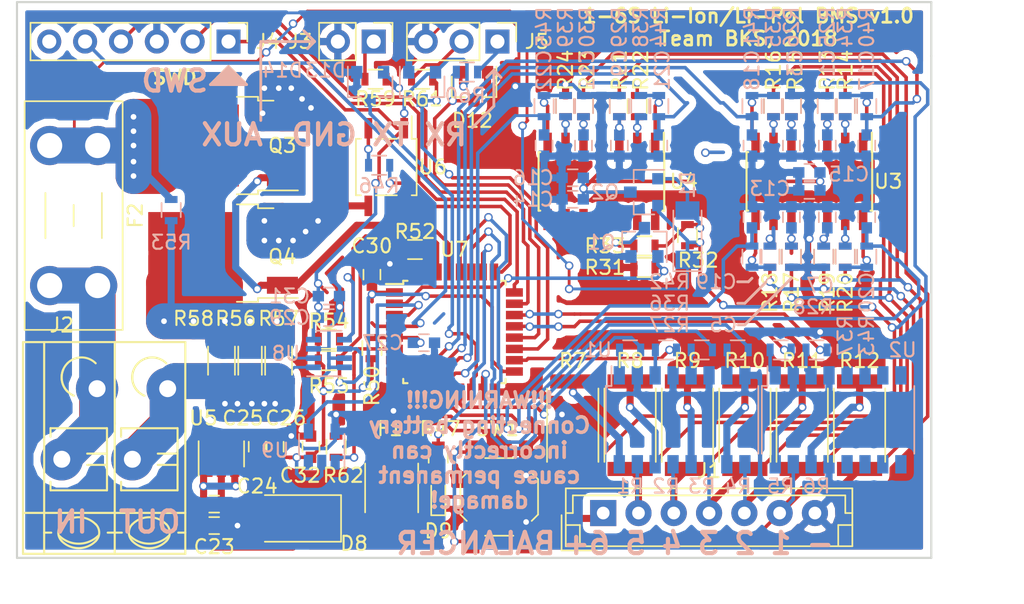
<source format=kicad_pcb>
(kicad_pcb (version 4) (host pcbnew 4.0.7)
  (layers (0 F.Cu signal) (31 B.Cu signal) (34 B.Paste user) (35 F.Paste user) (36 B.SilkS user) (37 F.SilkS user) (38 B.Mask user) (39 F.Mask user) (44 Edge.Cuts user))
  (net 0 "")
  (net 1 "Net-(C1-Pad2)")
  (net 2 GND)
  (net 3 "Net-(C3-Pad2)")
  (net 4 "Net-(C5-Pad2)")
  (net 5 "Net-(C7-Pad2)")
  (net 6 "Net-(C9-Pad2)")
  (net 7 "Net-(C11-Pad2)")
  (net 8 "Net-(C13-Pad2)")
  (net 9 /U_AKU1)
  (net 10 /U_AKU2)
  (net 11 /U_AKU3)
  (net 12 /U_AKU4)
  (net 13 /U_AKU5)
  (net 14 /U_AKU6)
  (net 15 "Net-(C23-Pad2)")
  (net 16 VCC)
  (net 17 "Net-(C27-Pad1)")
  (net 18 /NRST)
  (net 19 +BATT)
  (net 20 "Net-(D1-Pad2)")
  (net 21 "Net-(D9-Pad2)")
  (net 22 /UART_RX)
  (net 23 /UART_TX)
  (net 24 "Net-(D14-Pad2)")
  (net 25 /EXT_ON)
  (net 26 "Net-(F2-Pad2)")
  (net 27 "Net-(J1-Pad2)")
  (net 28 "Net-(J1-Pad3)")
  (net 29 "Net-(J1-Pad4)")
  (net 30 "Net-(J1-Pad5)")
  (net 31 "Net-(J2-Pad2)")
  (net 32 "Net-(J3-Pad1)")
  (net 33 /SWCLK)
  (net 34 /SWDIO)
  (net 35 "Net-(J5-Pad1)")
  (net 36 "Net-(J5-Pad2)")
  (net 37 /LM_ON)
  (net 38 "Net-(Q1-Pad3)")
  (net 39 "Net-(Q3-Pad1)")
  (net 40 "Net-(Q3-Pad3)")
  (net 41 "Net-(Q4-Pad2)")
  (net 42 "Net-(R1-Pad1)")
  (net 43 /BAL_AKU1)
  (net 44 "Net-(R2-Pad1)")
  (net 45 /BAL_AKU2)
  (net 46 "Net-(R3-Pad1)")
  (net 47 /BAL_AKU3)
  (net 48 "Net-(R4-Pad1)")
  (net 49 /BAL_AKU4)
  (net 50 "Net-(R5-Pad1)")
  (net 51 /BAL_AKU5)
  (net 52 "Net-(R6-Pad1)")
  (net 53 /BAL_AKU6)
  (net 54 "Net-(R7-Pad2)")
  (net 55 "Net-(R8-Pad2)")
  (net 56 "Net-(R9-Pad2)")
  (net 57 "Net-(R10-Pad2)")
  (net 58 "Net-(R11-Pad2)")
  (net 59 "Net-(R12-Pad2)")
  (net 60 "Net-(R34-Pad1)")
  (net 61 "Net-(R35-Pad1)")
  (net 62 "Net-(R36-Pad1)")
  (net 63 "Net-(R37-Pad1)")
  (net 64 "Net-(R38-Pad1)")
  (net 65 "Net-(R39-Pad1)")
  (net 66 "Net-(R46-Pad1)")
  (net 67 /MOSFET_ON)
  (net 68 "Net-(R47-Pad1)")
  (net 69 "Net-(R52-Pad1)")
  (net 70 /INA_SCL)
  (net 71 /INA_SDA)
  (net 72 "Net-(R62-Pad1)")
  (net 73 "Net-(SW1-Pad1)")
  (net 74 "Net-(U7-Pad3)")
  (net 75 /1S)
  (net 76 "Net-(J1-Pad1)")
  (net 77 "Net-(J4-Pad6)")
  (net 78 "Net-(R14-Pad1)")
  (net 79 "Net-(R16-Pad1)")
  (net 80 "Net-(R18-Pad1)")
  (net 81 "Net-(R20-Pad1)")
  (net 82 "Net-(R22-Pad1)")
  (net 83 "Net-(R24-Pad1)")
  (module Capacitors_SMD:C_0603 (layer B.Cu) (at 99.314 48.26 90)
    (fp_text reference C1 (at 5.842 0 90) (layer B.SilkS) (effects (justify mirror)))
    (fp_text value 100n)
    (pad 2 smd rect (at 0.75 0 90) (size 0.8 0.75) (layers B.Cu B.Paste B.Mask) (net 1 "Net-(C1-Pad2)"))
    (pad 1 smd rect (at -0.75 0 90) (size 0.8 0.75) (layers B.Cu B.Paste B.Mask) (net 2 GND))
  )
  (module Capacitors_SMD:C_0603 (layer B.Cu) (at 96.774 48.26 90)
    (fp_text reference C3 (at 5.842 0.254 90) (layer B.SilkS) (effects (justify mirror)))
    (fp_text value 100n)
    (pad 2 smd rect (at 0.75 0 90) (size 0.8 0.75) (layers B.Cu B.Paste B.Mask) (net 3 "Net-(C3-Pad2)"))
    (pad 1 smd rect (at -0.75 0 90) (size 0.8 0.75) (layers B.Cu B.Paste B.Mask) (net 2 GND))
  )
  (module Capacitors_SMD:C_0603 (layer B.Cu) (at 96.774 53.34 270)
    (fp_text reference C5 (at 7.62 4.826 360) (layer B.SilkS) (effects (justify mirror)))
    (fp_text value 100n)
    (pad 2 smd rect (at 0.75 0 270) (size 0.8 0.75) (layers B.Cu B.Paste B.Mask) (net 4 "Net-(C5-Pad2)"))
    (pad 1 smd rect (at -0.75 0 270) (size 0.8 0.75) (layers B.Cu B.Paste B.Mask) (net 2 GND))
  )
  (module Capacitors_SMD:C_0603 (layer B.Cu) (at 99.314 53.34 270)
    (fp_text reference C7 (at 4.826 0.508 360) (layer B.SilkS) (effects (justify mirror)))
    (fp_text value 100n)
    (pad 2 smd rect (at 0.75 0 270) (size 0.8 0.75) (layers B.Cu B.Paste B.Mask) (net 5 "Net-(C7-Pad2)"))
    (pad 1 smd rect (at -0.75 0 270) (size 0.8 0.75) (layers B.Cu B.Paste B.Mask) (net 2 GND))
  )
  (module Capacitors_SMD:C_0603 (layer B.Cu) (at 84.582 48.26 90)
    (fp_text reference C9 (at 5.842 0 90) (layer B.SilkS) (effects (justify mirror)))
    (fp_text value 100n)
    (pad 2 smd rect (at 0.75 0 90) (size 0.8 0.75) (layers B.Cu B.Paste B.Mask) (net 6 "Net-(C9-Pad2)"))
    (pad 1 smd rect (at -0.75 0 90) (size 0.8 0.75) (layers B.Cu B.Paste B.Mask) (net 2 GND))
  )
  (module Capacitors_SMD:C_0603 (layer B.Cu) (at 82.042 48.26 90)
    (fp_text reference C11 (at 5.334 0.254 90) (layer B.SilkS) (effects (justify mirror)))
    (fp_text value 100n)
    (pad 2 smd rect (at 0.75 0 90) (size 0.8 0.75) (layers B.Cu B.Paste B.Mask) (net 7 "Net-(C11-Pad2)"))
    (pad 1 smd rect (at -0.75 0 90) (size 0.8 0.75) (layers B.Cu B.Paste B.Mask) (net 2 GND))
  )
  (module Capacitors_SMD:C_0603 (layer B.Cu) (at 98.044 51.435)
    (fp_text reference C13 (at -2.794 -0.127) (layer B.SilkS) (effects (justify mirror)))
    (fp_text value 1u)
    (pad 2 smd rect (at 0.75 0) (size 0.8 0.75) (layers B.Cu B.Paste B.Mask) (net 8 "Net-(C13-Pad2)"))
    (pad 1 smd rect (at -0.75 0) (size 0.8 0.75) (layers B.Cu B.Paste B.Mask) (net 2 GND))
  )
  (module Capacitors_SMD:C_0603 (layer B.Cu) (at 81.28 52.07)
    (fp_text reference C14 (at -2.794 0) (layer B.SilkS) (effects (justify mirror)))
    (fp_text value 1u)
    (pad 2 smd rect (at 0.75 0) (size 0.8 0.75) (layers B.Cu B.Paste B.Mask) (net 8 "Net-(C13-Pad2)"))
    (pad 1 smd rect (at -0.75 0) (size 0.8 0.75) (layers B.Cu B.Paste B.Mask) (net 2 GND))
  )
  (module Capacitors_SMD:C_0603 (layer B.Cu) (at 98.044 50.165 180)
    (fp_text reference C15 (at -2.794 -0.127 180) (layer B.SilkS) (effects (justify mirror)))
    (fp_text value 100n)
    (pad 2 smd rect (at 0.75 0 180) (size 0.8 0.75) (layers B.Cu B.Paste B.Mask) (net 2 GND))
    (pad 1 smd rect (at -0.75 0 180) (size 0.8 0.75) (layers B.Cu B.Paste B.Mask) (net 8 "Net-(C13-Pad2)"))
  )
  (module Capacitors_SMD:C_0603 (layer B.Cu) (at 81.28 50.546 180)
    (fp_text reference C16 (at 2.794 0 180) (layer B.SilkS) (effects (justify mirror)))
    (fp_text value 100n)
    (pad 2 smd rect (at 0.75 0 180) (size 0.8 0.75) (layers B.Cu B.Paste B.Mask) (net 2 GND))
    (pad 1 smd rect (at -0.75 0 180) (size 0.8 0.75) (layers B.Cu B.Paste B.Mask) (net 8 "Net-(C13-Pad2)"))
  )
  (module Capacitors_SMD:C_0603 (layer B.Cu) (at 102.108 48.26 270)
    (fp_text reference C17 (at -5.334 0 270) (layer B.SilkS) (effects (justify mirror)))
    (fp_text value 100n)
    (pad 2 smd rect (at 0.75 0 270) (size 0.8 0.75) (layers B.Cu B.Paste B.Mask) (net 2 GND))
    (pad 1 smd rect (at -0.75 0 270) (size 0.8 0.75) (layers B.Cu B.Paste B.Mask) (net 14 /U_AKU6))
  )
  (module Capacitors_SMD:C_0603 (layer B.Cu) (at 93.98 48.26 270)
    (fp_text reference C18 (at -5.334 0 270) (layer B.SilkS) (effects (justify mirror)))
    (fp_text value 100n)
    (pad 2 smd rect (at 0.75 0 270) (size 0.8 0.75) (layers B.Cu B.Paste B.Mask) (net 2 GND))
    (pad 1 smd rect (at -0.75 0 270) (size 0.8 0.75) (layers B.Cu B.Paste B.Mask) (net 13 /U_AKU5))
  )
  (module Capacitors_SMD:C_0603 (layer B.Cu) (at 93.98 53.34 90)
    (fp_text reference C19 (at -4.572 -2.54 180) (layer B.SilkS) (effects (justify mirror)))
    (fp_text value 100n)
    (pad 2 smd rect (at 0.75 0 90) (size 0.8 0.75) (layers B.Cu B.Paste B.Mask) (net 2 GND))
    (pad 1 smd rect (at -0.75 0 90) (size 0.8 0.75) (layers B.Cu B.Paste B.Mask) (net 12 /U_AKU4))
  )
  (module Capacitors_SMD:C_0603 (layer B.Cu) (at 102.108 53.34 90)
    (fp_text reference C20 (at -5.334 0 90) (layer B.SilkS) (effects (justify mirror)))
    (fp_text value 100n)
    (pad 2 smd rect (at 0.75 0 90) (size 0.8 0.75) (layers B.Cu B.Paste B.Mask) (net 2 GND))
    (pad 1 smd rect (at -0.75 0 90) (size 0.8 0.75) (layers B.Cu B.Paste B.Mask) (net 11 /U_AKU3))
  )
  (module Capacitors_SMD:C_0603 (layer B.Cu) (at 87.376 48.26 270)
    (fp_text reference C21 (at -5.334 -0.254 270) (layer B.SilkS) (effects (justify mirror)))
    (fp_text value 100n)
    (pad 2 smd rect (at 0.75 0 270) (size 0.8 0.75) (layers B.Cu B.Paste B.Mask) (net 2 GND))
    (pad 1 smd rect (at -0.75 0 270) (size 0.8 0.75) (layers B.Cu B.Paste B.Mask) (net 10 /U_AKU2))
  )
  (module Capacitors_SMD:C_0603 (layer B.Cu) (at 79.248 48.26 270)
    (fp_text reference C22 (at -5.334 0 270) (layer B.SilkS) (effects (justify mirror)))
    (fp_text value 100n)
    (pad 2 smd rect (at 0.75 0 270) (size 0.8 0.75) (layers B.Cu B.Paste B.Mask) (net 2 GND))
    (pad 1 smd rect (at -0.75 0 270) (size 0.8 0.75) (layers B.Cu B.Paste B.Mask) (net 9 /U_AKU1))
  )
  (module Capacitors_SMD:C_0603 (layer F.Cu) (at 55.88 75.184 180)
    (fp_text reference C23 (at 0 -1.5 180) (layer F.SilkS))
    (fp_text value 1u)
    (pad 2 smd rect (at 0.75 0 180) (size 0.8 0.75) (layers F.Cu F.Paste F.Mask) (net 15 "Net-(C23-Pad2)"))
    (pad 1 smd rect (at -0.75 0 180) (size 0.8 0.75) (layers F.Cu F.Paste F.Mask) (net 2 GND))
  )
  (module Capacitors_SMD:C_0603 (layer F.Cu) (at 55.88 73.66)
    (fp_text reference C24 (at 3.048 -1.27) (layer F.SilkS))
    (fp_text value 100n)
    (pad 2 smd rect (at 0.75 0) (size 0.8 0.75) (layers F.Cu F.Paste F.Mask) (net 2 GND))
    (pad 1 smd rect (at -0.75 0) (size 0.8 0.75) (layers F.Cu F.Paste F.Mask) (net 15 "Net-(C23-Pad2)"))
  )
  (module Capacitors_SMD:C_0603 (layer F.Cu) (at 58.928 69.596 90)
    (fp_text reference C25 (at 2.032 -1.016 180) (layer F.SilkS))
    (fp_text value 100n)
    (pad 2 smd rect (at 0.75 0 90) (size 0.8 0.75) (layers F.Cu F.Paste F.Mask) (net 2 GND))
    (pad 1 smd rect (at -0.75 0 90) (size 0.8 0.75) (layers F.Cu F.Paste F.Mask) (net 16 VCC))
  )
  (module Capacitors_SMD:C_0603 (layer F.Cu) (at 60.198 69.596 270)
    (fp_text reference C26 (at -2.032 -0.762 360) (layer F.SilkS))
    (fp_text value 1u)
    (pad 2 smd rect (at 0.75 0 270) (size 0.8 0.75) (layers F.Cu F.Paste F.Mask) (net 16 VCC))
    (pad 1 smd rect (at -0.75 0 270) (size 0.8 0.75) (layers F.Cu F.Paste F.Mask) (net 2 GND))
  )
  (module Capacitors_SMD:C_0603 (layer B.Cu) (at 70.739 62.23)
    (fp_text reference C27 (at -2.921 0) (layer B.SilkS) (effects (justify mirror)))
    (fp_text value 100n)
    (pad 2 smd rect (at 0.75 0) (size 0.8 0.75) (layers B.Cu B.Paste B.Mask) (net 2 GND))
    (pad 1 smd rect (at -0.75 0) (size 0.8 0.75) (layers B.Cu B.Paste B.Mask) (net 17 "Net-(C27-Pad1)"))
  )
  (module Capacitors_SMD:C_0603 (layer B.Cu) (at 64.008 60.452)
    (fp_text reference C29 (at -2.794 0) (layer B.SilkS) (effects (justify mirror)))
    (fp_text value 100n)
    (pad 2 smd rect (at 0.75 0) (size 0.8 0.75) (layers B.Cu B.Paste B.Mask) (net 2 GND))
    (pad 1 smd rect (at -0.75 0) (size 0.8 0.75) (layers B.Cu B.Paste B.Mask) (net 16 VCC))
  )
  (module Capacitors_SMD:C_0603 (layer F.Cu) (at 67.056 57.404 90)
    (fp_text reference C30 (at 2.032 0 180) (layer F.SilkS))
    (fp_text value 1u)
    (pad 2 smd rect (at 0.75 0 90) (size 0.8 0.75) (layers F.Cu F.Paste F.Mask) (net 2 GND))
    (pad 1 smd rect (at -0.75 0 90) (size 0.8 0.75) (layers F.Cu F.Paste F.Mask) (net 16 VCC))
  )
  (module Capacitors_SMD:C_0603 (layer B.Cu) (at 64.008 58.928 180)
    (fp_text reference C31 (at 2.794 0 180) (layer B.SilkS) (effects (justify mirror)))
    (fp_text value 1u)
    (pad 2 smd rect (at 0.75 0 180) (size 0.8 0.75) (layers B.Cu B.Paste B.Mask) (net 16 VCC))
    (pad 1 smd rect (at -0.75 0 180) (size 0.8 0.75) (layers B.Cu B.Paste B.Mask) (net 2 GND))
  )
  (module Capacitors_SMD:C_0603 (layer F.Cu) (at 62.738 69.596 270)
    (fp_text reference C32 (at 2.032 0.762 360) (layer F.SilkS))
    (fp_text value 100n)
    (pad 2 smd rect (at 0.75 0 270) (size 0.8 0.75) (layers F.Cu F.Paste F.Mask) (net 16 VCC))
    (pad 1 smd rect (at -0.75 0 270) (size 0.8 0.75) (layers F.Cu F.Paste F.Mask) (net 2 GND))
  )
  (module Diodes_SMD:D_MiniMELF (layer B.Cu) (at 89.408 54.61 90)
    (fp_text reference D1 (at 3.556 0 90) (layer B.SilkS) (effects (justify mirror)))
    (fp_text value 16V0)
    (pad 1 smd rect (at -1.75 0 90) (size 1.3 1.7) (layers B.Cu B.Paste B.Mask) (net 19 +BATT))
    (pad 2 smd rect (at 1.75 0 90) (size 1.3 1.7) (layers B.Cu B.Paste B.Mask) (net 20 "Net-(D1-Pad2)"))
  )
  (module Diodes_SMD:D_SMA (layer F.Cu) (at 61.468 74.676 180)
    (fp_text reference D8 (at -4.318 -1.778 180) (layer F.SilkS))
    (fp_text value D_Schottky)
    (pad 1 smd rect (at -2 0 180) (size 2.5 1.8) (layers F.Cu F.Paste F.Mask) (net 15 "Net-(C23-Pad2)"))
    (pad 2 smd rect (at 2 0 180) (size 2.5 1.8) (layers F.Cu F.Paste F.Mask) (net 2 GND))
  )
  (module LEDs:LED_0603 (layer F.Cu) (at 71.755 73.152 90)
    (fp_text reference D9 (at -2.413 0 180) (layer F.SilkS))
    (fp_text value RED)
    (pad 2 smd rect (at 0.8 0 270) (size 0.8 0.8) (layers F.Cu F.Paste F.Mask) (net 21 "Net-(D9-Pad2)"))
    (pad 1 smd rect (at -0.8 0 270) (size 0.8 0.8) (layers F.Cu F.Paste F.Mask) (net 2 GND))
  )
  (module TO_SOT_Packages_SMD:SOT-23 (layer F.Cu) (at 74.295 44.069 270)
    (fp_text reference D12 (at 2.413 0.127 360) (layer F.SilkS))
    (fp_text value BAV99)
    (pad 1 smd rect (at -1 -0.95 270) (size 0.9 0.8) (layers F.Cu F.Paste F.Mask) (net 2 GND))
    (pad 2 smd rect (at -1 0.95 270) (size 0.9 0.8) (layers F.Cu F.Paste F.Mask) (net 16 VCC))
    (pad 3 smd rect (at 1 0 270) (size 0.9 0.8) (layers F.Cu F.Paste F.Mask) (net 22 /UART_RX))
  )
  (module TO_SOT_Packages_SMD:SOT-23 (layer B.Cu) (at 70.612 44.069 270)
    (fp_text reference D13 (at -1.143 6.858 360) (layer B.SilkS) (effects (justify mirror)))
    (fp_text value BAV99)
    (pad 1 smd rect (at -1 0.95 270) (size 0.9 0.8) (layers B.Cu B.Paste B.Mask) (net 2 GND))
    (pad 2 smd rect (at -1 -0.95 270) (size 0.9 0.8) (layers B.Cu B.Paste B.Mask) (net 16 VCC))
    (pad 3 smd rect (at 1 0 270) (size 0.9 0.8) (layers B.Cu B.Paste B.Mask) (net 23 /UART_TX))
  )
  (module TO_SOT_Packages_SMD:SOT-23 (layer B.Cu) (at 66.929 44.069 270)
    (fp_text reference D14 (at -1.143 6.223 360) (layer B.SilkS) (effects (justify mirror)))
    (fp_text value BAV99)
    (pad 1 smd rect (at -1 0.95 270) (size 0.9 0.8) (layers B.Cu B.Paste B.Mask) (net 2 GND))
    (pad 2 smd rect (at -1 -0.95 270) (size 0.9 0.8) (layers B.Cu B.Paste B.Mask) (net 24 "Net-(D14-Pad2)"))
    (pad 3 smd rect (at 1 0 270) (size 0.9 0.8) (layers B.Cu B.Paste B.Mask) (net 25 /EXT_ON))
  )
  (module Resistors_SMD:R_1812 (layer F.Cu) (at 68.453 72.517 90)
    (fp_text reference F1 (at 4.191 -0.127 180) (layer F.SilkS))
    (fp_text value Polyfuse)
    (pad 1 smd rect (at -2.44 0 90) (size 1.6 3.5) (layers F.Cu F.Paste F.Mask) (net 15 "Net-(C23-Pad2)"))
    (pad 2 smd rect (at 2.44 0 90) (size 1.6 3.5) (layers F.Cu F.Paste F.Mask) (net 75 /1S))
  )
  (module Fuse_Holders_and_Fuses:BladeFuse-Mini_Keystone_3568 (layer F.Cu) (at 47.625 48.26 270)
    (fp_text reference F2 (at 4.96 -2.67 270) (layer F.SilkS))
    (fp_text value 15A)
    (pad 1 thru_hole circle (at 0 0 270) (size 2.78 2.78) (drill 1.78) (layers *.Cu *.Mask) (net 19 +BATT))
    (pad 1 thru_hole circle (at 0 3.4 270) (size 2.78 2.78) (drill 1.78) (layers *.Cu *.Mask) (net 19 +BATT))
    (pad 2 thru_hole circle (at 9.92 0 270) (size 2.78 2.78) (drill 1.78) (layers *.Cu *.Mask) (net 26 "Net-(F2-Pad2)"))
    (pad 2 thru_hole circle (at 9.92 3.4 270) (size 2.78 2.78) (drill 1.78) (layers *.Cu *.Mask) (net 26 "Net-(F2-Pad2)"))
  )
  (module Connectors_JST:JST_EH_B07B-EH-A_07x2.50mm_Straight (layer F.Cu) (at 83.439 74.295)
    (fp_text reference J1 (at 7.5 -3) (layer F.SilkS))
    (fp_text value BALANCER)
    (pad 1 thru_hole rect (at 0 0) (size 1.85 1.85) (drill 0.9) (layers *.Cu *.Mask) (net 76 "Net-(J1-Pad1)"))
    (pad 2 thru_hole circle (at 2.5 0) (size 1.85 1.85) (drill 0.9) (layers *.Cu *.Mask) (net 27 "Net-(J1-Pad2)"))
    (pad 3 thru_hole circle (at 5 0) (size 1.85 1.85) (drill 0.9) (layers *.Cu *.Mask) (net 28 "Net-(J1-Pad3)"))
    (pad 4 thru_hole circle (at 7.5 0) (size 1.85 1.85) (drill 0.9) (layers *.Cu *.Mask) (net 29 "Net-(J1-Pad4)"))
    (pad 5 thru_hole circle (at 10 0) (size 1.85 1.85) (drill 0.9) (layers *.Cu *.Mask) (net 30 "Net-(J1-Pad5)"))
    (pad 6 thru_hole circle (at 12.5 0) (size 1.85 1.85) (drill 0.9) (layers *.Cu *.Mask) (net 75 /1S))
    (pad 7 thru_hole circle (at 15 0) (size 1.85 1.85) (drill 0.9) (layers *.Cu *.Mask) (net 2 GND))
  )
  (module TerminalBlocks_WAGO:TerminalBlock_WAGO-804_RM5mm_2pol (layer F.Cu) (at 45.085 70.485)
    (fp_text reference J2 (at 0 -9.5) (layer F.SilkS))
    (fp_text value POWER)
    (pad 2 thru_hole circle (at 7.49936 -5.00126) (size 3 3) (drill 1.2) (layers *.Cu *.Mask) (net 31 "Net-(J2-Pad2)"))
    (pad 2 thru_hole circle (at 5 0) (size 3 3) (drill 1.2) (layers *.Cu *.Mask) (net 31 "Net-(J2-Pad2)"))
    (pad 1 thru_hole circle (at 0 0) (size 3 3) (drill 1.2) (layers *.Cu *.Mask) (net 26 "Net-(F2-Pad2)"))
    (pad 1 thru_hole circle (at 2.49936 -5.00126) (size 3 3) (drill 1.2) (layers *.Cu *.Mask) (net 26 "Net-(F2-Pad2)"))
  )
  (module Pin_Headers:Pin_Header_Straight_1x02_Pitch2.54mm (layer F.Cu) (at 67.183 40.894 270)
    (fp_text reference J3 (at 0 5.207 360) (layer F.SilkS))
    (fp_text value EXT_ON)
    (pad 1 thru_hole rect (at 0 0 270) (size 1.7 1.7) (drill 1) (layers *.Cu *.Mask) (net 32 "Net-(J3-Pad1)"))
    (pad 2 thru_hole oval (at 0 2.54 270) (size 1.7 1.7) (drill 1) (layers *.Cu *.Mask) (net 2 GND))
  )
  (module Pin_Headers:Pin_Header_Straight_1x06_Pitch2.54mm (layer F.Cu) (at 56.896 40.894 270)
    (fp_text reference J4 (at 0 -2.794 360) (layer F.SilkS))
    (fp_text value SWD)
    (pad 1 thru_hole rect (at 0 0 270) (size 1.7 1.7) (drill 1) (layers *.Cu *.Mask) (net 16 VCC))
    (pad 2 thru_hole oval (at 0 2.54 270) (size 1.7 1.7) (drill 1) (layers *.Cu *.Mask) (net 33 /SWCLK))
    (pad 3 thru_hole oval (at 0 5.08 270) (size 1.7 1.7) (drill 1) (layers *.Cu *.Mask) (net 2 GND))
    (pad 4 thru_hole oval (at 0 7.62 270) (size 1.7 1.7) (drill 1) (layers *.Cu *.Mask) (net 34 /SWDIO))
    (pad 5 thru_hole oval (at 0 10.16 270) (size 1.7 1.7) (drill 1) (layers *.Cu *.Mask) (net 18 /NRST))
    (pad 6 thru_hole oval (at 0 12.7 270) (size 1.7 1.7) (drill 1) (layers *.Cu *.Mask) (net 77 "Net-(J4-Pad6)"))
  )
  (module Pin_Headers:Pin_Header_Straight_1x03_Pitch2.54mm (layer F.Cu) (at 75.946 40.894 270)
    (fp_text reference J5 (at 0 -2.794 360) (layer F.SilkS))
    (fp_text value UART)
    (pad 1 thru_hole rect (at 0 0 270) (size 1.7 1.7) (drill 1) (layers *.Cu *.Mask) (net 35 "Net-(J5-Pad1)"))
    (pad 2 thru_hole oval (at 0 2.54 270) (size 1.7 1.7) (drill 1) (layers *.Cu *.Mask) (net 36 "Net-(J5-Pad2)"))
    (pad 3 thru_hole oval (at 0 5.08 270) (size 1.7 1.7) (drill 1) (layers *.Cu *.Mask) (net 2 GND))
  )
  (module TO_SOT_Packages_SMD:SOT-23 (layer B.Cu) (at 86.36 55.118 90)
    (fp_text reference Q1 (at 0 -3.048 180) (layer B.SilkS) (effects (justify mirror)))
    (fp_text value 2N7002)
    (pad 1 smd rect (at -1 0.95 90) (size 0.9 0.8) (layers B.Cu B.Paste B.Mask) (net 37 /LM_ON))
    (pad 2 smd rect (at -1 -0.95 90) (size 0.9 0.8) (layers B.Cu B.Paste B.Mask) (net 2 GND))
    (pad 3 smd rect (at 1 0 90) (size 0.9 0.8) (layers B.Cu B.Paste B.Mask) (net 38 "Net-(Q1-Pad3)"))
  )
  (module TO_SOT_Packages_SMD:SOT-23 (layer B.Cu) (at 86.36 51.562 180)
    (fp_text reference Q2 (at 2.794 0 180) (layer B.SilkS) (effects (justify mirror)))
    (fp_text value BSS84)
    (pad 1 smd rect (at -1 0.95 180) (size 0.9 0.8) (layers B.Cu B.Paste B.Mask) (net 20 "Net-(D1-Pad2)"))
    (pad 2 smd rect (at -1 -0.95 180) (size 0.9 0.8) (layers B.Cu B.Paste B.Mask) (net 19 +BATT))
    (pad 3 smd rect (at 1 0 180) (size 0.9 0.8) (layers B.Cu B.Paste B.Mask) (net 8 "Net-(C13-Pad2)"))
  )
  (module TO_SOT_Packages_SMD:TO-252-2 (layer F.Cu) (at 56.515 48.26 180)
    (fp_text reference Q3 (at -4.191 0 180) (layer F.SilkS))
    (fp_text value IRLR7833)
    (pad 1 smd rect (at -4.2 -2.28 180) (size 2.2 1.2) (layers F.Cu F.Paste F.Mask) (net 39 "Net-(Q3-Pad1)"))
    (pad 3 smd rect (at -4.2 2.28 180) (size 2.2 1.2) (layers F.Cu F.Paste F.Mask) (net 40 "Net-(Q3-Pad3)"))
    (pad 2 smd rect (at 2.1 0 180) (size 6.4 5.8) (layers F.Cu F.Mask) (net 19 +BATT))
    (pad 2 smd rect (at 3.775 1.525 180) (size 3.05 2.75) (layers F.Cu F.Paste) (net 19 +BATT))
    (pad 2 smd rect (at 0.425 -1.525 180) (size 3.05 2.75) (layers F.Cu F.Paste) (net 19 +BATT))
    (pad 2 smd rect (at 3.775 -1.525 180) (size 3.05 2.75) (layers F.Cu F.Paste) (net 19 +BATT))
    (pad 2 smd rect (at 0.425 1.525 180) (size 3.05 2.75) (layers F.Cu F.Paste) (net 19 +BATT))
  )
  (module TO_SOT_Packages_SMD:TO-252-2 (layer F.Cu) (at 56.515 55.88 180)
    (fp_text reference Q4 (at -4.191 -0.254 180) (layer F.SilkS))
    (fp_text value IRLR7833)
    (pad 1 smd rect (at -4.2 -2.28 180) (size 2.2 1.2) (layers F.Cu F.Paste F.Mask) (net 39 "Net-(Q3-Pad1)"))
    (pad 3 smd rect (at -4.2 2.28 180) (size 2.2 1.2) (layers F.Cu F.Paste F.Mask) (net 40 "Net-(Q3-Pad3)"))
    (pad 2 smd rect (at 2.1 0 180) (size 6.4 5.8) (layers F.Cu F.Mask) (net 41 "Net-(Q4-Pad2)"))
    (pad 2 smd rect (at 3.775 1.525 180) (size 3.05 2.75) (layers F.Cu F.Paste) (net 41 "Net-(Q4-Pad2)"))
    (pad 2 smd rect (at 0.425 -1.525 180) (size 3.05 2.75) (layers F.Cu F.Paste) (net 41 "Net-(Q4-Pad2)"))
    (pad 2 smd rect (at 3.775 -1.525 180) (size 3.05 2.75) (layers F.Cu F.Paste) (net 41 "Net-(Q4-Pad2)"))
    (pad 2 smd rect (at 0.425 1.525 180) (size 3.05 2.75) (layers F.Cu F.Paste) (net 41 "Net-(Q4-Pad2)"))
  )
  (module Resistors_SMD:R_0603 (layer B.Cu) (at 85.344 62.738)
    (fp_text reference R1 (at 0 9.652) (layer B.SilkS) (effects (justify mirror)))
    (fp_text value 220R)
    (pad 1 smd rect (at -0.75 0) (size 0.5 0.9) (layers B.Cu B.Paste B.Mask) (net 42 "Net-(R1-Pad1)"))
    (pad 2 smd rect (at 0.75 0) (size 0.5 0.9) (layers B.Cu B.Paste B.Mask) (net 53 /BAL_AKU6))
  )
  (module Resistors_SMD:R_0603 (layer B.Cu) (at 87.884 62.738)
    (fp_text reference R2 (at 0 9.652) (layer B.SilkS) (effects (justify mirror)))
    (fp_text value 220R)
    (pad 1 smd rect (at -0.75 0) (size 0.5 0.9) (layers B.Cu B.Paste B.Mask) (net 44 "Net-(R2-Pad1)"))
    (pad 2 smd rect (at 0.75 0) (size 0.5 0.9) (layers B.Cu B.Paste B.Mask) (net 51 /BAL_AKU5))
  )
  (module Resistors_SMD:R_0603 (layer B.Cu) (at 90.424 62.738)
    (fp_text reference R3 (at 0 9.652) (layer B.SilkS) (effects (justify mirror)))
    (fp_text value 220R)
    (pad 1 smd rect (at -0.75 0) (size 0.5 0.9) (layers B.Cu B.Paste B.Mask) (net 46 "Net-(R3-Pad1)"))
    (pad 2 smd rect (at 0.75 0) (size 0.5 0.9) (layers B.Cu B.Paste B.Mask) (net 49 /BAL_AKU4))
  )
  (module Resistors_SMD:R_0603 (layer B.Cu) (at 92.964 62.738)
    (fp_text reference R4 (at 0 9.652) (layer B.SilkS) (effects (justify mirror)))
    (fp_text value 220R)
    (pad 1 smd rect (at -0.75 0) (size 0.5 0.9) (layers B.Cu B.Paste B.Mask) (net 48 "Net-(R4-Pad1)"))
    (pad 2 smd rect (at 0.75 0) (size 0.5 0.9) (layers B.Cu B.Paste B.Mask) (net 47 /BAL_AKU3))
  )
  (module Resistors_SMD:R_0603 (layer B.Cu) (at 96.012 62.738)
    (fp_text reference R5 (at 0 9.652) (layer B.SilkS) (effects (justify mirror)))
    (fp_text value 220R)
    (pad 1 smd rect (at -0.75 0) (size 0.5 0.9) (layers B.Cu B.Paste B.Mask) (net 50 "Net-(R5-Pad1)"))
    (pad 2 smd rect (at 0.75 0) (size 0.5 0.9) (layers B.Cu B.Paste B.Mask) (net 45 /BAL_AKU2))
  )
  (module Resistors_SMD:R_0603 (layer B.Cu) (at 98.552 62.738)
    (fp_text reference R6 (at 0 9.652) (layer B.SilkS) (effects (justify mirror)))
    (fp_text value 220R)
    (pad 1 smd rect (at -0.75 0) (size 0.5 0.9) (layers B.Cu B.Paste B.Mask) (net 52 "Net-(R6-Pad1)"))
    (pad 2 smd rect (at 0.75 0) (size 0.5 0.9) (layers B.Cu B.Paste B.Mask) (net 43 /BAL_AKU1))
  )
  (module Resistors_SMD:R_2512 (layer F.Cu) (at 81.28 68.072 90)
    (fp_text reference R7 (at 4.572 0 180) (layer F.SilkS))
    (fp_text value 56R)
    (pad 1 smd rect (at -3.1 0 90) (size 1 3.2) (layers F.Cu F.Paste F.Mask) (net 76 "Net-(J1-Pad1)"))
    (pad 2 smd rect (at 3.1 0 90) (size 1 3.2) (layers F.Cu F.Paste F.Mask) (net 54 "Net-(R7-Pad2)"))
  )
  (module Resistors_SMD:R_2512 (layer F.Cu) (at 85.344 68.072 90)
    (fp_text reference R8 (at 4.572 0 180) (layer F.SilkS))
    (fp_text value 56R)
    (pad 1 smd rect (at -3.1 0 90) (size 1 3.2) (layers F.Cu F.Paste F.Mask) (net 27 "Net-(J1-Pad2)"))
    (pad 2 smd rect (at 3.1 0 90) (size 1 3.2) (layers F.Cu F.Paste F.Mask) (net 55 "Net-(R8-Pad2)"))
  )
  (module Resistors_SMD:R_2512 (layer F.Cu) (at 89.408 68.072 90)
    (fp_text reference R9 (at 4.572 0 180) (layer F.SilkS))
    (fp_text value 56R)
    (pad 1 smd rect (at -3.1 0 90) (size 1 3.2) (layers F.Cu F.Paste F.Mask) (net 28 "Net-(J1-Pad3)"))
    (pad 2 smd rect (at 3.1 0 90) (size 1 3.2) (layers F.Cu F.Paste F.Mask) (net 56 "Net-(R9-Pad2)"))
  )
  (module Resistors_SMD:R_2512 (layer F.Cu) (at 93.472 68.072 90)
    (fp_text reference R10 (at 4.572 0 180) (layer F.SilkS))
    (fp_text value 56R)
    (pad 1 smd rect (at -3.1 0 90) (size 1 3.2) (layers F.Cu F.Paste F.Mask) (net 29 "Net-(J1-Pad4)"))
    (pad 2 smd rect (at 3.1 0 90) (size 1 3.2) (layers F.Cu F.Paste F.Mask) (net 57 "Net-(R10-Pad2)"))
  )
  (module Resistors_SMD:R_2512 (layer F.Cu) (at 97.536 68.072 90)
    (fp_text reference R11 (at 4.572 0 360) (layer F.SilkS))
    (fp_text value 56R)
    (pad 1 smd rect (at -3.1 0 90) (size 1 3.2) (layers F.Cu F.Paste F.Mask) (net 30 "Net-(J1-Pad5)"))
    (pad 2 smd rect (at 3.1 0 90) (size 1 3.2) (layers F.Cu F.Paste F.Mask) (net 58 "Net-(R11-Pad2)"))
  )
  (module Resistors_SMD:R_2512 (layer F.Cu) (at 101.6 68.072 90)
    (fp_text reference R12 (at 4.572 0 180) (layer F.SilkS))
    (fp_text value 56R)
    (pad 1 smd rect (at -3.1 0 90) (size 1 3.2) (layers F.Cu F.Paste F.Mask) (net 75 /1S))
    (pad 2 smd rect (at 3.1 0 90) (size 1 3.2) (layers F.Cu F.Paste F.Mask) (net 59 "Net-(R12-Pad2)"))
  )
  (module Resistors_SMD:R_0603 (layer F.Cu) (at 99.314 45.466 90)
    (fp_text reference R13 (at 2.54 0 90) (layer F.SilkS))
    (fp_text value 680k)
    (pad 1 smd rect (at -0.75 0 90) (size 0.5 0.9) (layers F.Cu F.Paste F.Mask) (net 1 "Net-(C1-Pad2)"))
    (pad 2 smd rect (at 0.75 0 90) (size 0.5 0.9) (layers F.Cu F.Paste F.Mask) (net 76 "Net-(J1-Pad1)"))
  )
  (module Resistors_SMD:R_0603 (layer F.Cu) (at 100.584 45.466 90)
    (fp_text reference R14 (at 2.54 0 90) (layer F.SilkS))
    (fp_text value 680k)
    (pad 1 smd rect (at -0.75 0 90) (size 0.5 0.9) (layers F.Cu F.Paste F.Mask) (net 78 "Net-(R14-Pad1)"))
    (pad 2 smd rect (at 0.75 0 90) (size 0.5 0.9) (layers F.Cu F.Paste F.Mask) (net 27 "Net-(J1-Pad2)"))
  )
  (module Resistors_SMD:R_0603 (layer F.Cu) (at 96.774 45.466 90)
    (fp_text reference R15 (at 2.54 0.254 90) (layer F.SilkS))
    (fp_text value 680k)
    (pad 1 smd rect (at -0.75 0 90) (size 0.5 0.9) (layers F.Cu F.Paste F.Mask) (net 3 "Net-(C3-Pad2)"))
    (pad 2 smd rect (at 0.75 0 90) (size 0.5 0.9) (layers F.Cu F.Paste F.Mask) (net 27 "Net-(J1-Pad2)"))
  )
  (module Resistors_SMD:R_0603 (layer F.Cu) (at 95.504 45.466 90)
    (fp_text reference R16 (at 2.54 0 90) (layer F.SilkS))
    (fp_text value 680k)
    (pad 1 smd rect (at -0.75 0 90) (size 0.5 0.9) (layers F.Cu F.Paste F.Mask) (net 79 "Net-(R16-Pad1)"))
    (pad 2 smd rect (at 0.75 0 90) (size 0.5 0.9) (layers F.Cu F.Paste F.Mask) (net 28 "Net-(J1-Pad3)"))
  )
  (module Resistors_SMD:R_0603 (layer F.Cu) (at 96.774 56.134 270)
    (fp_text reference R17 (at 2.54 0 270) (layer F.SilkS))
    (fp_text value 680k)
    (pad 1 smd rect (at -0.75 0 270) (size 0.5 0.9) (layers F.Cu F.Paste F.Mask) (net 4 "Net-(C5-Pad2)"))
    (pad 2 smd rect (at 0.75 0 270) (size 0.5 0.9) (layers F.Cu F.Paste F.Mask) (net 28 "Net-(J1-Pad3)"))
  )
  (module Resistors_SMD:R_0603 (layer F.Cu) (at 95.25 56.134 270)
    (fp_text reference R18 (at 2.54 0 270) (layer F.SilkS))
    (fp_text value 680k)
    (pad 1 smd rect (at -0.75 0 270) (size 0.5 0.9) (layers F.Cu F.Paste F.Mask) (net 80 "Net-(R18-Pad1)"))
    (pad 2 smd rect (at 0.75 0 270) (size 0.5 0.9) (layers F.Cu F.Paste F.Mask) (net 29 "Net-(J1-Pad4)"))
  )
  (module Resistors_SMD:R_0603 (layer F.Cu) (at 99.06 56.134 270)
    (fp_text reference R19 (at 2.54 -0.254 270) (layer F.SilkS))
    (fp_text value 680k)
    (pad 1 smd rect (at -0.75 0 270) (size 0.5 0.9) (layers F.Cu F.Paste F.Mask) (net 5 "Net-(C7-Pad2)"))
    (pad 2 smd rect (at 0.75 0 270) (size 0.5 0.9) (layers F.Cu F.Paste F.Mask) (net 29 "Net-(J1-Pad4)"))
  )
  (module Resistors_SMD:R_0603 (layer F.Cu) (at 100.584 56.134 270)
    (fp_text reference R20 (at 2.54 0 270) (layer F.SilkS))
    (fp_text value 680k)
    (pad 1 smd rect (at -0.75 0 270) (size 0.5 0.9) (layers F.Cu F.Paste F.Mask) (net 81 "Net-(R20-Pad1)"))
    (pad 2 smd rect (at 0.75 0 270) (size 0.5 0.9) (layers F.Cu F.Paste F.Mask) (net 30 "Net-(J1-Pad5)"))
  )
  (module Resistors_SMD:R_0603 (layer F.Cu) (at 84.582 45.466 90)
    (fp_text reference R21 (at 2.54 0 90) (layer F.SilkS))
    (fp_text value 680k)
    (pad 1 smd rect (at -0.75 0 90) (size 0.5 0.9) (layers F.Cu F.Paste F.Mask) (net 6 "Net-(C9-Pad2)"))
    (pad 2 smd rect (at 0.75 0 90) (size 0.5 0.9) (layers F.Cu F.Paste F.Mask) (net 30 "Net-(J1-Pad5)"))
  )
  (module Resistors_SMD:R_0603 (layer F.Cu) (at 85.852 45.466 90)
    (fp_text reference R22 (at 2.54 0.254 90) (layer F.SilkS))
    (fp_text value 680k)
    (pad 1 smd rect (at -0.75 0 90) (size 0.5 0.9) (layers F.Cu F.Paste F.Mask) (net 82 "Net-(R22-Pad1)"))
    (pad 2 smd rect (at 0.75 0 90) (size 0.5 0.9) (layers F.Cu F.Paste F.Mask) (net 75 /1S))
  )
  (module Resistors_SMD:R_0603 (layer F.Cu) (at 82.042 45.466 90)
    (fp_text reference R23 (at 2.54 0.254 90) (layer F.SilkS))
    (fp_text value 680k)
    (pad 1 smd rect (at -0.75 0 90) (size 0.5 0.9) (layers F.Cu F.Paste F.Mask) (net 7 "Net-(C11-Pad2)"))
    (pad 2 smd rect (at 0.75 0 90) (size 0.5 0.9) (layers F.Cu F.Paste F.Mask) (net 75 /1S))
  )
  (module Resistors_SMD:R_0603 (layer F.Cu) (at 80.772 45.466 90)
    (fp_text reference R24 (at 2.54 0 90) (layer F.SilkS))
    (fp_text value 680k)
    (pad 1 smd rect (at -0.75 0 90) (size 0.5 0.9) (layers F.Cu F.Paste F.Mask) (net 83 "Net-(R24-Pad1)"))
    (pad 2 smd rect (at 0.75 0 90) (size 0.5 0.9) (layers F.Cu F.Paste F.Mask) (net 2 GND))
  )
  (module Resistors_SMD:R_0603 (layer B.Cu) (at 99.314 45.466 270)
    (fp_text reference R25 (at -5.588 0 270) (layer B.SilkS) (effects (justify mirror)))
    (fp_text value 330k)
    (pad 1 smd rect (at -0.75 0 270) (size 0.5 0.9) (layers B.Cu B.Paste B.Mask) (net 2 GND))
    (pad 2 smd rect (at 0.75 0 270) (size 0.5 0.9) (layers B.Cu B.Paste B.Mask) (net 1 "Net-(C1-Pad2)"))
  )
  (module Resistors_SMD:R_0603 (layer B.Cu) (at 96.774 45.466 270)
    (fp_text reference R26 (at -5.588 0 270) (layer B.SilkS) (effects (justify mirror)))
    (fp_text value 330k)
    (pad 1 smd rect (at -0.75 0 270) (size 0.5 0.9) (layers B.Cu B.Paste B.Mask) (net 2 GND))
    (pad 2 smd rect (at 0.75 0 270) (size 0.5 0.9) (layers B.Cu B.Paste B.Mask) (net 3 "Net-(C3-Pad2)"))
  )
  (module Resistors_SMD:R_0603 (layer B.Cu) (at 96.774 56.134 90)
    (fp_text reference R27 (at -4.826 -8.636 180) (layer B.SilkS) (effects (justify mirror)))
    (fp_text value 330k)
    (pad 1 smd rect (at -0.75 0 90) (size 0.5 0.9) (layers B.Cu B.Paste B.Mask) (net 2 GND))
    (pad 2 smd rect (at 0.75 0 90) (size 0.5 0.9) (layers B.Cu B.Paste B.Mask) (net 4 "Net-(C5-Pad2)"))
  )
  (module Resistors_SMD:R_0603 (layer B.Cu) (at 99.06 56.134 90)
    (fp_text reference R28 (at -3.556 -0.762 180) (layer B.SilkS) (effects (justify mirror)))
    (fp_text value 330k)
    (pad 1 smd rect (at -0.75 0 90) (size 0.5 0.9) (layers B.Cu B.Paste B.Mask) (net 2 GND))
    (pad 2 smd rect (at 0.75 0 90) (size 0.5 0.9) (layers B.Cu B.Paste B.Mask) (net 5 "Net-(C7-Pad2)"))
  )
  (module Resistors_SMD:R_0603 (layer B.Cu) (at 84.582 45.466 270)
    (fp_text reference R29 (at -5.588 0 270) (layer B.SilkS) (effects (justify mirror)))
    (fp_text value 330k)
    (pad 1 smd rect (at -0.75 0 270) (size 0.5 0.9) (layers B.Cu B.Paste B.Mask) (net 2 GND))
    (pad 2 smd rect (at 0.75 0 270) (size 0.5 0.9) (layers B.Cu B.Paste B.Mask) (net 6 "Net-(C9-Pad2)"))
  )
  (module Resistors_SMD:R_0603 (layer B.Cu) (at 82.042 45.466 270)
    (fp_text reference R30 (at -5.588 -0.254 270) (layer B.SilkS) (effects (justify mirror)))
    (fp_text value 330k)
    (pad 1 smd rect (at -0.75 0 270) (size 0.5 0.9) (layers B.Cu B.Paste B.Mask) (net 2 GND))
    (pad 2 smd rect (at 0.75 0 270) (size 0.5 0.9) (layers B.Cu B.Paste B.Mask) (net 7 "Net-(C11-Pad2)"))
  )
  (module Resistors_SMD:R_0603 (layer F.Cu) (at 86.36 56.896)
    (fp_text reference R31 (at -2.794 0) (layer F.SilkS))
    (fp_text value 1M)
    (pad 1 smd rect (at -0.75 0) (size 0.5 0.9) (layers F.Cu F.Paste F.Mask) (net 2 GND))
    (pad 2 smd rect (at 0.75 0) (size 0.5 0.9) (layers F.Cu F.Paste F.Mask) (net 37 /LM_ON))
  )
  (module Resistors_SMD:R_0603 (layer F.Cu) (at 89.408 54.61 90)
    (fp_text reference R32 (at -1.778 0.762 180) (layer F.SilkS))
    (fp_text value 1M)
    (pad 1 smd rect (at -0.75 0 90) (size 0.5 0.9) (layers F.Cu F.Paste F.Mask) (net 19 +BATT))
    (pad 2 smd rect (at 0.75 0 90) (size 0.5 0.9) (layers F.Cu F.Paste F.Mask) (net 20 "Net-(D1-Pad2)"))
  )
  (module Resistors_SMD:R_0603 (layer F.Cu) (at 86.36 55.372 180)
    (fp_text reference R33 (at 2.794 0 180) (layer F.SilkS))
    (fp_text value 1k)
    (pad 1 smd rect (at -0.75 0 180) (size 0.5 0.9) (layers F.Cu F.Paste F.Mask) (net 20 "Net-(D1-Pad2)"))
    (pad 2 smd rect (at 0.75 0 180) (size 0.5 0.9) (layers F.Cu F.Paste F.Mask) (net 38 "Net-(Q1-Pad3)"))
  )
  (module Resistors_SMD:R_0603 (layer B.Cu) (at 100.584 45.466 270)
    (fp_text reference R34 (at -5.588 0 270) (layer B.SilkS) (effects (justify mirror)))
    (fp_text value 330k)
    (pad 1 smd rect (at -0.75 0 270) (size 0.5 0.9) (layers B.Cu B.Paste B.Mask) (net 60 "Net-(R34-Pad1)"))
    (pad 2 smd rect (at 0.75 0 270) (size 0.5 0.9) (layers B.Cu B.Paste B.Mask) (net 78 "Net-(R14-Pad1)"))
  )
  (module Resistors_SMD:R_0603 (layer B.Cu) (at 95.504 45.466 270)
    (fp_text reference R35 (at -5.588 0 270) (layer B.SilkS) (effects (justify mirror)))
    (fp_text value 330k)
    (pad 1 smd rect (at -0.75 0 270) (size 0.5 0.9) (layers B.Cu B.Paste B.Mask) (net 61 "Net-(R35-Pad1)"))
    (pad 2 smd rect (at 0.75 0 270) (size 0.5 0.9) (layers B.Cu B.Paste B.Mask) (net 79 "Net-(R16-Pad1)"))
  )
  (module Resistors_SMD:R_0603 (layer B.Cu) (at 95.25 56.134 90)
    (fp_text reference R36 (at -3.302 -7.112 180) (layer B.SilkS) (effects (justify mirror)))
    (fp_text value 330k)
    (pad 1 smd rect (at -0.75 0 90) (size 0.5 0.9) (layers B.Cu B.Paste B.Mask) (net 62 "Net-(R36-Pad1)"))
    (pad 2 smd rect (at 0.75 0 90) (size 0.5 0.9) (layers B.Cu B.Paste B.Mask) (net 80 "Net-(R18-Pad1)"))
  )
  (module Resistors_SMD:R_0603 (layer B.Cu) (at 100.584 56.134 90)
    (fp_text reference R37 (at -5.588 0 90) (layer B.SilkS) (effects (justify mirror)))
    (fp_text value 330k)
    (pad 1 smd rect (at -0.75 0 90) (size 0.5 0.9) (layers B.Cu B.Paste B.Mask) (net 63 "Net-(R37-Pad1)"))
    (pad 2 smd rect (at 0.75 0 90) (size 0.5 0.9) (layers B.Cu B.Paste B.Mask) (net 81 "Net-(R20-Pad1)"))
  )
  (module Resistors_SMD:R_0603 (layer B.Cu) (at 86.106 45.466 270)
    (fp_text reference R38 (at -5.588 0 270) (layer B.SilkS) (effects (justify mirror)))
    (fp_text value 330k)
    (pad 1 smd rect (at -0.75 0 270) (size 0.5 0.9) (layers B.Cu B.Paste B.Mask) (net 64 "Net-(R38-Pad1)"))
    (pad 2 smd rect (at 0.75 0 270) (size 0.5 0.9) (layers B.Cu B.Paste B.Mask) (net 82 "Net-(R22-Pad1)"))
  )
  (module Resistors_SMD:R_0603 (layer B.Cu) (at 80.772 45.466 270)
    (fp_text reference R39 (at -5.588 0 270) (layer B.SilkS) (effects (justify mirror)))
    (fp_text value 330k)
    (pad 1 smd rect (at -0.75 0 270) (size 0.5 0.9) (layers B.Cu B.Paste B.Mask) (net 65 "Net-(R39-Pad1)"))
    (pad 2 smd rect (at 0.75 0 270) (size 0.5 0.9) (layers B.Cu B.Paste B.Mask) (net 83 "Net-(R24-Pad1)"))
  )
  (module Resistors_SMD:R_0603 (layer B.Cu) (at 102.108 45.466 90)
    (fp_text reference R40 (at 5.588 0 90) (layer B.SilkS) (effects (justify mirror)))
    (fp_text value 4k7)
    (pad 1 smd rect (at -0.75 0 90) (size 0.5 0.9) (layers B.Cu B.Paste B.Mask) (net 14 /U_AKU6))
    (pad 2 smd rect (at 0.75 0 90) (size 0.5 0.9) (layers B.Cu B.Paste B.Mask) (net 60 "Net-(R34-Pad1)"))
  )
  (module Resistors_SMD:R_0603 (layer B.Cu) (at 93.98 45.466 90)
    (fp_text reference R41 (at 5.588 0 90) (layer B.SilkS) (effects (justify mirror)))
    (fp_text value 4k7)
    (pad 1 smd rect (at -0.75 0 90) (size 0.5 0.9) (layers B.Cu B.Paste B.Mask) (net 13 /U_AKU5))
    (pad 2 smd rect (at 0.75 0 90) (size 0.5 0.9) (layers B.Cu B.Paste B.Mask) (net 61 "Net-(R35-Pad1)"))
  )
  (module Resistors_SMD:R_0603 (layer B.Cu) (at 93.98 56.134 270)
    (fp_text reference R42 (at 1.778 5.842 360) (layer B.SilkS) (effects (justify mirror)))
    (fp_text value 4k7)
    (pad 1 smd rect (at -0.75 0 270) (size 0.5 0.9) (layers B.Cu B.Paste B.Mask) (net 12 /U_AKU4))
    (pad 2 smd rect (at 0.75 0 270) (size 0.5 0.9) (layers B.Cu B.Paste B.Mask) (net 62 "Net-(R36-Pad1)"))
  )
  (module Resistors_SMD:R_0603 (layer B.Cu) (at 102.108 56.134 270)
    (fp_text reference R43 (at 5.588 0 270) (layer B.SilkS) (effects (justify mirror)))
    (fp_text value 4k7)
    (pad 1 smd rect (at -0.75 0 270) (size 0.5 0.9) (layers B.Cu B.Paste B.Mask) (net 11 /U_AKU3))
    (pad 2 smd rect (at 0.75 0 270) (size 0.5 0.9) (layers B.Cu B.Paste B.Mask) (net 63 "Net-(R37-Pad1)"))
  )
  (module Resistors_SMD:R_0603 (layer B.Cu) (at 87.376 45.466 90)
    (fp_text reference R44 (at 5.588 0 90) (layer B.SilkS) (effects (justify mirror)))
    (fp_text value 4k7)
    (pad 1 smd rect (at -0.75 0 90) (size 0.5 0.9) (layers B.Cu B.Paste B.Mask) (net 10 /U_AKU2))
    (pad 2 smd rect (at 0.75 0 90) (size 0.5 0.9) (layers B.Cu B.Paste B.Mask) (net 64 "Net-(R38-Pad1)"))
  )
  (module Resistors_SMD:R_0603 (layer B.Cu) (at 79.248 45.466 90)
    (fp_text reference R45 (at 5.588 0 90) (layer B.SilkS) (effects (justify mirror)))
    (fp_text value 4k7)
    (pad 1 smd rect (at -0.75 0 90) (size 0.5 0.9) (layers B.Cu B.Paste B.Mask) (net 9 /U_AKU1))
    (pad 2 smd rect (at 0.75 0 90) (size 0.5 0.9) (layers B.Cu B.Paste B.Mask) (net 65 "Net-(R39-Pad1)"))
  )
  (module Resistors_SMD:R_0603 (layer B.Cu) (at 67.564 49.657)
    (fp_text reference R46 (at 0 1.45) (layer B.SilkS) (effects (justify mirror)))
    (fp_text value 220R)
    (pad 1 smd rect (at -0.75 0) (size 0.5 0.9) (layers B.Cu B.Paste B.Mask) (net 66 "Net-(R46-Pad1)"))
    (pad 2 smd rect (at 0.75 0) (size 0.5 0.9) (layers B.Cu B.Paste B.Mask) (net 67 /MOSFET_ON))
  )
  (module Resistors_SMD:R_0603 (layer F.Cu) (at 71.755 70.231 270)
    (fp_text reference R47 (at -1.905 -0.127 360) (layer F.SilkS))
    (fp_text value 330R)
    (pad 1 smd rect (at -0.75 0 270) (size 0.5 0.9) (layers F.Cu F.Paste F.Mask) (net 68 "Net-(R47-Pad1)"))
    (pad 2 smd rect (at 0.75 0 270) (size 0.5 0.9) (layers F.Cu F.Paste F.Mask) (net 21 "Net-(D9-Pad2)"))
  )
  (module Resistors_SMD:R_0603 (layer F.Cu) (at 67.056 62.611 90)
    (fp_text reference R50 (at -2.667 0 90) (layer F.SilkS))
    (fp_text value 10R)
    (pad 1 smd rect (at -0.75 0 90) (size 0.5 0.9) (layers F.Cu F.Paste F.Mask) (net 16 VCC))
    (pad 2 smd rect (at 0.75 0 90) (size 0.5 0.9) (layers F.Cu F.Paste F.Mask) (net 17 "Net-(C27-Pad1)"))
  )
  (module Resistors_SMD:R_0603 (layer F.Cu) (at 70.104 55.626 180)
    (fp_text reference R52 (at 0 1.27 180) (layer F.SilkS))
    (fp_text value 4k7)
    (pad 1 smd rect (at -0.75 0 180) (size 0.5 0.9) (layers F.Cu F.Paste F.Mask) (net 69 "Net-(R52-Pad1)"))
    (pad 2 smd rect (at 0.75 0 180) (size 0.5 0.9) (layers F.Cu F.Paste F.Mask) (net 2 GND))
  )
  (module Resistors_SMD:R_0603 (layer B.Cu) (at 52.832 52.832 90)
    (fp_text reference R53 (at -2.286 0 180) (layer B.SilkS) (effects (justify mirror)))
    (fp_text value 100K)
    (pad 1 smd rect (at -0.75 0 90) (size 0.5 0.9) (layers B.Cu B.Paste B.Mask) (net 41 "Net-(Q4-Pad2)"))
    (pad 2 smd rect (at 0.75 0 90) (size 0.5 0.9) (layers B.Cu B.Paste B.Mask) (net 19 +BATT))
  )
  (module Resistors_SMD:R_0603 (layer F.Cu) (at 64.008 61.976 180)
    (fp_text reference R54 (at 0 1.27 180) (layer F.SilkS))
    (fp_text value 4k7)
    (pad 1 smd rect (at -0.75 0 180) (size 0.5 0.9) (layers F.Cu F.Paste F.Mask) (net 70 /INA_SCL))
    (pad 2 smd rect (at 0.75 0 180) (size 0.5 0.9) (layers F.Cu F.Paste F.Mask) (net 16 VCC))
  )
  (module Resistors_SMD:R_0603 (layer F.Cu) (at 64.008 63.5 180)
    (fp_text reference R55 (at 0 -1.778 180) (layer F.SilkS))
    (fp_text value 4k7)
    (pad 1 smd rect (at -0.75 0 180) (size 0.5 0.9) (layers F.Cu F.Paste F.Mask) (net 71 /INA_SDA))
    (pad 2 smd rect (at 0.75 0 180) (size 0.5 0.9) (layers F.Cu F.Paste F.Mask) (net 16 VCC))
  )
  (module Resistors_SMD:R_1206 (layer F.Cu) (at 58.42 63.5 90)
    (fp_text reference R56 (at 2.9845 -1.016 180) (layer F.SilkS))
    (fp_text value 0R03)
    (pad 1 smd rect (at -1.45 0 90) (size 0.9 1.7) (layers F.Cu F.Paste F.Mask) (net 31 "Net-(J2-Pad2)"))
    (pad 2 smd rect (at 1.45 0 90) (size 0.9 1.7) (layers F.Cu F.Paste F.Mask) (net 41 "Net-(Q4-Pad2)"))
  )
  (module Resistors_SMD:R_1206 (layer F.Cu) (at 60.325 63.5 90)
    (fp_text reference R57 (at 2.9845 0.127 360) (layer F.SilkS))
    (fp_text value 0R03)
    (pad 1 smd rect (at -1.45 0 90) (size 0.9 1.7) (layers F.Cu F.Paste F.Mask) (net 31 "Net-(J2-Pad2)"))
    (pad 2 smd rect (at 1.45 0 90) (size 0.9 1.7) (layers F.Cu F.Paste F.Mask) (net 41 "Net-(Q4-Pad2)"))
  )
  (module Resistors_SMD:R_1206 (layer F.Cu) (at 56.515 63.5 90)
    (fp_text reference R58 (at 2.9845 -2.0955 180) (layer F.SilkS))
    (fp_text value 0R03)
    (pad 1 smd rect (at -1.45 0 90) (size 0.9 1.7) (layers F.Cu F.Paste F.Mask) (net 31 "Net-(J2-Pad2)"))
    (pad 2 smd rect (at 1.45 0 90) (size 0.9 1.7) (layers F.Cu F.Paste F.Mask) (net 41 "Net-(Q4-Pad2)"))
  )
  (module Resistors_SMD:R_0603 (layer F.Cu) (at 67.31 43.561)
    (fp_text reference R59 (at 0 1.397) (layer F.SilkS))
    (fp_text value 1k)
    (pad 1 smd rect (at -0.75 0) (size 0.5 0.9) (layers F.Cu F.Paste F.Mask) (net 32 "Net-(J3-Pad1)"))
    (pad 2 smd rect (at 0.75 0) (size 0.5 0.9) (layers F.Cu F.Paste F.Mask) (net 24 "Net-(D14-Pad2)"))
  )
  (module Resistors_SMD:R_0603 (layer B.Cu) (at 73.787 43.053 180)
    (fp_text reference R60 (at 0.127 -1.651 180) (layer B.SilkS) (effects (justify mirror)))
    (fp_text value 1k)
    (pad 1 smd rect (at -0.75 0 180) (size 0.5 0.9) (layers B.Cu B.Paste B.Mask) (net 35 "Net-(J5-Pad1)"))
    (pad 2 smd rect (at 0.75 0 180) (size 0.5 0.9) (layers B.Cu B.Paste B.Mask) (net 22 /UART_RX))
  )
  (module Resistors_SMD:R_0603 (layer F.Cu) (at 70.612 43.561)
    (fp_text reference R61 (at 0 1.397) (layer F.SilkS))
    (fp_text value 1k)
    (pad 1 smd rect (at -0.75 0) (size 0.5 0.9) (layers F.Cu F.Paste F.Mask) (net 36 "Net-(J5-Pad2)"))
    (pad 2 smd rect (at 0.75 0) (size 0.5 0.9) (layers F.Cu F.Paste F.Mask) (net 23 /UART_TX))
  )
  (module Resistors_SMD:R_0603 (layer F.Cu) (at 64.516 69.596 90)
    (fp_text reference R62 (at -2.032 0.508 180) (layer F.SilkS))
    (fp_text value 1M)
    (pad 1 smd rect (at -0.75 0 90) (size 0.5 0.9) (layers F.Cu F.Paste F.Mask) (net 72 "Net-(R62-Pad1)"))
    (pad 2 smd rect (at 0.75 0 90) (size 0.5 0.9) (layers F.Cu F.Paste F.Mask) (net 2 GND))
  )
  (module JS_ElectroMechanical:Button_SMD_5.2mm (layer F.Cu) (at 76.073 73.152 90)
    (fp_text reference SW1 (at 4.826 -0.127 180) (layer F.SilkS))
    (fp_text value SW_Push)
    (pad 1 smd rect (at -3.15 -1.9 90) (size 1.7 1) (layers F.Cu F.Paste F.Mask) (net 73 "Net-(SW1-Pad1)"))
    (pad 1 smd rect (at 3.15 -1.9 90) (size 1.7 1) (layers F.Cu F.Paste F.Mask) (net 73 "Net-(SW1-Pad1)"))
    (pad 2 smd rect (at -3.15 1.9 90) (size 1.7 1) (layers F.Cu F.Paste F.Mask) (net 2 GND))
    (pad 2 smd rect (at 3.15 1.9 90) (size 1.7 1) (layers F.Cu F.Paste F.Mask) (net 2 GND))
  )
  (module Housings_SSOP:SOP-16_4.4x10.4mm_Pitch1.27mm (layer B.Cu) (at 89.027 67.691 270)
    (fp_text reference U1 (at -4.953 5.969 360) (layer B.SilkS) (effects (justify mirror)))
    (fp_text value TCMD4000)
    (pad 1 smd rect (at -3.15 4.45 270) (size 1.3 0.8) (layers B.Cu B.Paste B.Mask) (net 42 "Net-(R1-Pad1)"))
    (pad 2 smd rect (at -3.15 3.17 270) (size 1.3 0.8) (layers B.Cu B.Paste B.Mask) (net 2 GND))
    (pad 3 smd rect (at -3.15 1.91 270) (size 1.3 0.8) (layers B.Cu B.Paste B.Mask) (net 44 "Net-(R2-Pad1)"))
    (pad 4 smd rect (at -3.15 0.64 270) (size 1.3 0.8) (layers B.Cu B.Paste B.Mask) (net 2 GND))
    (pad 5 smd rect (at -3.15 -0.64 270) (size 1.3 0.8) (layers B.Cu B.Paste B.Mask) (net 46 "Net-(R3-Pad1)"))
    (pad 6 smd rect (at -3.15 -1.91 270) (size 1.3 0.8) (layers B.Cu B.Paste B.Mask) (net 2 GND))
    (pad 7 smd rect (at -3.15 -3.17 270) (size 1.3 0.8) (layers B.Cu B.Paste B.Mask) (net 48 "Net-(R4-Pad1)"))
    (pad 8 smd rect (at -3.15 -4.45 270) (size 1.3 0.8) (layers B.Cu B.Paste B.Mask) (net 2 GND))
    (pad 9 smd rect (at 3.15 -4.45 270) (size 1.3 0.8) (layers B.Cu B.Paste B.Mask) (net 30 "Net-(J1-Pad5)"))
    (pad 10 smd rect (at 3.15 -3.17 270) (size 1.3 0.8) (layers B.Cu B.Paste B.Mask) (net 57 "Net-(R10-Pad2)"))
    (pad 11 smd rect (at 3.15 -1.91 270) (size 1.3 0.8) (layers B.Cu B.Paste B.Mask) (net 29 "Net-(J1-Pad4)"))
    (pad 12 smd rect (at 3.15 -0.64 270) (size 1.3 0.8) (layers B.Cu B.Paste B.Mask) (net 56 "Net-(R9-Pad2)"))
    (pad 13 smd rect (at 3.15 0.64 270) (size 1.3 0.8) (layers B.Cu B.Paste B.Mask) (net 28 "Net-(J1-Pad3)"))
    (pad 14 smd rect (at 3.15 1.91 270) (size 1.3 0.8) (layers B.Cu B.Paste B.Mask) (net 55 "Net-(R8-Pad2)"))
    (pad 15 smd rect (at 3.15 3.17 270) (size 1.3 0.8) (layers B.Cu B.Paste B.Mask) (net 27 "Net-(J1-Pad2)"))
    (pad 16 smd rect (at 3.15 4.45 270) (size 1.3 0.8) (layers B.Cu B.Paste B.Mask) (net 54 "Net-(R7-Pad2)"))
  )
  (module Housings_SSOP:SOP-16_4.4x10.4mm_Pitch1.27mm (layer B.Cu) (at 100.076 67.691 270)
    (fp_text reference U2 (at -4.953 -4.572 360) (layer B.SilkS) (effects (justify mirror)))
    (fp_text value TCMD4000)
    (pad 1 smd rect (at -3.15 4.45 270) (size 1.3 0.8) (layers B.Cu B.Paste B.Mask) (net 50 "Net-(R5-Pad1)"))
    (pad 2 smd rect (at -3.15 3.17 270) (size 1.3 0.8) (layers B.Cu B.Paste B.Mask) (net 2 GND))
    (pad 3 smd rect (at -3.15 1.91 270) (size 1.3 0.8) (layers B.Cu B.Paste B.Mask) (net 52 "Net-(R6-Pad1)"))
    (pad 4 smd rect (at -3.15 0.64 270) (size 1.3 0.8) (layers B.Cu B.Paste B.Mask) (net 2 GND))
    (pad 5 smd rect (at -3.15 -0.64 270) (size 1.3 0.8) (layers B.Cu B.Paste B.Mask))
    (pad 6 smd rect (at -3.15 -1.91 270) (size 1.3 0.8) (layers B.Cu B.Paste B.Mask))
    (pad 7 smd rect (at -3.15 -3.17 270) (size 1.3 0.8) (layers B.Cu B.Paste B.Mask))
    (pad 8 smd rect (at -3.15 -4.45 270) (size 1.3 0.8) (layers B.Cu B.Paste B.Mask))
    (pad 9 smd rect (at 3.15 -4.45 270) (size 1.3 0.8) (layers B.Cu B.Paste B.Mask))
    (pad 10 smd rect (at 3.15 -3.17 270) (size 1.3 0.8) (layers B.Cu B.Paste B.Mask))
    (pad 11 smd rect (at 3.15 -1.91 270) (size 1.3 0.8) (layers B.Cu B.Paste B.Mask))
    (pad 12 smd rect (at 3.15 -0.64 270) (size 1.3 0.8) (layers B.Cu B.Paste B.Mask))
    (pad 13 smd rect (at 3.15 0.64 270) (size 1.3 0.8) (layers B.Cu B.Paste B.Mask) (net 2 GND))
    (pad 14 smd rect (at 3.15 1.91 270) (size 1.3 0.8) (layers B.Cu B.Paste B.Mask) (net 59 "Net-(R12-Pad2)"))
    (pad 15 smd rect (at 3.15 3.17 270) (size 1.3 0.8) (layers B.Cu B.Paste B.Mask) (net 75 /1S))
    (pad 16 smd rect (at 3.15 4.45 270) (size 1.3 0.8) (layers B.Cu B.Paste B.Mask) (net 58 "Net-(R11-Pad2)"))
  )
  (module Housings_SOIC:SOIC-14_3.9x8.7mm_Pitch1.27mm (layer F.Cu) (at 98.044 50.8 270)
    (fp_text reference U3 (at 0 -5.588 360) (layer F.SilkS))
    (fp_text value LM324)
    (pad 1 smd rect (at -2.7 -3.81 270) (size 1.5 0.6) (layers F.Cu F.Paste F.Mask) (net 60 "Net-(R34-Pad1)"))
    (pad 2 smd rect (at -2.7 -2.54 270) (size 1.5 0.6) (layers F.Cu F.Paste F.Mask) (net 78 "Net-(R14-Pad1)"))
    (pad 3 smd rect (at -2.7 -1.27 270) (size 1.5 0.6) (layers F.Cu F.Paste F.Mask) (net 1 "Net-(C1-Pad2)"))
    (pad 4 smd rect (at -2.7 0 270) (size 1.5 0.6) (layers F.Cu F.Paste F.Mask) (net 8 "Net-(C13-Pad2)"))
    (pad 5 smd rect (at -2.7 1.27 270) (size 1.5 0.6) (layers F.Cu F.Paste F.Mask) (net 3 "Net-(C3-Pad2)"))
    (pad 6 smd rect (at -2.7 2.54 270) (size 1.5 0.6) (layers F.Cu F.Paste F.Mask) (net 79 "Net-(R16-Pad1)"))
    (pad 7 smd rect (at -2.7 3.81 270) (size 1.5 0.6) (layers F.Cu F.Paste F.Mask) (net 61 "Net-(R35-Pad1)"))
    (pad 8 smd rect (at 2.7 3.81 270) (size 1.5 0.6) (layers F.Cu F.Paste F.Mask) (net 62 "Net-(R36-Pad1)"))
    (pad 9 smd rect (at 2.7 2.54 270) (size 1.5 0.6) (layers F.Cu F.Paste F.Mask) (net 80 "Net-(R18-Pad1)"))
    (pad 10 smd rect (at 2.7 1.27 270) (size 1.5 0.6) (layers F.Cu F.Paste F.Mask) (net 4 "Net-(C5-Pad2)"))
    (pad 11 smd rect (at 2.7 0 270) (size 1.5 0.6) (layers F.Cu F.Paste F.Mask) (net 2 GND))
    (pad 12 smd rect (at 2.7 -1.27 270) (size 1.5 0.6) (layers F.Cu F.Paste F.Mask) (net 5 "Net-(C7-Pad2)"))
    (pad 13 smd rect (at 2.7 -2.54 270) (size 1.5 0.6) (layers F.Cu F.Paste F.Mask) (net 81 "Net-(R20-Pad1)"))
    (pad 14 smd rect (at 2.7 -3.81 270) (size 1.5 0.6) (layers F.Cu F.Paste F.Mask) (net 63 "Net-(R37-Pad1)"))
  )
  (module Housings_SOIC:SOIC-14_3.9x8.7mm_Pitch1.27mm (layer F.Cu) (at 83.312 50.8 270)
    (fp_text reference U4 (at 0 -5.842 360) (layer F.SilkS))
    (fp_text value LM324)
    (pad 1 smd rect (at -2.7 -3.81 270) (size 1.5 0.6) (layers F.Cu F.Paste F.Mask) (net 64 "Net-(R38-Pad1)"))
    (pad 2 smd rect (at -2.7 -2.54 270) (size 1.5 0.6) (layers F.Cu F.Paste F.Mask) (net 82 "Net-(R22-Pad1)"))
    (pad 3 smd rect (at -2.7 -1.27 270) (size 1.5 0.6) (layers F.Cu F.Paste F.Mask) (net 6 "Net-(C9-Pad2)"))
    (pad 4 smd rect (at -2.7 0 270) (size 1.5 0.6) (layers F.Cu F.Paste F.Mask) (net 8 "Net-(C13-Pad2)"))
    (pad 5 smd rect (at -2.7 1.27 270) (size 1.5 0.6) (layers F.Cu F.Paste F.Mask) (net 7 "Net-(C11-Pad2)"))
    (pad 6 smd rect (at -2.7 2.54 270) (size 1.5 0.6) (layers F.Cu F.Paste F.Mask) (net 83 "Net-(R24-Pad1)"))
    (pad 7 smd rect (at -2.7 3.81 270) (size 1.5 0.6) (layers F.Cu F.Paste F.Mask) (net 65 "Net-(R39-Pad1)"))
    (pad 8 smd rect (at 2.7 3.81 270) (size 1.5 0.6) (layers F.Cu F.Paste F.Mask))
    (pad 9 smd rect (at 2.7 2.54 270) (size 1.5 0.6) (layers F.Cu F.Paste F.Mask))
    (pad 10 smd rect (at 2.7 1.27 270) (size 1.5 0.6) (layers F.Cu F.Paste F.Mask))
    (pad 11 smd rect (at 2.7 0 270) (size 1.5 0.6) (layers F.Cu F.Paste F.Mask) (net 2 GND))
    (pad 12 smd rect (at 2.7 -1.27 270) (size 1.5 0.6) (layers F.Cu F.Paste F.Mask))
    (pad 13 smd rect (at 2.7 -2.54 270) (size 1.5 0.6) (layers F.Cu F.Paste F.Mask))
    (pad 14 smd rect (at 2.7 -3.81 270) (size 1.5 0.6) (layers F.Cu F.Paste F.Mask))
  )
  (module TO_SOT_Packages_SMD:SOT-23-5 (layer F.Cu) (at 56.388 70.104 90)
    (fp_text reference U5 (at 2.54 -1.27 180) (layer F.SilkS))
    (fp_text value TPS783)
    (pad 1 smd rect (at -1.1 -0.95 90) (size 1.06 0.65) (layers F.Cu F.Paste F.Mask) (net 15 "Net-(C23-Pad2)"))
    (pad 2 smd rect (at -1.1 0 90) (size 1.06 0.65) (layers F.Cu F.Paste F.Mask) (net 2 GND))
    (pad 3 smd rect (at -1.1 0.95 90) (size 1.06 0.65) (layers F.Cu F.Paste F.Mask) (net 15 "Net-(C23-Pad2)"))
    (pad 4 smd rect (at 1.1 0.95 90) (size 1.06 0.65) (layers F.Cu F.Paste F.Mask) (net 2 GND))
    (pad 5 smd rect (at 1.1 -0.95 90) (size 1.06 0.65) (layers F.Cu F.Paste F.Mask) (net 16 VCC))
  )
  (module Housings_SSOP:SOP-4_3.8x4.1mm_Pitch2.54mm (layer F.Cu) (at 68.072 49.784 270)
    (fp_text reference U6 (at 0 -3.302 360) (layer F.SilkS))
    (fp_text value VOM1271)
    (pad 1 smd rect (at -2.75 -1.27 270) (size 1.45 0.55) (layers F.Cu F.Paste F.Mask) (net 16 VCC))
    (pad 2 smd rect (at -2.75 1.27 270) (size 1.45 0.55) (layers F.Cu F.Paste F.Mask) (net 66 "Net-(R46-Pad1)"))
    (pad 3 smd rect (at 2.75 1.27 270) (size 1.45 0.55) (layers F.Cu F.Paste F.Mask) (net 40 "Net-(Q3-Pad3)"))
    (pad 4 smd rect (at 2.75 -1.27 270) (size 1.45 0.55) (layers F.Cu F.Paste F.Mask) (net 39 "Net-(Q3-Pad1)"))
  )
  (module Housings_QFP:LQFP-32_7x7mm_Pitch0.8mm (layer F.Cu) (at 72.898 61.468)
    (fp_text reference U7 (at 0 -5.85) (layer F.SilkS))
    (fp_text value STM32L051K8)
    (pad 1 smd rect (at -4.25 -2.8) (size 1.2 0.6) (layers F.Cu F.Paste F.Mask) (net 16 VCC))
    (pad 2 smd rect (at -4.25 -2) (size 1.2 0.6) (layers F.Cu F.Paste F.Mask) (net 37 /LM_ON))
    (pad 3 smd rect (at -4.25 -1.2) (size 1.2 0.6) (layers F.Cu F.Paste F.Mask) (net 74 "Net-(U7-Pad3)"))
    (pad 4 smd rect (at -4.25 -0.4) (size 1.2 0.6) (layers F.Cu F.Paste F.Mask) (net 18 /NRST))
    (pad 5 smd rect (at -4.25 0.4) (size 1.2 0.6) (layers F.Cu F.Paste F.Mask) (net 17 "Net-(C27-Pad1)"))
    (pad 6 smd rect (at -4.25 1.2) (size 1.2 0.6) (layers F.Cu F.Paste F.Mask) (net 72 "Net-(R62-Pad1)"))
    (pad 7 smd rect (at -4.25 2) (size 1.2 0.6) (layers F.Cu F.Paste F.Mask) (net 14 /U_AKU6))
    (pad 8 smd rect (at -4.25 2.8) (size 1.2 0.6) (layers F.Cu F.Paste F.Mask) (net 13 /U_AKU5))
    (pad 9 smd rect (at -2.8 4.25 90) (size 1.2 0.6) (layers F.Cu F.Paste F.Mask) (net 12 /U_AKU4))
    (pad 10 smd rect (at -2 4.25 90) (size 1.2 0.6) (layers F.Cu F.Paste F.Mask) (net 11 /U_AKU3))
    (pad 11 smd rect (at -1.2 4.25 90) (size 1.2 0.6) (layers F.Cu F.Paste F.Mask) (net 10 /U_AKU2))
    (pad 12 smd rect (at -0.4 4.25 90) (size 1.2 0.6) (layers F.Cu F.Paste F.Mask) (net 9 /U_AKU1))
    (pad 13 smd rect (at 0.4 4.25 90) (size 1.2 0.6) (layers F.Cu F.Paste F.Mask) (net 53 /BAL_AKU6))
    (pad 14 smd rect (at 1.2 4.25 90) (size 1.2 0.6) (layers F.Cu F.Paste F.Mask) (net 25 /EXT_ON))
    (pad 15 smd rect (at 2 4.25 90) (size 1.2 0.6) (layers F.Cu F.Paste F.Mask) (net 73 "Net-(SW1-Pad1)"))
    (pad 16 smd rect (at 2.8 4.25 90) (size 1.2 0.6) (layers F.Cu F.Paste F.Mask) (net 2 GND))
    (pad 17 smd rect (at 4.25 2.8) (size 1.2 0.6) (layers F.Cu F.Paste F.Mask) (net 16 VCC))
    (pad 18 smd rect (at 4.25 2) (size 1.2 0.6) (layers F.Cu F.Paste F.Mask) (net 51 /BAL_AKU5))
    (pad 19 smd rect (at 4.25 1.2) (size 1.2 0.6) (layers F.Cu F.Paste F.Mask) (net 23 /UART_TX))
    (pad 20 smd rect (at 4.25 0.4) (size 1.2 0.6) (layers F.Cu F.Paste F.Mask) (net 22 /UART_RX))
    (pad 21 smd rect (at 4.25 -0.4) (size 1.2 0.6) (layers F.Cu F.Paste F.Mask) (net 45 /BAL_AKU2))
    (pad 22 smd rect (at 4.25 -1.2) (size 1.2 0.6) (layers F.Cu F.Paste F.Mask) (net 43 /BAL_AKU1))
    (pad 23 smd rect (at 4.25 -2) (size 1.2 0.6) (layers F.Cu F.Paste F.Mask) (net 34 /SWDIO))
    (pad 24 smd rect (at 4.25 -2.8) (size 1.2 0.6) (layers F.Cu F.Paste F.Mask) (net 33 /SWCLK))
    (pad 25 smd rect (at 2.8 -4.25 90) (size 1.2 0.6) (layers F.Cu F.Paste F.Mask) (net 67 /MOSFET_ON))
    (pad 26 smd rect (at 2 -4.25 90) (size 1.2 0.6) (layers F.Cu F.Paste F.Mask) (net 68 "Net-(R47-Pad1)"))
    (pad 27 smd rect (at 1.2 -4.25 90) (size 1.2 0.6) (layers F.Cu F.Paste F.Mask) (net 49 /BAL_AKU4))
    (pad 28 smd rect (at 0.4 -4.25 90) (size 1.2 0.6) (layers F.Cu F.Paste F.Mask) (net 47 /BAL_AKU3))
    (pad 29 smd rect (at -0.4 -4.25 90) (size 1.2 0.6) (layers F.Cu F.Paste F.Mask) (net 70 /INA_SCL))
    (pad 30 smd rect (at -1.2 -4.25 90) (size 1.2 0.6) (layers F.Cu F.Paste F.Mask) (net 71 /INA_SDA))
    (pad 31 smd rect (at -2 -4.25 90) (size 1.2 0.6) (layers F.Cu F.Paste F.Mask) (net 69 "Net-(R52-Pad1)"))
    (pad 32 smd rect (at -2.8 -4.25 90) (size 1.2 0.6) (layers F.Cu F.Paste F.Mask) (net 2 GND))
  )
  (module TO_SOT_Packages_SMD:SOT-23-8 (layer B.Cu) (at 64.008 62.992)
    (fp_text reference U8 (at -3.048 0) (layer B.SilkS) (effects (justify mirror)))
    (fp_text value INA219)
    (pad 1 smd rect (at -1.1 0.98) (size 1.06 0.4) (layers B.Cu B.Paste B.Mask) (net 31 "Net-(J2-Pad2)"))
    (pad 2 smd rect (at -1.1 0.33) (size 1.06 0.4) (layers B.Cu B.Paste B.Mask) (net 41 "Net-(Q4-Pad2)"))
    (pad 3 smd rect (at -1.1 -0.33) (size 1.06 0.4) (layers B.Cu B.Paste B.Mask) (net 2 GND))
    (pad 4 smd rect (at -1.1 -0.98) (size 1.06 0.4) (layers B.Cu B.Paste B.Mask) (net 16 VCC))
    (pad 5 smd rect (at 1.1 -0.98) (size 1.06 0.4) (layers B.Cu B.Paste B.Mask) (net 70 /INA_SCL))
    (pad 6 smd rect (at 1.1 -0.33) (size 1.06 0.4) (layers B.Cu B.Paste B.Mask) (net 71 /INA_SDA))
    (pad 7 smd rect (at 1.1 0.33) (size 1.06 0.4) (layers B.Cu B.Paste B.Mask) (net 2 GND))
    (pad 8 smd rect (at 1.1 0.98) (size 1.06 0.4) (layers B.Cu B.Paste B.Mask) (net 2 GND))
  )
  (module TO_SOT_Packages_SMD:SOT-23-5 (layer B.Cu) (at 63.5 69.596 90)
    (fp_text reference U9 (at -0.254 -3.302 180) (layer B.SilkS) (effects (justify mirror)))
    (fp_text value TMP36)
    (pad 1 smd rect (at -1.1 0.95 90) (size 1.06 0.65) (layers B.Cu B.Paste B.Mask) (net 72 "Net-(R62-Pad1)"))
    (pad 2 smd rect (at -1.1 0 90) (size 1.06 0.65) (layers B.Cu B.Paste B.Mask) (net 16 VCC))
    (pad 3 smd rect (at -1.1 -0.95 90) (size 1.06 0.65) (layers B.Cu B.Paste B.Mask))
    (pad 4 smd rect (at 1.1 -0.95 90) (size 1.06 0.65) (layers B.Cu B.Paste B.Mask) (net 74 "Net-(U7-Pad3)"))
    (pad 5 smd rect (at 1.1 0.95 90) (size 1.06 0.65) (layers B.Cu B.Paste B.Mask) (net 2 GND))
  )
  (gr_line (start 93.472 60.96) (end 92.964 60.96) (angle 90) (layer B.SilkS) (width 0.2))
  (gr_line (start 96.774 57.658) (end 93.472 60.96) (angle 90) (layer B.SilkS) (width 0.2))
  (gr_line (start 93.472 59.436) (end 92.964 59.436) (angle 90) (layer B.SilkS) (width 0.2))
  (gr_line (start 95.25 57.658) (end 93.472 59.436) (angle 90) (layer B.SilkS) (width 0.2))
  (gr_line (start 93.726 57.912) (end 92.964 57.912) (angle 90) (layer B.SilkS) (width 0.2))
  (gr_line (start 93.98 57.658) (end 93.726 57.912) (angle 90) (layer B.SilkS) (width 0.2))
  (gr_line (start 62.992 40.894) (end 62.484 40.386) (angle 90) (layer B.SilkS) (width 0.2))
  (gr_line (start 62.992 40.894) (end 62.484 41.402) (angle 90) (layer B.SilkS) (width 0.2))
  (gr_line (start 62.992 40.894) (end 62.23 40.132) (angle 90) (layer B.SilkS) (width 0.2))
  (gr_line (start 59.182 40.894) (end 62.992 40.894) (angle 90) (layer B.SilkS) (width 0.2))
  (gr_line (start 59.182 46.482) (end 59.182 40.894) (angle 90) (layer B.SilkS) (width 0.2))
  (gr_text "!!!WARNING!!!\nConnecting battery\nincorrectly can\ncause permanent\ndamage!" (at 74.676 69.85) (layer B.SilkS) (effects (font (size 1.1 1.1) (thickness 0.25)) (justify mirror)))
  (gr_line (start 56.134 43.942) (end 55.88 43.688) (angle 90) (layer B.SilkS) (width 0.2))
  (gr_line (start 56.388 43.942) (end 56.134 43.942) (angle 90) (layer B.SilkS) (width 0.2))
  (gr_line (start 56.134 43.688) (end 56.388 43.942) (angle 90) (layer B.SilkS) (width 0.2))
  (gr_line (start 56.388 43.434) (end 56.134 43.688) (angle 90) (layer B.SilkS) (width 0.2))
  (gr_line (start 56.896 43.942) (end 56.388 43.434) (angle 90) (layer B.SilkS) (width 0.2))
  (gr_line (start 56.642 43.942) (end 56.896 43.942) (angle 90) (layer B.SilkS) (width 0.2))
  (gr_line (start 56.134 43.434) (end 56.642 43.942) (angle 90) (layer B.SilkS) (width 0.2))
  (gr_line (start 56.388 43.18) (end 56.134 43.434) (angle 90) (layer B.SilkS) (width 0.2))
  (gr_line (start 57.15 43.942) (end 56.388 43.18) (angle 90) (layer B.SilkS) (width 0.2))
  (gr_line (start 57.404 43.942) (end 57.15 43.942) (angle 90) (layer B.SilkS) (width 0.2))
  (gr_line (start 56.642 43.18) (end 57.404 43.942) (angle 90) (layer B.SilkS) (width 0.2))
  (gr_line (start 56.896 42.926) (end 56.642 43.18) (angle 90) (layer B.SilkS) (width 0.2))
  (gr_line (start 57.912 43.942) (end 56.896 42.926) (angle 90) (layer B.SilkS) (width 0.2))
  (gr_line (start 57.658 43.942) (end 57.912 43.942) (angle 90) (layer B.SilkS) (width 0.2))
  (gr_line (start 56.642 42.926) (end 57.658 43.942) (angle 90) (layer B.SilkS) (width 0.2))
  (gr_line (start 56.896 42.672) (end 56.642 42.926) (angle 90) (layer B.SilkS) (width 0.2))
  (gr_line (start 58.166 43.942) (end 56.896 42.672) (angle 90) (layer B.SilkS) (width 0.2))
  (gr_line (start 55.626 43.942) (end 58.166 43.942) (angle 90) (layer B.SilkS) (width 0.2))
  (gr_line (start 56.896 42.672) (end 55.626 43.942) (angle 90) (layer B.SilkS) (width 0.2))
  (gr_text SWD (at 53.086 43.688) (layer B.SilkS) (effects (font (size 1.5 1.5) (thickness 0.3)) (justify mirror)))
  (gr_text AUX (at 57.15 47.498) (layer B.SilkS) (effects (font (size 1.5 1.5) (thickness 0.3)) (justify mirror)))
  (gr_line (start 75.692 42.926) (end 76.2 43.434) (angle 90) (layer B.SilkS) (width 0.2))
  (gr_line (start 75.692 42.926) (end 75.184 43.434) (angle 90) (layer B.SilkS) (width 0.2))
  (gr_line (start 75.692 45.466) (end 75.692 42.926) (angle 90) (layer B.SilkS) (width 0.2))
  (gr_line (start 74.168 46.99) (end 75.692 45.466) (angle 90) (layer B.SilkS) (width 0.2))
  (gr_text "RX TX GND" (at 67.564 47.498) (layer B.SilkS) (effects (font (size 1.5 1.5) (thickness 0.3)) (justify mirror)))
  (gr_text BALANCER (at 74.422 76.454) (layer B.SilkS) (effects (font (size 1.5 1.5) (thickness 0.3)) (justify mirror)))
  (gr_text "- 1 2 3 4 5 6+" (at 90.17 76.454) (layer B.SilkS) (effects (font (size 1.5 1.5) (thickness 0.3)) (justify mirror)))
  (gr_text "OUT  IN" (at 49.022 74.93) (layer B.SilkS) (effects (font (size 1.5 1.5) (thickness 0.3)) (justify mirror)))
  (gr_text "1-6S Li-Ion/Li-Pol BMS v1.0\nTeam BKS, 2018" (at 93.726 39.878) (layer F.SilkS) (effects (font (size 1 1) (thickness 0.2))))
  (gr_text SWD (at 53.086 43.434) (layer F.SilkS) (effects (font (size 1 1) (thickness 0.2))))
  (gr_line (start 56.642 42.926) (end 56.896 42.926) (angle 90) (layer F.SilkS) (width 0.2))
  (gr_line (start 56.134 43.942) (end 55.88 43.688) (angle 90) (layer F.SilkS) (width 0.2))
  (gr_line (start 56.388 43.942) (end 56.134 43.942) (angle 90) (layer F.SilkS) (width 0.2))
  (gr_line (start 56.134 43.688) (end 56.388 43.942) (angle 90) (layer F.SilkS) (width 0.2))
  (gr_line (start 56.134 43.434) (end 56.134 43.688) (angle 90) (layer F.SilkS) (width 0.2))
  (gr_line (start 56.642 43.942) (end 56.134 43.434) (angle 90) (layer F.SilkS) (width 0.2))
  (gr_line (start 56.896 43.942) (end 56.642 43.942) (angle 90) (layer F.SilkS) (width 0.2))
  (gr_line (start 56.388 43.434) (end 56.896 43.942) (angle 90) (layer F.SilkS) (width 0.2))
  (gr_line (start 56.642 43.18) (end 56.388 43.434) (angle 90) (layer F.SilkS) (width 0.2))
  (gr_line (start 57.404 43.942) (end 56.642 43.18) (angle 90) (layer F.SilkS) (width 0.2))
  (gr_line (start 57.15 43.942) (end 57.404 43.942) (angle 90) (layer F.SilkS) (width 0.2))
  (gr_line (start 56.388 43.18) (end 57.15 43.942) (angle 90) (layer F.SilkS) (width 0.2))
  (gr_line (start 56.642 42.926) (end 56.388 43.18) (angle 90) (layer F.SilkS) (width 0.2))
  (gr_line (start 57.658 43.942) (end 56.642 42.926) (angle 90) (layer F.SilkS) (width 0.2))
  (gr_line (start 57.912 43.942) (end 57.658 43.942) (angle 90) (layer F.SilkS) (width 0.2))
  (gr_line (start 56.896 42.926) (end 57.912 43.942) (angle 90) (layer F.SilkS) (width 0.2))
  (gr_line (start 56.896 42.672) (end 56.896 42.926) (angle 90) (layer F.SilkS) (width 0.2))
  (gr_line (start 58.166 43.942) (end 56.896 42.672) (angle 90) (layer F.SilkS) (width 0.2))
  (gr_line (start 55.626 43.942) (end 58.166 43.942) (angle 90) (layer F.SilkS) (width 0.2))
  (gr_line (start 56.896 42.672) (end 55.626 43.942) (angle 90) (layer F.SilkS) (width 0.2))
  (gr_line (start 106.68 38.1) (end 106.68 41.91) (angle 90) (layer Edge.Cuts) (width 0.15))
  (gr_line (start 41.91 38.1) (end 106.68 38.1) (angle 90) (layer Edge.Cuts) (width 0.15))
  (gr_line (start 41.91 41.91) (end 41.91 38.1) (angle 90) (layer Edge.Cuts) (width 0.15))
  (gr_line (start 41.91 77.47) (end 41.91 41.91) (angle 90) (layer Edge.Cuts) (width 0.15))
  (gr_line (start 106.68 77.47) (end 41.91 77.47) (angle 90) (layer Edge.Cuts) (width 0.15))
  (gr_line (start 106.68 41.91) (end 106.68 77.47) (angle 90) (layer Edge.Cuts) (width 0.15))
  (segment (start 91.948 48.74) (end 90.706 48.74) (width 0.25) (layer B.Cu) (net 0))
  (via (at 90.678 48.768) (size 0.6) (drill 0.4) (layers F.Cu B.Cu) (net 0))
  (segment (start 90.706 48.74) (end 90.678 48.768) (width 0.25) (layer B.Cu) (net 0))
  (segment (start 71.489 60.833) (end 72.136 60.186) (width 0.25) (layer B.Cu) (net 0))
  (segment (start 99.314 46.736) (end 99.314 47.51) (width 0.25) (layer B.Cu) (net 1))
  (segment (start 99.314 48.1) (end 99.314 46.736) (width 0.25) (layer F.Cu) (net 1))
  (via (at 99.314 46.736) (size 0.6) (drill 0.4) (layers F.Cu B.Cu) (net 1))
  (segment (start 99.314 46.216) (end 99.314 48.1) (width 0.25) (layer F.Cu) (net 1))
  (segment (start 99.314 47.51) (end 99.314 46.216) (width 0.25) (layer B.Cu) (net 1))
  (segment (start 64.643 40.894) (end 64.643 38.989) (width 0.2) (layer B.Cu) (net 2))
  (segment (start 64.516 38.862) (end 60.325 38.862) (width 0.2) (layer B.Cu) (net 2))
  (segment (start 64.643 38.989) (end 64.516 38.862) (width 0.2) (layer B.Cu) (net 2))
  (segment (start 70.866 40.894) (end 72.624989 39.135011) (width 0.2) (layer F.Cu) (net 2))
  (segment (start 72.624989 39.135011) (end 76.669311 39.135011) (width 0.2) (layer F.Cu) (net 2))
  (segment (start 76.669311 39.135011) (end 77.47 39.9357) (width 0.2) (layer F.Cu) (net 2))
  (segment (start 77.47 39.9357) (end 77.47 42.291) (width 0.2) (layer F.Cu) (net 2))
  (segment (start 77.47 42.291) (end 77.47 43.053) (width 0.2) (layer F.Cu) (net 2))
  (segment (start 75.245 43.069) (end 75.261 43.053) (width 0.2) (layer F.Cu) (net 2))
  (segment (start 75.261 43.053) (end 77.47 43.053) (width 0.2) (layer F.Cu) (net 2))
  (segment (start 77.47 43.815) (end 77.216 44.069) (width 0.2) (layer F.Cu) (net 2))
  (segment (start 77.47 43.053) (end 77.47 43.815) (width 0.2) (layer F.Cu) (net 2))
  (segment (start 80.772 43.942) (end 78.359 43.942) (width 0.2) (layer B.Cu) (net 2))
  (segment (start 78.359 43.942) (end 78.232 44.069) (width 0.2) (layer B.Cu) (net 2))
  (segment (start 75.245 43.069) (end 76.216 43.069) (width 0.2) (layer F.Cu) (net 2))
  (via (at 77.216 44.069) (size 0.6) (drill 0.4) (layers F.Cu B.Cu) (net 2))
  (segment (start 77.216 44.069) (end 78.232 44.069) (width 0.2) (layer B.Cu) (net 2))
  (segment (start 68.879999 67.355999) (end 68.58 67.056) (width 0.25) (layer F.Cu) (net 2))
  (segment (start 75.565 68.453) (end 72.771 68.453) (width 0.25) (layer F.Cu) (net 2))
  (segment (start 77.114 70.002) (end 75.565 68.453) (width 0.25) (layer F.Cu) (net 2))
  (segment (start 77.973 70.002) (end 77.114 70.002) (width 0.25) (layer F.Cu) (net 2))
  (segment (start 68.280001 67.355999) (end 68.58 67.056) (width 0.25) (layer B.Cu) (net 2))
  (segment (start 67.14 68.496) (end 68.280001 67.355999) (width 0.25) (layer B.Cu) (net 2))
  (segment (start 64.45 68.496) (end 67.14 68.496) (width 0.25) (layer B.Cu) (net 2))
  (segment (start 71.489 64.147) (end 68.879999 66.756001) (width 0.25) (layer B.Cu) (net 2))
  (segment (start 72.771 68.453) (end 72.263 67.945) (width 0.25) (layer F.Cu) (net 2))
  (segment (start 71.489 62.23) (end 71.489 64.147) (width 0.25) (layer B.Cu) (net 2))
  (segment (start 69.469 67.945) (end 68.879999 67.355999) (width 0.25) (layer F.Cu) (net 2))
  (segment (start 72.263 67.945) (end 69.469 67.945) (width 0.25) (layer F.Cu) (net 2))
  (segment (start 68.879999 66.756001) (end 68.58 67.056) (width 0.25) (layer B.Cu) (net 2))
  (via (at 68.58 67.056) (size 0.6) (drill 0.4) (layers F.Cu B.Cu) (net 2))
  (segment (start 98.044 54.864) (end 98.044 60.706) (width 0.25) (layer F.Cu) (net 2))
  (via (at 98.806 61.468) (size 0.6) (drill 0.4) (layers F.Cu B.Cu) (net 2))
  (segment (start 98.044 60.706) (end 98.806 61.468) (width 0.25) (layer F.Cu) (net 2))
  (segment (start 64.516 68.846) (end 64.516 67.31) (width 0.25) (layer F.Cu) (net 2))
  (via (at 64.516 67.31) (size 0.6) (drill 0.4) (layers F.Cu B.Cu) (net 2))
  (segment (start 61.341 68.834) (end 61.341 68.199) (width 0.25) (layer B.Cu) (net 2))
  (segment (start 64.45 68.496) (end 64.45 69.154) (width 0.25) (layer B.Cu) (net 2))
  (via (at 61.341 68.834) (size 0.6) (drill 0.4) (layers F.Cu B.Cu) (net 2))
  (segment (start 62.23 69.723) (end 61.341 68.834) (width 0.25) (layer B.Cu) (net 2))
  (segment (start 63.881 69.723) (end 62.23 69.723) (width 0.25) (layer B.Cu) (net 2))
  (segment (start 64.45 69.154) (end 63.881 69.723) (width 0.25) (layer B.Cu) (net 2))
  (segment (start 64.008 64.262) (end 64.008 63.754) (width 0.25) (layer B.Cu) (net 2))
  (segment (start 62.357 65.913) (end 64.008 64.262) (width 0.25) (layer B.Cu) (net 2))
  (segment (start 62.357 67.183) (end 62.357 65.913) (width 0.25) (layer B.Cu) (net 2))
  (segment (start 61.341 68.199) (end 62.357 67.183) (width 0.25) (layer B.Cu) (net 2))
  (segment (start 87.376 49.01) (end 89.138 49.01) (width 0.25) (layer B.Cu) (net 2))
  (segment (start 89.138 49.01) (end 89.408 48.74) (width 0.25) (layer B.Cu) (net 2))
  (segment (start 99.436 64.541) (end 99.436 64.013) (width 0.25) (layer B.Cu) (net 2))
  (segment (start 77.973 70.002) (end 77.978 70.007) (width 0.25) (layer F.Cu) (net 2))
  (segment (start 77.978 70.007) (end 77.978 71.628) (width 0.25) (layer F.Cu) (net 2))
  (segment (start 77.978 74.93) (end 77.978 76.297) (width 0.25) (layer F.Cu) (net 2))
  (via (at 77.978 74.93) (size 0.6) (drill 0.4) (layers F.Cu B.Cu) (net 2))
  (segment (start 77.978 71.628) (end 77.978 74.93) (width 0.25) (layer B.Cu) (net 2))
  (via (at 77.978 71.628) (size 0.6) (drill 0.4) (layers F.Cu B.Cu) (net 2))
  (segment (start 77.978 76.297) (end 77.973 76.302) (width 0.25) (layer F.Cu) (net 2))
  (segment (start 77.973 69.855) (end 80.518 67.31) (width 0.25) (layer F.Cu) (net 2))
  (segment (start 79.18 65.718) (end 80.518 67.056) (width 0.25) (layer F.Cu) (net 2))
  (segment (start 80.518 67.056) (end 80.518 67.31) (width 0.25) (layer F.Cu) (net 2))
  (via (at 80.518 67.31) (size 0.6) (drill 0.4) (layers F.Cu B.Cu) (net 2))
  (segment (start 79.18 65.718) (end 75.698 65.718) (width 0.25) (layer F.Cu) (net 2))
  (segment (start 77.973 69.855) (end 77.973 70.002) (width 0.25) (layer F.Cu) (net 2))
  (segment (start 64.008 62.865) (end 64.008 61.202) (width 0.25) (layer B.Cu) (net 2))
  (segment (start 64.008 61.202) (end 64.758 60.452) (width 0.25) (layer B.Cu) (net 2))
  (segment (start 82.042 44.716) (end 82.042 44.704) (width 0.25) (layer B.Cu) (net 2))
  (segment (start 82.042 44.704) (end 81.28 43.942) (width 0.25) (layer B.Cu) (net 2))
  (segment (start 80.772 43.815) (end 80.772 43.942) (width 0.25) (layer F.Cu) (net 2))
  (via (at 80.772 43.942) (size 0.6) (drill 0.4) (layers F.Cu B.Cu) (net 2))
  (segment (start 80.772 44.716) (end 80.772 43.815) (width 0.25) (layer F.Cu) (net 2))
  (segment (start 81.28 43.942) (end 80.772 43.942) (width 0.25) (layer B.Cu) (net 2))
  (segment (start 84.582 44.716) (end 82.042 44.716) (width 0.25) (layer B.Cu) (net 2))
  (segment (start 99.314 44.716) (end 96.774 44.716) (width 0.25) (layer B.Cu) (net 2))
  (segment (start 96.774 52.59) (end 97.675 52.59) (width 0.25) (layer B.Cu) (net 2))
  (via (at 98.044 54.864) (size 0.6) (drill 0.4) (layers F.Cu B.Cu) (net 2))
  (segment (start 98.044 54.864) (end 98.044 53.5) (width 0.25) (layer F.Cu) (net 2))
  (segment (start 98.044 52.959) (end 98.044 54.864) (width 0.25) (layer B.Cu) (net 2))
  (segment (start 97.675 52.59) (end 98.044 52.959) (width 0.25) (layer B.Cu) (net 2))
  (segment (start 59.468 74.676) (end 58.96 75.184) (width 0.25) (layer F.Cu) (net 2))
  (segment (start 58.96 75.184) (end 57.531 75.184) (width 0.25) (layer F.Cu) (net 2))
  (via (at 57.531 75.184) (size 0.6) (drill 0.4) (layers F.Cu B.Cu) (net 2))
  (segment (start 68.326 56.642) (end 68.961 57.277) (width 0.25) (layer F.Cu) (net 2))
  (segment (start 68.961 57.277) (end 70.039 57.277) (width 0.25) (layer F.Cu) (net 2))
  (segment (start 70.039 57.277) (end 70.098 57.218) (width 0.25) (layer F.Cu) (net 2))
  (segment (start 67.056 56.654) (end 68.314 56.654) (width 0.25) (layer F.Cu) (net 2))
  (segment (start 64.77 58.293) (end 64.262 57.785) (width 0.25) (layer B.Cu) (net 2))
  (segment (start 64.262 57.785) (end 64.262 57.277) (width 0.25) (layer B.Cu) (net 2))
  (segment (start 64.262 57.277) (end 64.897 56.642) (width 0.25) (layer B.Cu) (net 2))
  (segment (start 64.897 56.642) (end 68.326 56.642) (width 0.25) (layer B.Cu) (net 2))
  (via (at 68.326 56.642) (size 0.6) (drill 0.4) (layers F.Cu B.Cu) (net 2))
  (via (at 64.77 59.69) (size 0.6) (drill 0.4) (layers F.Cu B.Cu) (net 2))
  (segment (start 64.77 58.293) (end 64.77 59.69) (width 0.25) (layer B.Cu) (net 2))
  (segment (start 68.314 56.654) (end 68.326 56.642) (width 0.25) (layer F.Cu) (net 2))
  (segment (start 69.354 55.626) (end 70.098 56.37) (width 0.25) (layer F.Cu) (net 2))
  (segment (start 70.098 56.37) (end 70.098 57.218) (width 0.25) (layer F.Cu) (net 2))
  (segment (start 65.108 63.972) (end 64.044 63.972) (width 0.25) (layer B.Cu) (net 2))
  (segment (start 64.008 63.936) (end 64.008 63.754) (width 0.25) (layer B.Cu) (net 2))
  (segment (start 64.008 63.754) (end 64.008 62.865) (width 0.25) (layer B.Cu) (net 2))
  (segment (start 64.044 63.972) (end 64.008 63.936) (width 0.25) (layer B.Cu) (net 2))
  (segment (start 62.908 62.662) (end 63.957 62.662) (width 0.25) (layer B.Cu) (net 2))
  (segment (start 64.059 63.322) (end 65.108 63.322) (width 0.25) (layer B.Cu) (net 2))
  (segment (start 64.008 63.373) (end 64.059 63.322) (width 0.25) (layer B.Cu) (net 2))
  (segment (start 64.008 62.713) (end 64.008 62.865) (width 0.25) (layer B.Cu) (net 2))
  (segment (start 64.008 62.865) (end 64.008 63.373) (width 0.25) (layer B.Cu) (net 2))
  (segment (start 63.957 62.662) (end 64.008 62.713) (width 0.25) (layer B.Cu) (net 2))
  (segment (start 56.63 75.184) (end 58.96 75.184) (width 0.5) (layer F.Cu) (net 2))
  (segment (start 57.338 69.004) (end 58.77 69.004) (width 0.5) (layer F.Cu) (net 2))
  (segment (start 58.77 69.004) (end 58.928 68.846) (width 0.5) (layer F.Cu) (net 2))
  (segment (start 56.388 71.204) (end 56.388 73.418) (width 0.5) (layer F.Cu) (net 2))
  (segment (start 56.388 73.418) (end 56.63 73.66) (width 0.5) (layer F.Cu) (net 2))
  (segment (start 96.774 46.216) (end 96.774 46.736) (width 0.25) (layer F.Cu) (net 3))
  (segment (start 96.774 46.216) (end 96.774 46.736) (width 0.25) (layer B.Cu) (net 3))
  (via (at 96.774 46.736) (size 0.6) (drill 0.4) (layers F.Cu B.Cu) (net 3))
  (segment (start 96.774 48.1) (end 96.774 46.736) (width 0.25) (layer F.Cu) (net 3))
  (segment (start 96.774 47.51) (end 96.774 46.216) (width 0.25) (layer B.Cu) (net 3))
  (segment (start 96.774 53.5) (end 96.774 55.88) (width 0.25) (layer F.Cu) (net 4))
  (segment (start 96.774 54.864) (end 96.774 55.384) (width 0.25) (layer B.Cu) (net 4))
  (via (at 96.774 54.864) (size 0.6) (drill 0.4) (layers F.Cu B.Cu) (net 4))
  (segment (start 96.774 55.88) (end 96.774 54.864) (width 0.25) (layer F.Cu) (net 4))
  (segment (start 96.774 53.5) (end 96.774 55.384) (width 0.25) (layer F.Cu) (net 4))
  (segment (start 96.774 54.09) (end 96.774 55.384) (width 0.25) (layer B.Cu) (net 4))
  (segment (start 99.06 54.864) (end 99.06 55.384) (width 0.25) (layer F.Cu) (net 5))
  (segment (start 99.06 54.864) (end 99.314 54.61) (width 0.25) (layer B.Cu) (net 5))
  (segment (start 99.314 54.61) (end 99.314 54.09) (width 0.25) (layer B.Cu) (net 5))
  (segment (start 99.06 55.384) (end 99.06 54.864) (width 0.25) (layer B.Cu) (net 5))
  (segment (start 99.314 53.5) (end 99.314 54.61) (width 0.25) (layer F.Cu) (net 5))
  (segment (start 99.314 54.61) (end 99.06 54.864) (width 0.25) (layer F.Cu) (net 5))
  (segment (start 99.06 55.384) (end 99.06 54.864) (width 0.25) (layer B.Cu) (net 5))
  (via (at 99.06 54.864) (size 0.6) (drill 0.4) (layers F.Cu B.Cu) (net 5))
  (segment (start 99.314 54.61) (end 99.06 54.864) (width 0.25) (layer F.Cu) (net 5))
  (segment (start 84.582 46.216) (end 84.582 46.99) (width 0.25) (layer B.Cu) (net 6))
  (segment (start 84.582 47.51) (end 84.582 46.99) (width 0.25) (layer B.Cu) (net 6))
  (segment (start 84.582 46.99) (end 84.582 48.1) (width 0.25) (layer F.Cu) (net 6))
  (via (at 84.582 46.99) (size 0.6) (drill 0.4) (layers F.Cu B.Cu) (net 6))
  (segment (start 84.582 48.1) (end 84.582 46.216) (width 0.25) (layer F.Cu) (net 6))
  (segment (start 82.042 46.216) (end 82.042 47.51) (width 0.25) (layer B.Cu) (net 7))
  (segment (start 82.042 46.216) (end 82.042 48.1) (width 0.25) (layer F.Cu) (net 7))
  (via (at 82.042 46.736) (size 0.6) (drill 0.4) (layers F.Cu B.Cu) (net 7))
  (segment (start 82.042 46.736) (end 82.042 46.216) (width 0.25) (layer B.Cu) (net 7))
  (segment (start 82.042 48.1) (end 82.042 46.736) (width 0.25) (layer F.Cu) (net 7))
  (segment (start 82.042 46.736) (end 82.042 46.216) (width 0.25) (layer F.Cu) (net 7))
  (segment (start 98.806 50.8) (end 82.55 50.8) (width 0.25) (layer F.Cu) (net 8))
  (segment (start 82.55 50.8) (end 82.042 51.308) (width 0.25) (layer F.Cu) (net 8))
  (segment (start 85.36 51.562) (end 82.296 51.562) (width 0.25) (layer B.Cu) (net 8))
  (segment (start 82.296 51.562) (end 82.042 51.308) (width 0.25) (layer B.Cu) (net 8))
  (segment (start 82.042 51.308) (end 82.042 52.058) (width 0.25) (layer B.Cu) (net 8))
  (segment (start 82.042 52.058) (end 82.03 52.07) (width 0.25) (layer B.Cu) (net 8))
  (segment (start 83.312 48.1) (end 83.312 50.038) (width 0.25) (layer F.Cu) (net 8))
  (segment (start 83.312 50.038) (end 82.042 51.308) (width 0.25) (layer F.Cu) (net 8))
  (segment (start 82.03 51.296) (end 82.03 50.546) (width 0.25) (layer B.Cu) (net 8))
  (segment (start 82.042 51.308) (end 82.03 51.296) (width 0.25) (layer B.Cu) (net 8))
  (via (at 82.042 51.308) (size 0.6) (drill 0.4) (layers F.Cu B.Cu) (net 8))
  (segment (start 98.806 50.8) (end 98.806 50.177) (width 0.25) (layer B.Cu) (net 8))
  (segment (start 98.806 50.177) (end 98.794 50.165) (width 0.25) (layer B.Cu) (net 8))
  (segment (start 98.044 48.1) (end 98.044 49.403) (width 0.25) (layer F.Cu) (net 8))
  (segment (start 98.794 50.812) (end 98.794 51.435) (width 0.25) (layer B.Cu) (net 8))
  (segment (start 98.806 50.8) (end 98.794 50.812) (width 0.25) (layer B.Cu) (net 8))
  (via (at 98.806 50.8) (size 0.6) (drill 0.4) (layers F.Cu B.Cu) (net 8))
  (segment (start 98.806 50.165) (end 98.806 50.8) (width 0.25) (layer F.Cu) (net 8))
  (segment (start 98.044 49.403) (end 98.806 50.165) (width 0.25) (layer F.Cu) (net 8))
  (segment (start 79.172 46.14) (end 77.216 46.14) (width 0.2) (layer B.Cu) (net 9))
  (segment (start 77.216 46.14) (end 74.549 48.807) (width 0.25) (layer B.Cu) (net 9))
  (segment (start 74.549 48.807) (end 74.549 63.49061) (width 0.25) (layer B.Cu) (net 9))
  (via (at 73.66 64.389) (size 0.6) (drill 0.4) (layers F.Cu B.Cu) (net 9))
  (segment (start 73.235736 64.389) (end 73.66 64.389) (width 0.25) (layer F.Cu) (net 9))
  (segment (start 72.498 64.868) (end 72.977 64.389) (width 0.25) (layer F.Cu) (net 9))
  (segment (start 72.498 64.868) (end 72.498 65.718) (width 0.25) (layer F.Cu) (net 9))
  (segment (start 72.977 64.389) (end 73.235736 64.389) (width 0.25) (layer F.Cu) (net 9))
  (segment (start 73.66 64.37961) (end 73.66 64.389) (width 0.25) (layer B.Cu) (net 9))
  (segment (start 74.549 63.49061) (end 73.66 64.37961) (width 0.25) (layer B.Cu) (net 9))
  (segment (start 79.172 46.14) (end 79.248 46.216) (width 0.2) (layer B.Cu) (net 9))
  (segment (start 79.248 47.51) (end 79.248 46.216) (width 0.25) (layer B.Cu) (net 9))
  (segment (start 87.376 46.216) (end 88.432 46.216) (width 0.25) (layer B.Cu) (net 10))
  (segment (start 87.376 46.216) (end 87.376 47.51) (width 0.25) (layer B.Cu) (net 10))
  (segment (start 89.408 45.24) (end 89.208 45.24) (width 0.25) (layer B.Cu) (net 10))
  (segment (start 89.208 45.24) (end 87.159022 43.191022) (width 0.25) (layer B.Cu) (net 10))
  (segment (start 87.159022 43.191022) (end 76.991215 43.191022) (width 0.25) (layer B.Cu) (net 10))
  (segment (start 88.432 46.216) (end 89.408 45.24) (width 0.25) (layer B.Cu) (net 10))
  (segment (start 73.268995 63.297005) (end 73.393339 63.297005) (width 0.25) (layer F.Cu) (net 10))
  (segment (start 74.098989 63.015619) (end 73.817603 63.297005) (width 0.25) (layer B.Cu) (net 10))
  (segment (start 71.698 64.868) (end 73.268995 63.297005) (width 0.25) (layer F.Cu) (net 10))
  (segment (start 76.991215 43.191022) (end 74.098989 46.083248) (width 0.25) (layer B.Cu) (net 10))
  (via (at 73.817603 63.297005) (size 0.6) (drill 0.4) (layers F.Cu B.Cu) (net 10))
  (segment (start 74.098989 46.083248) (end 74.098989 63.015619) (width 0.25) (layer B.Cu) (net 10))
  (segment (start 73.393339 63.297005) (end 73.817603 63.297005) (width 0.25) (layer F.Cu) (net 10))
  (segment (start 71.698 65.718) (end 71.698 64.868) (width 0.25) (layer F.Cu) (net 10))
  (segment (start 102.108 55.384) (end 103.164 55.384) (width 0.25) (layer B.Cu) (net 11))
  (segment (start 102.108 54.09) (end 102.108 55.384) (width 0.25) (layer B.Cu) (net 11))
  (segment (start 104.070989 60.521011) (end 83.625399 60.521011) (width 0.25) (layer B.Cu) (net 11))
  (segment (start 83.625399 60.521011) (end 77.47 66.67641) (width 0.25) (layer B.Cu) (net 11))
  (segment (start 105.791 58.801) (end 104.070989 60.521011) (width 0.25) (layer B.Cu) (net 11))
  (segment (start 104.14 56.36) (end 104.34 56.36) (width 0.25) (layer B.Cu) (net 11))
  (segment (start 104.34 56.36) (end 105.791 57.811) (width 0.25) (layer B.Cu) (net 11))
  (segment (start 105.791 57.811) (end 105.791 58.801) (width 0.25) (layer B.Cu) (net 11))
  (segment (start 77.47 66.67641) (end 77.47 67.901736) (width 0.25) (layer B.Cu) (net 11))
  (segment (start 77.47 67.901736) (end 77.47 68.326) (width 0.25) (layer B.Cu) (net 11))
  (segment (start 103.164 55.384) (end 104.14 56.36) (width 0.25) (layer B.Cu) (net 11))
  (segment (start 71.1895 66.8595) (end 72.8285 66.8595) (width 0.25) (layer F.Cu) (net 11))
  (segment (start 72.8285 66.8595) (end 73.336989 67.367989) (width 0.25) (layer F.Cu) (net 11))
  (segment (start 73.336989 67.367989) (end 76.936253 67.367989) (width 0.25) (layer F.Cu) (net 11))
  (segment (start 76.936253 67.367989) (end 77.47 67.901736) (width 0.25) (layer F.Cu) (net 11))
  (segment (start 70.898 66.568) (end 71.1895 66.8595) (width 0.25) (layer F.Cu) (net 11))
  (segment (start 70.898 65.718) (end 70.898 66.568) (width 0.25) (layer F.Cu) (net 11))
  (segment (start 77.47 67.901736) (end 77.47 68.326) (width 0.25) (layer F.Cu) (net 11))
  (via (at 77.47 68.326) (size 0.6) (drill 0.4) (layers F.Cu B.Cu) (net 11))
  (segment (start 70.98 67.45) (end 72.657 67.45) (width 0.25) (layer F.Cu) (net 12))
  (segment (start 72.657 67.45) (end 73.025 67.818) (width 0.25) (layer F.Cu) (net 12))
  (segment (start 70.098 65.718) (end 70.098 66.568) (width 0.25) (layer F.Cu) (net 12))
  (segment (start 70.098 66.568) (end 70.98 67.45) (width 0.25) (layer F.Cu) (net 12))
  (segment (start 91.948 56.36) (end 91.948 58.547) (width 0.25) (layer B.Cu) (net 12))
  (segment (start 90.874011 59.620989) (end 83.889011 59.620989) (width 0.25) (layer B.Cu) (net 12))
  (segment (start 91.948 58.547) (end 90.874011 59.620989) (width 0.25) (layer B.Cu) (net 12))
  (segment (start 83.889011 59.620989) (end 76.640021 66.869979) (width 0.25) (layer B.Cu) (net 12))
  (segment (start 76.640021 66.869979) (end 76.640021 67.901736) (width 0.25) (layer B.Cu) (net 12))
  (segment (start 76.640021 67.901736) (end 76.640021 68.326) (width 0.25) (layer B.Cu) (net 12))
  (segment (start 73.025 67.818) (end 76.2 67.818) (width 0.25) (layer F.Cu) (net 12))
  (segment (start 76.640021 68.258021) (end 76.640021 68.326) (width 0.25) (layer F.Cu) (net 12))
  (segment (start 76.2 67.818) (end 76.640021 68.258021) (width 0.25) (layer F.Cu) (net 12))
  (via (at 76.640021 68.326) (size 0.6) (drill 0.4) (layers F.Cu B.Cu) (net 12))
  (segment (start 92.924 55.384) (end 91.948 56.36) (width 0.25) (layer B.Cu) (net 12))
  (segment (start 93.98 55.384) (end 92.924 55.384) (width 0.25) (layer B.Cu) (net 12))
  (segment (start 93.98 54.09) (end 93.98 55.13) (width 0.25) (layer B.Cu) (net 12))
  (segment (start 93.98 55.13) (end 93.726 55.384) (width 0.25) (layer B.Cu) (net 12))
  (segment (start 73.648978 45.896848) (end 73.648978 62.368022) (width 0.25) (layer B.Cu) (net 13))
  (segment (start 76.804815 42.741011) (end 73.648978 45.896848) (width 0.25) (layer B.Cu) (net 13))
  (segment (start 89.249011 42.741011) (end 76.804815 42.741011) (width 0.25) (layer B.Cu) (net 13))
  (segment (start 91.748 45.24) (end 89.249011 42.741011) (width 0.25) (layer B.Cu) (net 13))
  (segment (start 73.279 62.611) (end 73.406 62.611) (width 0.25) (layer F.Cu) (net 13))
  (segment (start 68.648 64.268) (end 71.622 64.268) (width 0.25) (layer F.Cu) (net 13))
  (segment (start 73.648978 62.368022) (end 73.406 62.611) (width 0.25) (layer B.Cu) (net 13))
  (segment (start 71.622 64.268) (end 73.279 62.611) (width 0.25) (layer F.Cu) (net 13))
  (via (at 73.406 62.611) (size 0.6) (drill 0.4) (layers F.Cu B.Cu) (net 13))
  (segment (start 91.948 45.24) (end 91.748 45.24) (width 0.25) (layer B.Cu) (net 13))
  (segment (start 92.924 46.216) (end 91.948 45.24) (width 0.25) (layer B.Cu) (net 13))
  (segment (start 93.98 46.216) (end 92.924 46.216) (width 0.25) (layer B.Cu) (net 13))
  (segment (start 93.98 46.216) (end 93.98 47.51) (width 0.25) (layer B.Cu) (net 13))
  (segment (start 94.234 45.986) (end 93.98 45.986) (width 0.25) (layer B.Cu) (net 13))
  (segment (start 73.198967 61.802033) (end 73.198967 61.929033) (width 0.25) (layer B.Cu) (net 14))
  (segment (start 73.198967 45.677263) (end 73.198967 61.802033) (width 0.25) (layer B.Cu) (net 14))
  (segment (start 71.528127 63.472873) (end 70.099479 63.472873) (width 0.25) (layer F.Cu) (net 14))
  (segment (start 72.517 62.484) (end 71.528127 63.472873) (width 0.25) (layer F.Cu) (net 14))
  (via (at 72.517 62.484) (size 0.6) (drill 0.4) (layers F.Cu B.Cu) (net 14))
  (segment (start 72.644 62.484) (end 72.517 62.484) (width 0.25) (layer B.Cu) (net 14))
  (segment (start 73.198967 61.929033) (end 72.644 62.484) (width 0.25) (layer B.Cu) (net 14))
  (segment (start 68.648 63.468) (end 70.094606 63.468) (width 0.25) (layer F.Cu) (net 14))
  (segment (start 70.094606 63.468) (end 70.099479 63.472873) (width 0.25) (layer F.Cu) (net 14))
  (segment (start 105.382 45.24) (end 105.664 44.958) (width 0.25) (layer B.Cu) (net 14))
  (via (at 105.664 44.958) (size 0.6) (drill 0.4) (layers F.Cu B.Cu) (net 14))
  (segment (start 104.14 45.24) (end 105.382 45.24) (width 0.25) (layer B.Cu) (net 14))
  (segment (start 105.664 44.958) (end 105.664 43.307) (width 0.25) (layer F.Cu) (net 14))
  (via (at 104.902 42.291) (size 0.6) (drill 0.4) (layers F.Cu B.Cu) (net 14))
  (segment (start 104.902 42.291) (end 105.664 43.053) (width 0.25) (layer F.Cu) (net 14))
  (segment (start 105.664 43.053) (end 105.664 43.307) (width 0.25) (layer F.Cu) (net 14))
  (segment (start 76.58523 42.291) (end 73.198967 45.677263) (width 0.25) (layer B.Cu) (net 14))
  (segment (start 104.14 42.291) (end 104.902 42.291) (width 0.25) (layer B.Cu) (net 14))
  (segment (start 104.14 42.291) (end 76.58523 42.291) (width 0.25) (layer B.Cu) (net 14))
  (segment (start 103.164 46.216) (end 104.14 45.24) (width 0.25) (layer B.Cu) (net 14))
  (segment (start 102.108 46.216) (end 103.164 46.216) (width 0.25) (layer B.Cu) (net 14))
  (segment (start 102.108 46.216) (end 102.108 47.51) (width 0.25) (layer B.Cu) (net 14))
  (segment (start 63.468 74.676) (end 63.749 74.957) (width 0.25) (layer F.Cu) (net 15))
  (segment (start 63.749 74.957) (end 68.453 74.957) (width 0.25) (layer F.Cu) (net 15))
  (segment (start 55.13 73.66) (end 55.13 72.402) (width 0.25) (layer F.Cu) (net 15))
  (segment (start 55.13 72.402) (end 55.118 72.39) (width 0.25) (layer F.Cu) (net 15))
  (segment (start 55.13 75.184) (end 55.13 73.66) (width 0.25) (layer F.Cu) (net 15))
  (segment (start 57.338 71.204) (end 57.338 72.324) (width 0.5) (layer F.Cu) (net 15))
  (segment (start 57.338 72.324) (end 57.404 72.39) (width 0.5) (layer F.Cu) (net 15))
  (via (at 57.404 72.39) (size 0.6) (drill 0.4) (layers F.Cu B.Cu) (net 15))
  (segment (start 57.404 72.39) (end 55.118 72.39) (width 0.5) (layer B.Cu) (net 15))
  (via (at 55.118 72.39) (size 0.6) (drill 0.4) (layers F.Cu B.Cu) (net 15))
  (segment (start 55.118 72.39) (end 55.13 72.39) (width 0.5) (layer F.Cu) (net 15))
  (segment (start 55.438 71.204) (end 55.13 71.512) (width 0.5) (layer F.Cu) (net 15))
  (segment (start 55.13 71.512) (end 55.13 72.39) (width 0.5) (layer F.Cu) (net 15))
  (segment (start 55.13 72.39) (end 55.13 73.152) (width 0.5) (layer F.Cu) (net 15))
  (segment (start 55.88 76.708) (end 55.13 75.958) (width 0.5) (layer F.Cu) (net 15))
  (segment (start 61.436 76.708) (end 55.88 76.708) (width 0.5) (layer F.Cu) (net 15))
  (segment (start 63.468 74.676) (end 61.436 76.708) (width 0.5) (layer F.Cu) (net 15))
  (segment (start 55.13 75.958) (end 55.13 74.676) (width 0.5) (layer F.Cu) (net 15))
  (segment (start 55.13 74.676) (end 55.13 73.152) (width 0.5) (layer F.Cu) (net 15))
  (segment (start 56.896 40.894) (end 60.325 40.894) (width 0.25) (layer F.Cu) (net 16))
  (segment (start 60.325 40.894) (end 65.162022 45.731022) (width 0.25) (layer F.Cu) (net 16))
  (segment (start 65.162022 45.731022) (end 67.514022 45.731022) (width 0.25) (layer F.Cu) (net 16))
  (segment (start 67.514022 45.731022) (end 68.817 47.034) (width 0.25) (layer F.Cu) (net 16))
  (segment (start 68.817 47.034) (end 69.342 47.034) (width 0.25) (layer F.Cu) (net 16))
  (segment (start 77.148 64.268) (end 77.148 64.262) (width 0.25) (layer F.Cu) (net 16))
  (segment (start 77.148 64.262) (end 76.327 64.262) (width 0.25) (layer F.Cu) (net 16))
  (segment (start 76.327 64.262) (end 75.565 63.5) (width 0.25) (layer F.Cu) (net 16))
  (segment (start 75.565 63.5) (end 75.565 59.69) (width 0.25) (layer F.Cu) (net 16))
  (segment (start 75.565 59.69) (end 74.803 58.928) (width 0.25) (layer F.Cu) (net 16))
  (segment (start 74.803 58.928) (end 70.866 58.928) (width 0.25) (layer F.Cu) (net 16))
  (segment (start 63.5 70.696) (end 63.5 71.628) (width 0.25) (layer B.Cu) (net 16))
  (segment (start 61.722 71.501) (end 61.722 70.358) (width 0.25) (layer B.Cu) (net 16))
  (segment (start 62.103 71.882) (end 61.722 71.501) (width 0.25) (layer B.Cu) (net 16))
  (segment (start 63.246 71.882) (end 62.103 71.882) (width 0.25) (layer B.Cu) (net 16))
  (segment (start 63.5 71.628) (end 63.246 71.882) (width 0.25) (layer B.Cu) (net 16))
  (via (at 63.258 59.69) (size 0.6) (drill 0.4) (layers F.Cu B.Cu) (net 16))
  (segment (start 63.258 59.69) (end 63.258 61.976) (width 0.25) (layer F.Cu) (net 16))
  (segment (start 67.056 58.801) (end 66.802 59.055) (width 0.25) (layer B.Cu) (net 16))
  (segment (start 66.802 65.024) (end 66.421 65.405) (width 0.25) (layer B.Cu) (net 16))
  (segment (start 66.802 59.055) (end 66.802 65.024) (width 0.25) (layer B.Cu) (net 16))
  (segment (start 69.342 47.034) (end 67.564 48.812) (width 0.25) (layer F.Cu) (net 16))
  (segment (start 63.119 57.912) (end 63.246 58.039) (width 0.25) (layer B.Cu) (net 16))
  (segment (start 63.119 57.277) (end 63.119 57.912) (width 0.25) (layer B.Cu) (net 16))
  (segment (start 67.31 53.086) (end 63.119 57.277) (width 0.25) (layer B.Cu) (net 16))
  (segment (start 67.31 50.927) (end 67.31 53.086) (width 0.25) (layer B.Cu) (net 16))
  (via (at 67.31 50.927) (size 0.6) (drill 0.4) (layers F.Cu B.Cu) (net 16))
  (segment (start 67.564 50.673) (end 67.31 50.927) (width 0.25) (layer F.Cu) (net 16))
  (segment (start 67.564 48.812) (end 67.564 50.673) (width 0.25) (layer F.Cu) (net 16))
  (via (at 67.056 58.801) (size 0.6) (drill 0.4) (layers F.Cu B.Cu) (net 16))
  (segment (start 70.739 58.801) (end 67.056 58.801) (width 0.25) (layer B.Cu) (net 16))
  (segment (start 70.866 58.928) (end 70.739 58.801) (width 0.25) (layer B.Cu) (net 16))
  (via (at 70.866 58.928) (size 0.6) (drill 0.4) (layers F.Cu B.Cu) (net 16))
  (segment (start 67.056 58.801) (end 67.062 58.801) (width 0.25) (layer F.Cu) (net 16))
  (segment (start 67.062 58.801) (end 67.056 58.801) (width 0.25) (layer F.Cu) (net 16))
  (segment (start 67.056 58.801) (end 67.062 58.801) (width 0.25) (layer F.Cu) (net 16))
  (segment (start 67.056 63.361) (end 67.056 64.77) (width 0.25) (layer F.Cu) (net 16))
  (segment (start 67.056 64.77) (end 66.421 65.405) (width 0.25) (layer F.Cu) (net 16))
  (via (at 66.421 65.405) (size 0.6) (drill 0.4) (layers F.Cu B.Cu) (net 16))
  (via (at 63.627 65.659) (size 0.6) (drill 0.4) (layers F.Cu B.Cu) (net 16))
  (segment (start 66.421 65.405) (end 66.167 65.659) (width 0.25) (layer B.Cu) (net 16))
  (segment (start 66.167 65.659) (end 63.627 65.659) (width 0.25) (layer B.Cu) (net 16))
  (segment (start 71.562 43.069) (end 72.467 42.164) (width 0.25) (layer B.Cu) (net 16))
  (segment (start 73.345 43.881) (end 73.345 43.069) (width 0.25) (layer F.Cu) (net 16))
  (segment (start 73.533 44.069) (end 73.345 43.881) (width 0.25) (layer F.Cu) (net 16))
  (via (at 73.533 44.069) (size 0.6) (drill 0.4) (layers F.Cu B.Cu) (net 16))
  (segment (start 73.787 43.815) (end 73.533 44.069) (width 0.25) (layer B.Cu) (net 16))
  (segment (start 73.787 42.418) (end 73.787 43.815) (width 0.25) (layer B.Cu) (net 16))
  (segment (start 73.533 42.164) (end 73.787 42.418) (width 0.25) (layer B.Cu) (net 16))
  (segment (start 72.467 42.164) (end 73.533 42.164) (width 0.25) (layer B.Cu) (net 16))
  (segment (start 69.342 47.034) (end 69.342 45.974) (width 0.25) (layer F.Cu) (net 16))
  (segment (start 70.993 43.18) (end 71.451 43.18) (width 0.25) (layer B.Cu) (net 16))
  (segment (start 69.342 44.831) (end 70.993 43.18) (width 0.25) (layer B.Cu) (net 16))
  (segment (start 69.342 45.974) (end 69.342 44.831) (width 0.25) (layer B.Cu) (net 16))
  (via (at 69.342 45.974) (size 0.6) (drill 0.4) (layers F.Cu B.Cu) (net 16))
  (segment (start 71.451 43.18) (end 71.562 43.069) (width 0.25) (layer B.Cu) (net 16))
  (segment (start 67.062 58.668) (end 67.062 58.801) (width 0.25) (layer F.Cu) (net 16))
  (segment (start 67.062 58.801) (end 67.062 59.315) (width 0.25) (layer F.Cu) (net 16))
  (segment (start 67.062 59.315) (end 67.056 59.321) (width 0.25) (layer F.Cu) (net 16))
  (segment (start 68.648 58.668) (end 67.062 58.668) (width 0.25) (layer F.Cu) (net 16))
  (segment (start 67.056 58.662) (end 67.056 58.154) (width 0.25) (layer F.Cu) (net 16))
  (segment (start 67.062 58.668) (end 67.056 58.662) (width 0.25) (layer F.Cu) (net 16))
  (segment (start 63.258 63.5) (end 63.627 63.869) (width 0.25) (layer F.Cu) (net 16))
  (segment (start 63.627 69.457) (end 62.738 70.346) (width 0.25) (layer F.Cu) (net 16))
  (segment (start 63.627 63.869) (end 63.627 65.659) (width 0.25) (layer F.Cu) (net 16))
  (segment (start 63.627 65.659) (end 63.627 69.457) (width 0.25) (layer F.Cu) (net 16))
  (segment (start 61.722 70.219) (end 61.849 70.346) (width 0.25) (layer F.Cu) (net 16))
  (segment (start 61.722 70.231) (end 61.722 70.358) (width 0.25) (layer B.Cu) (net 16))
  (segment (start 61.226 70.358) (end 61.297736 70.358) (width 0.25) (layer F.Cu) (net 16))
  (segment (start 61.214 70.346) (end 61.226 70.358) (width 0.25) (layer F.Cu) (net 16))
  (segment (start 61.297736 70.358) (end 61.722 70.358) (width 0.25) (layer F.Cu) (net 16))
  (via (at 61.722 70.358) (size 0.6) (drill 0.4) (layers F.Cu B.Cu) (net 16))
  (segment (start 63.258 61.976) (end 63.258 63.5) (width 0.25) (layer F.Cu) (net 16))
  (segment (start 62.944 61.976) (end 62.908 62.012) (width 0.25) (layer B.Cu) (net 16))
  (segment (start 63.258 58.051) (end 63.258 58.928) (width 0.25) (layer B.Cu) (net 16))
  (segment (start 63.246 58.039) (end 63.258 58.051) (width 0.25) (layer B.Cu) (net 16))
  (via (at 63.246 58.039) (size 0.6) (drill 0.4) (layers F.Cu B.Cu) (net 16))
  (segment (start 63.875 58.668) (end 63.246 58.039) (width 0.25) (layer F.Cu) (net 16))
  (segment (start 61.214 70.346) (end 61.214 70.358) (width 0.25) (layer F.Cu) (net 16))
  (segment (start 61.214 70.358) (end 61.214 70.346) (width 0.25) (layer F.Cu) (net 16))
  (segment (start 62.992 70.346) (end 61.849 70.346) (width 0.25) (layer F.Cu) (net 16))
  (segment (start 61.849 70.346) (end 61.214 70.346) (width 0.25) (layer F.Cu) (net 16))
  (segment (start 61.214 70.346) (end 60.198 70.346) (width 0.25) (layer F.Cu) (net 16))
  (segment (start 63.258 60.452) (end 63.258 59.69) (width 0.25) (layer B.Cu) (net 16))
  (segment (start 63.258 59.69) (end 63.258 58.928) (width 0.25) (layer B.Cu) (net 16))
  (segment (start 62.908 62.012) (end 62.908 60.802) (width 0.25) (layer B.Cu) (net 16))
  (segment (start 62.908 60.802) (end 63.258 60.452) (width 0.25) (layer B.Cu) (net 16))
  (segment (start 58.928 70.346) (end 60.198 70.346) (width 0.5) (layer F.Cu) (net 16))
  (segment (start 55.438 69.004) (end 55.438 69.662) (width 0.5) (layer F.Cu) (net 16))
  (segment (start 55.88 70.104) (end 58.686 70.104) (width 0.5) (layer F.Cu) (net 16))
  (segment (start 55.438 69.662) (end 55.88 70.104) (width 0.5) (layer F.Cu) (net 16))
  (segment (start 58.686 70.104) (end 58.928 70.346) (width 0.5) (layer F.Cu) (net 16))
  (segment (start 67.056 61.861) (end 68.641 61.861) (width 0.25) (layer F.Cu) (net 17))
  (segment (start 68.641 61.861) (end 68.648 61.868) (width 0.25) (layer F.Cu) (net 17))
  (segment (start 70.485 62.23) (end 69.989 62.23) (width 0.25) (layer B.Cu) (net 17))
  (via (at 70.485 62.23) (size 0.6) (drill 0.4) (layers F.Cu B.Cu) (net 17))
  (segment (start 70.612 62.23) (end 70.485 62.23) (width 0.25) (layer F.Cu) (net 17))
  (segment (start 70.25 61.868) (end 70.612 62.23) (width 0.25) (layer F.Cu) (net 17))
  (segment (start 68.648 61.868) (end 70.25 61.868) (width 0.25) (layer F.Cu) (net 17))
  (segment (start 69.989 60.833) (end 72.263 58.559) (width 0.25) (layer B.Cu) (net 18))
  (segment (start 72.263 58.559) (end 72.263 52.07) (width 0.25) (layer B.Cu) (net 18))
  (segment (start 72.263 52.07) (end 71.374 51.181) (width 0.25) (layer B.Cu) (net 18))
  (segment (start 71.374 51.181) (end 62.611 42.418) (width 0.25) (layer B.Cu) (net 18))
  (segment (start 46.736 40.894) (end 48.26 42.418) (width 0.25) (layer B.Cu) (net 18))
  (segment (start 62.611 42.418) (end 62.484 42.418) (width 0.25) (layer B.Cu) (net 18))
  (segment (start 48.26 42.418) (end 62.611 42.418) (width 0.25) (layer B.Cu) (net 18))
  (segment (start 68.648 61.068) (end 67.303 61.068) (width 0.25) (layer F.Cu) (net 18))
  (segment (start 67.303 61.068) (end 67.056 60.821) (width 0.25) (layer F.Cu) (net 18))
  (segment (start 68.648 61.068) (end 70.25 61.068) (width 0.25) (layer F.Cu) (net 18))
  (segment (start 70.485 60.833) (end 69.989 60.833) (width 0.25) (layer B.Cu) (net 18))
  (via (at 70.485 60.833) (size 0.6) (drill 0.4) (layers F.Cu B.Cu) (net 18))
  (segment (start 70.25 61.068) (end 70.485 60.833) (width 0.25) (layer F.Cu) (net 18))
  (segment (start 59.563 41.656) (end 61.468 39.751) (width 0.2) (layer B.Cu) (net 19))
  (segment (start 45.974 48.26) (end 45.847 48.133) (width 0.2) (layer F.Cu) (net 19))
  (segment (start 47.498 48.133) (end 45.847 48.133) (width 0.2) (layer F.Cu) (net 19))
  (segment (start 48.133 42.291) (end 45.974 44.45) (width 0.2) (layer F.Cu) (net 19))
  (segment (start 58.928 42.291) (end 48.133 42.291) (width 0.2) (layer F.Cu) (net 19))
  (segment (start 59.563 41.656) (end 58.928 42.291) (width 0.2) (layer F.Cu) (net 19))
  (via (at 59.563 41.656) (size 0.6) (drill 0.4) (layers F.Cu B.Cu) (net 19))
  (segment (start 45.974 44.45) (end 45.974 48.26) (width 0.2) (layer F.Cu) (net 19))
  (segment (start 78.0415 39.9415) (end 78.0415 46.5455) (width 0.2) (layer F.Cu) (net 19))
  (segment (start 78.0415 39.9415) (end 76.835 38.735) (width 0.2) (layer F.Cu) (net 19))
  (segment (start 76.835 38.735) (end 62.484 38.735) (width 0.2) (layer F.Cu) (net 19))
  (segment (start 62.484 38.735) (end 61.849 39.37) (width 0.2) (layer F.Cu) (net 19))
  (segment (start 61.595 39.624) (end 61.849 39.37) (width 0.2) (layer F.Cu) (net 19))
  (segment (start 61.468 39.624) (end 61.595 39.624) (width 0.2) (layer F.Cu) (net 19))
  (via (at 61.468 39.624) (size 0.6) (drill 0.4) (layers F.Cu B.Cu) (net 19))
  (segment (start 61.468 39.751) (end 61.468 39.624) (width 0.2) (layer B.Cu) (net 19))
  (segment (start 47.498 48.133) (end 47.625 48.26) (width 0.2) (layer F.Cu) (net 19))
  (segment (start 89.408 56.36) (end 89.408 58.293) (width 0.2) (layer B.Cu) (net 19))
  (segment (start 89.408 58.293) (end 89.281 58.42) (width 0.2) (layer B.Cu) (net 19))
  (segment (start 89.281 58.42) (end 81.026 58.42) (width 0.2) (layer B.Cu) (net 19))
  (via (at 81.026 58.42) (size 0.6) (drill 0.4) (layers F.Cu B.Cu) (net 19))
  (segment (start 81.026 58.42) (end 81.026 56.642) (width 0.2) (layer F.Cu) (net 19))
  (segment (start 81.026 56.642) (end 81.026 56.769) (width 0.2) (layer F.Cu) (net 19))
  (via (at 81.026 56.769) (size 0.6) (drill 0.4) (layers F.Cu B.Cu) (net 19))
  (segment (start 81.026 56.769) (end 77.724 53.467) (width 0.2) (layer B.Cu) (net 19))
  (segment (start 77.724 53.467) (end 77.724 46.863) (width 0.2) (layer B.Cu) (net 19))
  (via (at 77.724 46.863) (size 0.6) (drill 0.4) (layers F.Cu B.Cu) (net 19))
  (segment (start 77.724 46.863) (end 78.0415 46.5455) (width 0.2) (layer F.Cu) (net 19))
  (segment (start 78.0415 46.5455) (end 78.105 46.482) (width 0.2) (layer F.Cu) (net 19))
  (segment (start 102.489 59.69) (end 92.075 59.69) (width 0.25) (layer B.Cu) (net 19))
  (via (at 102.489 59.69) (size 0.6) (drill 0.4) (layers F.Cu B.Cu) (net 19))
  (segment (start 90.297 57.912) (end 90.297 55.118) (width 0.25) (layer F.Cu) (net 19))
  (segment (start 91.948 59.563) (end 90.297 57.912) (width 0.25) (layer F.Cu) (net 19))
  (via (at 91.948 59.563) (size 0.6) (drill 0.4) (layers F.Cu B.Cu) (net 19))
  (segment (start 92.075 59.69) (end 91.948 59.563) (width 0.25) (layer B.Cu) (net 19))
  (segment (start 90.297 55.118) (end 89.408 55.118) (width 0.25) (layer B.Cu) (net 19))
  (via (at 90.297 55.118) (size 0.6) (drill 0.4) (layers F.Cu B.Cu) (net 19))
  (segment (start 89.408 56.36) (end 89.408 56.007) (width 0.25) (layer B.Cu) (net 19))
  (segment (start 90.055 55.36) (end 89.408 55.36) (width 0.25) (layer F.Cu) (net 19))
  (segment (start 90.297 55.118) (end 90.055 55.36) (width 0.25) (layer F.Cu) (net 19))
  (segment (start 87.36 52.512) (end 87.36 52.943) (width 0.25) (layer B.Cu) (net 19))
  (segment (start 87.36 52.943) (end 89.408 54.991) (width 0.25) (layer B.Cu) (net 19))
  (segment (start 89.408 54.991) (end 89.408 55.118) (width 0.25) (layer B.Cu) (net 19))
  (segment (start 89.408 55.118) (end 89.408 56.36) (width 0.25) (layer B.Cu) (net 19))
  (segment (start 50.165 50.419) (end 51.169 50.419) (width 0.5) (layer B.Cu) (net 19))
  (segment (start 51.169 50.419) (end 52.832 52.082) (width 0.5) (layer B.Cu) (net 19))
  (segment (start 50.165 48.26) (end 50.165 49.403) (width 2.54) (layer B.Cu) (net 19))
  (via (at 50.165 49.403) (size 0.6) (drill 0.4) (layers F.Cu B.Cu) (net 19))
  (segment (start 50.165 48.26) (end 50.165 49.403) (width 2.54) (layer F.Cu) (net 19))
  (segment (start 50.165 49.403) (end 50.165 47.244) (width 2.54) (layer F.Cu) (net 19))
  (via (at 50.165 47.244) (size 0.6) (drill 0.4) (layers F.Cu B.Cu) (net 19))
  (segment (start 50.165 47.244) (end 50.165 48.26) (width 2.54) (layer B.Cu) (net 19))
  (segment (start 54.415 48.26) (end 50.165 48.26) (width 2.54) (layer F.Cu) (net 19))
  (via (at 50.165 48.26) (size 0.6) (drill 0.4) (layers F.Cu B.Cu) (net 19))
  (segment (start 50.165 48.26) (end 50.165 48.26) (width 2.54) (layer B.Cu) (net 19))
  (segment (start 50.165 48.26) (end 50.1015 48.1965) (width 2.54) (layer B.Cu) (net 19))
  (segment (start 54.415 48.26) (end 52.256 50.419) (width 2.54) (layer F.Cu) (net 19))
  (segment (start 52.256 50.419) (end 50.165 50.419) (width 2.54) (layer F.Cu) (net 19))
  (via (at 50.165 50.419) (size 0.6) (drill 0.4) (layers F.Cu B.Cu) (net 19))
  (segment (start 54.415 48.26) (end 52.383 46.228) (width 2.54) (layer F.Cu) (net 19))
  (segment (start 52.383 46.228) (end 50.165 46.228) (width 2.54) (layer F.Cu) (net 19))
  (via (at 50.165 46.228) (size 0.6) (drill 0.4) (layers F.Cu B.Cu) (net 19))
  (segment (start 50.165 48.26) (end 50.165 50.419) (width 2.54) (layer F.Cu) (net 19))
  (segment (start 50.165 48.26) (end 50.165 46.228) (width 2.54) (layer F.Cu) (net 19))
  (segment (start 50.1015 48.1965) (end 50.165 48.26) (width 2.54) (layer B.Cu) (net 19))
  (segment (start 50.165 48.26) (end 50.165 50.419) (width 2.54) (layer B.Cu) (net 19))
  (segment (start 50.038 48.26) (end 50.1015 48.1965) (width 2.54) (layer B.Cu) (net 19))
  (segment (start 50.1015 48.1965) (end 50.165 48.133) (width 2.54) (layer B.Cu) (net 19))
  (segment (start 50.165 48.133) (end 50.165 46.228) (width 2.54) (layer B.Cu) (net 19))
  (segment (start 47.625 48.26) (end 50.038 48.26) (width 2.54) (layer B.Cu) (net 19))
  (segment (start 44.225 48.26) (end 47.625 48.26) (width 2.54) (layer B.Cu) (net 19))
  (segment (start 47.625 48.26) (end 50.165 48.26) (width 2.54) (layer F.Cu) (net 19))
  (segment (start 50.165 48.26) (end 54.415 48.26) (width 2.54) (layer F.Cu) (net 19))
  (segment (start 44.225 48.26) (end 47.625 48.26) (width 2.54) (layer F.Cu) (net 19))
  (segment (start 87.11 55.372) (end 87.896 55.372) (width 0.25) (layer F.Cu) (net 20))
  (segment (start 87.896 55.372) (end 89.408 53.86) (width 0.25) (layer F.Cu) (net 20))
  (segment (start 89.408 52.86) (end 90.297 53.749) (width 0.25) (layer B.Cu) (net 20))
  (segment (start 90.055 53.86) (end 89.408 53.86) (width 0.25) (layer F.Cu) (net 20))
  (segment (start 90.297 54.102) (end 90.055 53.86) (width 0.25) (layer F.Cu) (net 20))
  (via (at 90.297 54.102) (size 0.6) (drill 0.4) (layers F.Cu B.Cu) (net 20))
  (segment (start 90.297 53.749) (end 90.297 54.102) (width 0.25) (layer B.Cu) (net 20))
  (segment (start 89.408 52.86) (end 89.408 51.435) (width 0.25) (layer B.Cu) (net 20))
  (segment (start 88.585 50.612) (end 87.36 50.612) (width 0.25) (layer B.Cu) (net 20))
  (segment (start 89.408 51.435) (end 88.585 50.612) (width 0.25) (layer B.Cu) (net 20))
  (segment (start 71.755 72.352) (end 71.755 70.981) (width 0.25) (layer F.Cu) (net 21))
  (segment (start 72.263 51.054) (end 72.136 51.054) (width 0.25) (layer F.Cu) (net 22))
  (segment (start 76.710822 51.054) (end 72.263 51.054) (width 0.25) (layer F.Cu) (net 22))
  (segment (start 78.243022 52.5862) (end 76.710822 51.054) (width 0.25) (layer F.Cu) (net 22))
  (segment (start 78.243022 54.873612) (end 78.243022 52.5862) (width 0.25) (layer F.Cu) (net 22))
  (segment (start 78.867 55.49759) (end 78.243022 54.873612) (width 0.25) (layer F.Cu) (net 22))
  (segment (start 78.867 61.595) (end 78.867 55.49759) (width 0.25) (layer F.Cu) (net 22))
  (segment (start 78.594 61.868) (end 78.867 61.595) (width 0.25) (layer F.Cu) (net 22))
  (segment (start 77.148 61.868) (end 78.594 61.868) (width 0.25) (layer F.Cu) (net 22))
  (segment (start 71.501 46.355) (end 72.771 45.085) (width 0.25) (layer F.Cu) (net 22))
  (segment (start 71.501 50.419) (end 71.501 46.355) (width 0.25) (layer F.Cu) (net 22))
  (segment (start 72.136 51.054) (end 71.501 50.419) (width 0.25) (layer F.Cu) (net 22))
  (segment (start 73.037 43.053) (end 72.771 43.319) (width 0.25) (layer B.Cu) (net 22))
  (segment (start 72.771 45.085) (end 74.279 45.085) (width 0.25) (layer F.Cu) (net 22))
  (via (at 72.771 45.085) (size 0.6) (drill 0.4) (layers F.Cu B.Cu) (net 22))
  (segment (start 72.771 43.319) (end 72.771 45.085) (width 0.25) (layer B.Cu) (net 22))
  (segment (start 74.279 45.085) (end 74.295 45.069) (width 0.25) (layer F.Cu) (net 22))
  (segment (start 70.612 45.069) (end 70.612 48.387) (width 0.25) (layer B.Cu) (net 23))
  (segment (start 72.771 50.546) (end 73.195264 50.546) (width 0.25) (layer F.Cu) (net 23))
  (segment (start 72.517 50.292) (end 72.771 50.546) (width 0.25) (layer F.Cu) (net 23))
  (via (at 72.517 50.292) (size 0.6) (drill 0.4) (layers F.Cu B.Cu) (net 23))
  (segment (start 70.612 48.387) (end 72.517 50.292) (width 0.25) (layer B.Cu) (net 23))
  (segment (start 70.612 45.069) (end 70.628 45.085) (width 0.25) (layer B.Cu) (net 23))
  (segment (start 70.628 45.085) (end 71.628 45.085) (width 0.25) (layer B.Cu) (net 23))
  (via (at 71.628 45.085) (size 0.6) (drill 0.4) (layers F.Cu B.Cu) (net 23))
  (segment (start 71.628 45.085) (end 71.628 43.827) (width 0.25) (layer F.Cu) (net 23))
  (segment (start 71.628 43.827) (end 71.362 43.561) (width 0.25) (layer F.Cu) (net 23))
  (segment (start 77.148 62.668) (end 78.81 62.668) (width 0.25) (layer F.Cu) (net 23))
  (segment (start 78.693033 52.3998) (end 76.839233 50.546) (width 0.25) (layer F.Cu) (net 23))
  (segment (start 78.693033 54.687211) (end 78.693033 52.3998) (width 0.25) (layer F.Cu) (net 23))
  (segment (start 79.502 55.496178) (end 78.693033 54.687211) (width 0.25) (layer F.Cu) (net 23))
  (segment (start 79.502 61.976) (end 79.502 55.496178) (width 0.25) (layer F.Cu) (net 23))
  (segment (start 78.81 62.668) (end 79.502 61.976) (width 0.25) (layer F.Cu) (net 23))
  (segment (start 76.839233 50.546) (end 73.195264 50.546) (width 0.25) (layer F.Cu) (net 23))
  (segment (start 68.06 43.561) (end 68.695 44.196) (width 0.25) (layer F.Cu) (net 24))
  (segment (start 68.707 43.897) (end 67.879 43.069) (width 0.25) (layer B.Cu) (net 24))
  (segment (start 68.707 44.196) (end 68.707 43.897) (width 0.25) (layer B.Cu) (net 24))
  (segment (start 68.961 44.196) (end 68.707 44.196) (width 0.25) (layer B.Cu) (net 24))
  (via (at 68.961 44.196) (size 0.6) (drill 0.4) (layers F.Cu B.Cu) (net 24))
  (segment (start 68.695 44.196) (end 68.961 44.196) (width 0.25) (layer F.Cu) (net 24))
  (segment (start 74.098 64.868) (end 74.442605 64.523395) (width 0.25) (layer F.Cu) (net 25))
  (segment (start 72.941248 61.595) (end 72.516984 61.595) (width 0.25) (layer F.Cu) (net 25))
  (segment (start 74.098 65.718) (end 74.098 64.868) (width 0.25) (layer F.Cu) (net 25))
  (segment (start 74.442605 64.523395) (end 74.442605 62.377605) (width 0.25) (layer F.Cu) (net 25))
  (segment (start 73.66 61.595) (end 72.941248 61.595) (width 0.25) (layer F.Cu) (net 25))
  (segment (start 74.442605 62.377605) (end 73.66 61.595) (width 0.25) (layer F.Cu) (net 25))
  (segment (start 72.748956 51.815919) (end 72.748956 60.938764) (width 0.25) (layer B.Cu) (net 25))
  (segment (start 72.748956 60.938764) (end 72.516984 61.170736) (width 0.25) (layer B.Cu) (net 25))
  (segment (start 72.516984 61.170736) (end 72.516984 61.595) (width 0.25) (layer B.Cu) (net 25))
  (segment (start 66.929 45.069) (end 66.929 45.995963) (width 0.25) (layer B.Cu) (net 25))
  (segment (start 66.929 45.995963) (end 72.748956 51.815919) (width 0.25) (layer B.Cu) (net 25))
  (segment (start 72.748956 51.815919) (end 72.748965 51.815919) (width 0.25) (layer B.Cu) (net 25))
  (segment (start 72.748965 51.815919) (end 72.748956 51.815919) (width 0.25) (layer B.Cu) (net 25))
  (via (at 72.516984 61.595) (size 0.6) (drill 0.4) (layers F.Cu B.Cu) (net 25))
  (segment (start 47.625 58.18) (end 44.225 58.18) (width 2.54) (layer B.Cu) (net 26))
  (segment (start 44.225 58.18) (end 47.625 58.18) (width 2.54) (layer F.Cu) (net 26))
  (segment (start 47.58436 65.48374) (end 47.58436 58.22064) (width 2.54) (layer B.Cu) (net 26))
  (segment (start 47.58436 58.22064) (end 47.625 58.18) (width 2.54) (layer B.Cu) (net 26))
  (segment (start 45.085 70.485) (end 47.625 67.945) (width 2.54) (layer B.Cu) (net 26))
  (segment (start 47.625 67.945) (end 47.625 65.52438) (width 2.54) (layer B.Cu) (net 26))
  (segment (start 47.625 65.52438) (end 47.58436 65.48374) (width 2.54) (layer B.Cu) (net 26))
  (segment (start 47.58436 65.48374) (end 47.58436 67.98564) (width 2.54) (layer F.Cu) (net 26))
  (segment (start 47.58436 67.98564) (end 45.085 70.485) (width 2.54) (layer F.Cu) (net 26))
  (segment (start 47.625 58.18) (end 47.625 65.4431) (width 2.54) (layer F.Cu) (net 26))
  (segment (start 47.625 65.4431) (end 47.58436 65.48374) (width 2.54) (layer F.Cu) (net 26))
  (segment (start 87.349415 70.422) (end 89.894402 67.877013) (width 0.25) (layer F.Cu) (net 27))
  (segment (start 87.194 70.422) (end 87.349415 70.422) (width 0.25) (layer F.Cu) (net 27))
  (segment (start 103.308989 57.600011) (end 103.308989 43.750219) (width 0.25) (layer F.Cu) (net 27))
  (segment (start 104.521 66.167) (end 104.521 61.443047) (width 0.25) (layer F.Cu) (net 27))
  (segment (start 102.810987 67.877013) (end 104.521 66.167) (width 0.25) (layer F.Cu) (net 27))
  (segment (start 104.521 61.443047) (end 104.523342 61.440705) (width 0.25) (layer F.Cu) (net 27))
  (segment (start 85.344 71.172) (end 86.444 71.172) (width 0.25) (layer F.Cu) (net 27))
  (segment (start 89.894402 67.877013) (end 102.810987 67.877013) (width 0.25) (layer F.Cu) (net 27))
  (segment (start 104.523342 61.440705) (end 104.523342 60.795236) (width 0.25) (layer F.Cu) (net 27))
  (segment (start 104.523342 60.795236) (end 103.073117 59.345011) (width 0.25) (layer F.Cu) (net 27))
  (segment (start 103.073117 59.345011) (end 103.073117 57.835883) (width 0.25) (layer F.Cu) (net 27))
  (segment (start 103.073117 57.835883) (end 103.308989 57.600011) (width 0.25) (layer F.Cu) (net 27))
  (segment (start 86.444 71.172) (end 87.194 70.422) (width 0.25) (layer F.Cu) (net 27))
  (segment (start 103.308989 43.750219) (end 102.73877 43.18) (width 0.25) (layer F.Cu) (net 27))
  (segment (start 102.73877 43.18) (end 100.584 43.18) (width 0.25) (layer F.Cu) (net 27))
  (segment (start 100.584 43.18) (end 97.409 43.18) (width 0.25) (layer F.Cu) (net 27))
  (segment (start 96.774 43.815) (end 96.774 44.716) (width 0.25) (layer F.Cu) (net 27))
  (segment (start 97.409 43.18) (end 96.774 43.815) (width 0.25) (layer F.Cu) (net 27))
  (segment (start 100.584 44.716) (end 100.584 43.18) (width 0.25) (layer F.Cu) (net 27))
  (segment (start 85.857 70.841) (end 85.857 74.213) (width 0.25) (layer B.Cu) (net 27))
  (segment (start 85.857 74.213) (end 85.939 74.295) (width 0.25) (layer B.Cu) (net 27))
  (segment (start 85.939 74.295) (end 85.939 71.767) (width 0.5) (layer F.Cu) (net 27))
  (segment (start 85.939 71.767) (end 85.344 71.172) (width 0.5) (layer F.Cu) (net 27))
  (segment (start 102.997387 68.327024) (end 104.971011 66.3534) (width 0.25) (layer F.Cu) (net 28))
  (segment (start 104.973353 60.320245) (end 103.998117 59.345009) (width 0.25) (layer F.Cu) (net 28))
  (segment (start 90.508 71.172) (end 93.352976 68.327024) (width 0.25) (layer F.Cu) (net 28))
  (segment (start 93.352976 68.327024) (end 102.997387 68.327024) (width 0.25) (layer F.Cu) (net 28))
  (segment (start 104.971011 61.629447) (end 104.973353 61.627105) (width 0.25) (layer F.Cu) (net 28))
  (segment (start 103.998117 59.345009) (end 103.698118 59.04501) (width 0.25) (layer F.Cu) (net 28))
  (segment (start 104.971011 66.3534) (end 104.971011 61.629447) (width 0.25) (layer F.Cu) (net 28))
  (segment (start 104.973353 61.627105) (end 104.973353 60.320245) (width 0.25) (layer F.Cu) (net 28))
  (segment (start 89.408 71.172) (end 90.508 71.172) (width 0.25) (layer F.Cu) (net 28))
  (segment (start 95.504 44.216) (end 97.036978 42.683022) (width 0.25) (layer F.Cu) (net 28))
  (segment (start 103.759008 43.563828) (end 103.759008 58.559856) (width 0.25) (layer F.Cu) (net 28))
  (segment (start 102.878202 42.683022) (end 103.759008 43.563828) (width 0.25) (layer F.Cu) (net 28))
  (segment (start 103.759008 58.559856) (end 103.698118 58.620746) (width 0.25) (layer F.Cu) (net 28))
  (segment (start 97.036978 42.683022) (end 102.878202 42.683022) (width 0.25) (layer F.Cu) (net 28))
  (segment (start 103.698118 58.620746) (end 103.698118 59.04501) (width 0.25) (layer F.Cu) (net 28))
  (segment (start 95.504 44.716) (end 95.504 44.216) (width 0.25) (layer F.Cu) (net 28))
  (via (at 96.774 59.04501) (size 0.6) (drill 0.4) (layers F.Cu B.Cu) (net 28))
  (segment (start 103.698118 59.04501) (end 96.774 59.04501) (width 0.25) (layer B.Cu) (net 28))
  (segment (start 96.774 56.884) (end 96.774 59.04501) (width 0.25) (layer F.Cu) (net 28))
  (via (at 103.698118 59.04501) (size 0.6) (drill 0.4) (layers F.Cu B.Cu) (net 28))
  (segment (start 88.387 70.841) (end 88.387 74.243) (width 0.25) (layer B.Cu) (net 28))
  (segment (start 88.387 74.243) (end 88.439 74.295) (width 0.25) (layer B.Cu) (net 28))
  (segment (start 88.439 74.295) (end 88.439 72.141) (width 0.5) (layer F.Cu) (net 28))
  (segment (start 88.439 72.141) (end 89.408 71.172) (width 0.5) (layer F.Cu) (net 28))
  (segment (start 105.421022 61.815847) (end 105.423364 61.813505) (width 0.25) (layer F.Cu) (net 29))
  (segment (start 94.572 71.172) (end 96.966965 68.777035) (width 0.25) (layer F.Cu) (net 29))
  (segment (start 93.472 71.172) (end 94.572 71.172) (width 0.25) (layer F.Cu) (net 29))
  (segment (start 105.421022 66.5398) (end 105.421022 61.815847) (width 0.25) (layer F.Cu) (net 29))
  (segment (start 96.966965 68.777035) (end 103.183787 68.777035) (width 0.25) (layer F.Cu) (net 29))
  (segment (start 103.183787 68.777035) (end 105.421022 66.5398) (width 0.25) (layer F.Cu) (net 29))
  (segment (start 105.423364 61.813505) (end 105.423364 59.830364) (width 0.25) (layer F.Cu) (net 29))
  (segment (start 104.820999 59.227999) (end 104.521 58.928) (width 0.25) (layer F.Cu) (net 29))
  (segment (start 105.423364 59.830364) (end 104.820999 59.227999) (width 0.25) (layer F.Cu) (net 29))
  (segment (start 104.221001 58.628001) (end 104.521 58.928) (width 0.25) (layer B.Cu) (net 29))
  (segment (start 104.013 58.42) (end 104.221001 58.628001) (width 0.25) (layer B.Cu) (net 29))
  (segment (start 99.06 58.42) (end 104.013 58.42) (width 0.25) (layer B.Cu) (net 29))
  (via (at 104.521 58.928) (size 0.6) (drill 0.4) (layers F.Cu B.Cu) (net 29))
  (segment (start 95.758 58.42) (end 99.06 58.42) (width 0.25) (layer B.Cu) (net 29))
  (segment (start 95.25 57.912) (end 95.758 58.42) (width 0.25) (layer B.Cu) (net 29))
  (segment (start 99.06 56.884) (end 99.06 58.42) (width 0.25) (layer F.Cu) (net 29))
  (via (at 99.06 58.42) (size 0.6) (drill 0.4) (layers F.Cu B.Cu) (net 29))
  (segment (start 95.25 57.912) (end 95.25 56.884) (width 0.25) (layer F.Cu) (net 29))
  (via (at 95.25 57.912) (size 0.6) (drill 0.4) (layers F.Cu B.Cu) (net 29))
  (segment (start 90.937 70.841) (end 90.937 74.293) (width 0.25) (layer B.Cu) (net 29))
  (segment (start 90.937 74.293) (end 90.939 74.295) (width 0.25) (layer B.Cu) (net 29))
  (segment (start 90.939 74.295) (end 90.939 73.705) (width 0.5) (layer F.Cu) (net 29))
  (segment (start 90.939 73.705) (end 93.472 71.172) (width 0.5) (layer F.Cu) (net 29))
  (segment (start 105.328999 58.592999) (end 105.029 58.293) (width 0.25) (layer F.Cu) (net 30))
  (segment (start 105.918 66.67922) (end 105.918 59.182) (width 0.25) (layer F.Cu) (net 30))
  (segment (start 103.370174 69.227046) (end 105.918 66.67922) (width 0.25) (layer F.Cu) (net 30))
  (segment (start 100.580954 69.227046) (end 103.370174 69.227046) (width 0.25) (layer F.Cu) (net 30))
  (segment (start 97.536 71.172) (end 98.636 71.172) (width 0.25) (layer F.Cu) (net 30))
  (segment (start 98.636 71.172) (end 100.580954 69.227046) (width 0.25) (layer F.Cu) (net 30))
  (segment (start 105.918 59.182) (end 105.328999 58.592999) (width 0.25) (layer F.Cu) (net 30))
  (segment (start 84.582 44.216) (end 84.582 44.716) (width 0.25) (layer F.Cu) (net 30))
  (segment (start 103.064601 42.233011) (end 86.163989 42.233011) (width 0.25) (layer F.Cu) (net 30))
  (segment (start 84.582 43.815) (end 84.582 44.216) (width 0.25) (layer F.Cu) (net 30))
  (segment (start 86.163989 42.233011) (end 84.582 43.815) (width 0.25) (layer F.Cu) (net 30))
  (segment (start 104.267 43.43541) (end 103.064601 42.233011) (width 0.25) (layer F.Cu) (net 30))
  (segment (start 104.267 57.531) (end 104.267 43.43541) (width 0.25) (layer F.Cu) (net 30))
  (segment (start 105.029 58.293) (end 104.267 57.531) (width 0.25) (layer F.Cu) (net 30))
  (segment (start 100.584 57.785) (end 100.584 56.884) (width 0.25) (layer F.Cu) (net 30))
  (via (at 100.584 57.785) (size 0.6) (drill 0.4) (layers F.Cu B.Cu) (net 30))
  (segment (start 104.521 57.785) (end 100.584 57.785) (width 0.25) (layer B.Cu) (net 30))
  (segment (start 105.029 58.293) (end 104.521 57.785) (width 0.25) (layer B.Cu) (net 30))
  (via (at 105.029 58.293) (size 0.6) (drill 0.4) (layers F.Cu B.Cu) (net 30))
  (segment (start 93.477 70.841) (end 93.477 74.257) (width 0.25) (layer B.Cu) (net 30))
  (segment (start 93.477 74.257) (end 93.439 74.295) (width 0.25) (layer B.Cu) (net 30))
  (segment (start 93.439 74.295) (end 93.439 73.693) (width 0.5) (layer F.Cu) (net 30))
  (segment (start 93.439 73.693) (end 94.488 72.644) (width 0.5) (layer F.Cu) (net 30))
  (segment (start 94.488 72.644) (end 96.064 72.644) (width 0.5) (layer F.Cu) (net 30))
  (segment (start 96.064 72.644) (end 97.536 71.172) (width 0.5) (layer F.Cu) (net 30))
  (segment (start 62.908 63.972) (end 61.559 63.972) (width 0.2) (layer B.Cu) (net 31))
  (segment (start 61.559 63.972) (end 60.5832 64.9478) (width 0.2) (layer B.Cu) (net 31))
  (segment (start 60.5832 64.9478) (end 60.325 64.9478) (width 0.2) (layer B.Cu) (net 31))
  (segment (start 60.325 64.95) (end 60.198 65.077) (width 2.54) (layer F.Cu) (net 31))
  (segment (start 60.198 65.077) (end 60.198 66.548) (width 2.54) (layer F.Cu) (net 31))
  (segment (start 60.198 66.548) (end 59.436 66.548) (width 2.54) (layer F.Cu) (net 31))
  (segment (start 59.436 66.548) (end 60.198 66.548) (width 2.54) (layer F.Cu) (net 31))
  (segment (start 60.198 66.548) (end 60.198 65.077) (width 2.54) (layer F.Cu) (net 31))
  (segment (start 60.198 65.077) (end 60.325 64.95) (width 2.54) (layer F.Cu) (net 31))
  (segment (start 56.515 64.95) (end 56.642 65.077) (width 2.54) (layer F.Cu) (net 31))
  (segment (start 56.642 65.077) (end 56.642 66.548) (width 2.54) (layer F.Cu) (net 31))
  (segment (start 56.642 66.548) (end 57.531 66.548) (width 2.54) (layer F.Cu) (net 31))
  (segment (start 57.531 66.548) (end 58.547 66.548) (width 2.54) (layer F.Cu) (net 31))
  (segment (start 58.547 66.548) (end 59.436 66.548) (width 2.54) (layer F.Cu) (net 31))
  (segment (start 59.436 66.548) (end 60.198 66.548) (width 2.54) (layer F.Cu) (net 31))
  (segment (start 60.198 66.548) (end 60.198 65.077) (width 2.54) (layer F.Cu) (net 31))
  (segment (start 60.198 65.077) (end 60.325 64.95) (width 2.54) (layer F.Cu) (net 31))
  (segment (start 58.42 64.95) (end 56.515 64.95) (width 2.54) (layer F.Cu) (net 31))
  (segment (start 60.325 64.95) (end 58.42 64.95) (width 2.54) (layer F.Cu) (net 31))
  (segment (start 52.58436 65.48374) (end 53.1181 64.95) (width 2.54) (layer F.Cu) (net 31))
  (segment (start 53.1181 64.95) (end 60.325 64.95) (width 2.54) (layer F.Cu) (net 31))
  (segment (start 60.325 65.405) (end 60.325 66.548) (width 0.25) (layer B.Cu) (net 31))
  (via (at 59.436 66.548) (size 0.6) (drill 0.4) (layers F.Cu B.Cu) (net 31))
  (segment (start 59.436 66.548) (end 60.325 66.548) (width 2.54) (layer B.Cu) (net 31))
  (segment (start 60.325 64.9478) (end 60.325 66.548) (width 2.54) (layer B.Cu) (net 31))
  (segment (start 60.325 66.548) (end 60.325 66.294) (width 2.54) (layer B.Cu) (net 31))
  (segment (start 60.325 66.294) (end 60.198 66.548) (width 2.54) (layer B.Cu) (net 31))
  (via (at 60.198 66.548) (size 0.6) (drill 0.4) (layers F.Cu B.Cu) (net 31))
  (segment (start 56.769 66.548) (end 57.531 66.548) (width 2.54) (layer B.Cu) (net 31))
  (via (at 57.531 66.548) (size 0.6) (drill 0.4) (layers F.Cu B.Cu) (net 31))
  (segment (start 56.642 66.548) (end 56.769 66.548) (width 2.54) (layer B.Cu) (net 31))
  (segment (start 56.769 66.548) (end 56.515 66.548) (width 2.54) (layer B.Cu) (net 31))
  (segment (start 56.515 65.659) (end 56.515 66.548) (width 2.54) (layer B.Cu) (net 31))
  (segment (start 58.547 66.548) (end 60.198 66.548) (width 2.54) (layer B.Cu) (net 31))
  (segment (start 56.642 66.548) (end 56.515 66.548) (width 2.54) (layer B.Cu) (net 31))
  (segment (start 56.515 66.548) (end 58.547 66.548) (width 2.54) (layer B.Cu) (net 31))
  (segment (start 56.642 64.9478) (end 56.642 66.548) (width 2.54) (layer B.Cu) (net 31))
  (via (at 56.642 66.548) (size 0.6) (drill 0.4) (layers F.Cu B.Cu) (net 31))
  (via (at 58.547 66.548) (size 0.6) (drill 0.4) (layers F.Cu B.Cu) (net 31))
  (segment (start 60.325 64.9478) (end 60.325 64.9478) (width 2.54) (layer B.Cu) (net 31))
  (segment (start 60.198 65.0748) (end 60.198 66.548) (width 2.54) (layer B.Cu) (net 31))
  (segment (start 52.58436 65.48374) (end 53.1203 64.9478) (width 2.54) (layer B.Cu) (net 31))
  (segment (start 53.1203 64.9478) (end 56.642 64.9478) (width 2.54) (layer B.Cu) (net 31))
  (segment (start 56.642 64.9478) (end 58.547 64.9478) (width 2.54) (layer B.Cu) (net 31))
  (segment (start 58.547 64.9478) (end 60.325 64.9478) (width 2.54) (layer B.Cu) (net 31))
  (segment (start 50.085 70.485) (end 50.165 70.485) (width 2.54) (layer B.Cu) (net 31))
  (segment (start 50.165 70.485) (end 52.58436 68.06564) (width 2.54) (layer B.Cu) (net 31))
  (segment (start 52.58436 68.06564) (end 52.58436 65.48374) (width 2.54) (layer B.Cu) (net 31))
  (segment (start 50.085 70.485) (end 52.58436 67.98564) (width 2.54) (layer F.Cu) (net 31))
  (segment (start 52.58436 67.98564) (end 52.58436 65.48374) (width 2.54) (layer F.Cu) (net 31))
  (segment (start 67.183 40.894) (end 66.56 41.517) (width 0.25) (layer F.Cu) (net 32))
  (segment (start 66.56 41.517) (end 66.56 43.561) (width 0.25) (layer F.Cu) (net 32))
  (segment (start 77.343 57.923) (end 77.148 58.118) (width 0.25) (layer F.Cu) (net 33))
  (segment (start 77.343 52.959) (end 77.343 57.923) (width 0.25) (layer F.Cu) (net 33))
  (segment (start 71.628705 52.070705) (end 76.454705 52.070705) (width 0.25) (layer F.Cu) (net 33))
  (segment (start 69.663601 45.281011) (end 70.358 45.97541) (width 0.25) (layer F.Cu) (net 33))
  (segment (start 70.358 50.8) (end 71.628705 52.070705) (width 0.25) (layer F.Cu) (net 33))
  (segment (start 59.563 39.37) (end 65.474011 45.281011) (width 0.25) (layer F.Cu) (net 33))
  (segment (start 54.356 40.894) (end 55.88 39.37) (width 0.25) (layer F.Cu) (net 33))
  (segment (start 76.454705 52.070705) (end 77.343 52.959) (width 0.25) (layer F.Cu) (net 33))
  (segment (start 65.474011 45.281011) (end 69.663601 45.281011) (width 0.25) (layer F.Cu) (net 33))
  (segment (start 70.358 45.97541) (end 70.358 50.8) (width 0.25) (layer F.Cu) (net 33))
  (segment (start 77.148 58.118) (end 77.148 58.668) (width 0.25) (layer F.Cu) (net 33))
  (segment (start 55.88 39.37) (end 59.563 39.37) (width 0.25) (layer F.Cu) (net 33))
  (segment (start 77.998 59.468) (end 77.148 59.468) (width 0.25) (layer F.Cu) (net 34))
  (segment (start 78.105 59.361) (end 77.998 59.468) (width 0.25) (layer F.Cu) (net 34))
  (segment (start 77.793011 55.060011) (end 78.105 55.372) (width 0.25) (layer F.Cu) (net 34))
  (segment (start 71.882 51.562) (end 76.582411 51.562) (width 0.25) (layer F.Cu) (net 34))
  (segment (start 59.817 38.862) (end 65.786 44.831) (width 0.25) (layer F.Cu) (net 34))
  (segment (start 51.308 38.862) (end 59.817 38.862) (width 0.25) (layer F.Cu) (net 34))
  (segment (start 78.105 55.372) (end 78.105 59.361) (width 0.25) (layer F.Cu) (net 34))
  (segment (start 65.786 44.831) (end 69.85 44.831) (width 0.25) (layer F.Cu) (net 34))
  (segment (start 70.866 50.546) (end 71.882 51.562) (width 0.25) (layer F.Cu) (net 34))
  (segment (start 76.582411 51.562) (end 77.793011 52.7726) (width 0.25) (layer F.Cu) (net 34))
  (segment (start 77.793011 52.7726) (end 77.793011 55.060011) (width 0.25) (layer F.Cu) (net 34))
  (segment (start 69.85 44.831) (end 70.866 45.847) (width 0.25) (layer F.Cu) (net 34))
  (segment (start 70.866 45.847) (end 70.866 50.546) (width 0.25) (layer F.Cu) (net 34))
  (segment (start 49.276 40.894) (end 51.308 38.862) (width 0.25) (layer F.Cu) (net 34))
  (segment (start 74.537 43.053) (end 75.946 41.644) (width 0.25) (layer B.Cu) (net 35))
  (segment (start 75.946 41.644) (end 75.946 40.894) (width 0.25) (layer B.Cu) (net 35))
  (segment (start 69.862 43.561) (end 70.878 42.545) (width 0.25) (layer F.Cu) (net 36))
  (segment (start 71.755 42.545) (end 73.406 40.894) (width 0.25) (layer F.Cu) (net 36))
  (segment (start 70.878 42.545) (end 71.755 42.545) (width 0.25) (layer F.Cu) (net 36))
  (segment (start 68.648 59.468) (end 69.437 59.468) (width 0.25) (layer F.Cu) (net 37))
  (segment (start 70.612 58.293) (end 76.073 58.293) (width 0.25) (layer F.Cu) (net 37))
  (segment (start 69.437 59.468) (end 70.612 58.293) (width 0.25) (layer F.Cu) (net 37))
  (segment (start 87.249 57.658) (end 87.757 57.15) (width 0.25) (layer B.Cu) (net 37))
  (segment (start 76.708 57.658) (end 87.249 57.658) (width 0.25) (layer B.Cu) (net 37))
  (via (at 76.708 57.658) (size 0.6) (drill 0.4) (layers F.Cu B.Cu) (net 37))
  (segment (start 76.073 58.293) (end 76.708 57.658) (width 0.25) (layer F.Cu) (net 37))
  (segment (start 87.11 56.896) (end 87.503 56.896) (width 0.25) (layer F.Cu) (net 37))
  (segment (start 87.31 56.703) (end 87.31 56.118) (width 0.25) (layer B.Cu) (net 37))
  (segment (start 87.757 57.15) (end 87.31 56.703) (width 0.25) (layer B.Cu) (net 37))
  (via (at 87.757 57.15) (size 0.6) (drill 0.4) (layers F.Cu B.Cu) (net 37))
  (segment (start 87.503 56.896) (end 87.757 57.15) (width 0.25) (layer F.Cu) (net 37))
  (segment (start 86.36 54.118) (end 86.344 54.118) (width 0.25) (layer B.Cu) (net 38))
  (segment (start 86.344 54.118) (end 85.344 55.118) (width 0.25) (layer B.Cu) (net 38))
  (segment (start 85.344 55.118) (end 84.328 55.118) (width 0.25) (layer B.Cu) (net 38))
  (via (at 84.328 55.118) (size 0.6) (drill 0.4) (layers F.Cu B.Cu) (net 38))
  (segment (start 84.328 55.118) (end 84.582 55.372) (width 0.25) (layer F.Cu) (net 38))
  (segment (start 84.582 55.372) (end 85.61 55.372) (width 0.25) (layer F.Cu) (net 38))
  (segment (start 60.715 58.16) (end 61.728 58.16) (width 0.5) (layer F.Cu) (net 39))
  (segment (start 65.9765 53.9115) (end 67.9645 53.9115) (width 0.5) (layer F.Cu) (net 39))
  (segment (start 61.728 58.16) (end 65.9765 53.9115) (width 0.5) (layer F.Cu) (net 39))
  (segment (start 67.9645 53.9115) (end 69.342 52.534) (width 0.5) (layer F.Cu) (net 39))
  (segment (start 60.715 50.54) (end 59.188 50.54) (width 0.5) (layer F.Cu) (net 39))
  (segment (start 59.188 58.16) (end 60.715 58.16) (width 0.5) (layer F.Cu) (net 39))
  (segment (start 58.928 58.42) (end 59.188 58.16) (width 0.5) (layer F.Cu) (net 39))
  (via (at 58.928 58.42) (size 0.6) (drill 0.4) (layers F.Cu B.Cu) (net 39))
  (segment (start 57.404 56.896) (end 58.928 58.42) (width 0.5) (layer B.Cu) (net 39))
  (segment (start 57.404 52.324) (end 57.404 56.896) (width 0.5) (layer B.Cu) (net 39))
  (segment (start 58.928 50.8) (end 57.404 52.324) (width 0.5) (layer B.Cu) (net 39))
  (via (at 58.928 50.8) (size 0.6) (drill 0.4) (layers F.Cu B.Cu) (net 39))
  (segment (start 59.188 50.54) (end 58.928 50.8) (width 0.5) (layer F.Cu) (net 39))
  (segment (start 66.802 52.534) (end 64.135 52.534) (width 0.5) (layer F.Cu) (net 40))
  (segment (start 64.516 52.324) (end 64.135 52.324) (width 0.5) (layer F.Cu) (net 40))
  (segment (start 64.345 52.324) (end 64.516 52.324) (width 0.5) (layer F.Cu) (net 40))
  (segment (start 64.135 52.534) (end 64.345 52.324) (width 0.5) (layer F.Cu) (net 40))
  (segment (start 60.452 54.991) (end 61.468 54.991) (width 2.54) (layer B.Cu) (net 40))
  (via (at 61.468 54.991) (size 0.6) (drill 0.4) (layers F.Cu B.Cu) (net 40))
  (segment (start 59.436 54.991) (end 60.452 54.991) (width 2.54) (layer F.Cu) (net 40))
  (via (at 60.452 54.991) (size 0.6) (drill 0.4) (layers F.Cu B.Cu) (net 40))
  (segment (start 59.309 45.847) (end 61.214 45.847) (width 2.54) (layer B.Cu) (net 40))
  (segment (start 61.214 45.847) (end 62.103 44.958) (width 2.54) (layer B.Cu) (net 40))
  (via (at 62.103 44.958) (size 0.6) (drill 0.4) (layers F.Cu B.Cu) (net 40))
  (segment (start 62.103 44.958) (end 62.103 45.98) (width 2.54) (layer F.Cu) (net 40))
  (segment (start 60.715 45.98) (end 62.103 45.98) (width 2.54) (layer F.Cu) (net 40))
  (segment (start 62.103 45.98) (end 62.351 45.98) (width 2.54) (layer F.Cu) (net 40))
  (segment (start 62.351 45.98) (end 62.738 45.593) (width 2.54) (layer F.Cu) (net 40))
  (via (at 62.738 45.593) (size 0.6) (drill 0.4) (layers F.Cu B.Cu) (net 40))
  (segment (start 60.452 44.196) (end 61.214 44.196) (width 2.54) (layer B.Cu) (net 40))
  (segment (start 61.214 44.196) (end 61.341 44.196) (width 2.54) (layer B.Cu) (net 40))
  (via (at 61.341 44.196) (size 0.6) (drill 0.4) (layers F.Cu B.Cu) (net 40))
  (segment (start 59.436 44.196) (end 60.452 44.196) (width 2.54) (layer B.Cu) (net 40))
  (via (at 60.452 44.196) (size 0.6) (drill 0.4) (layers F.Cu B.Cu) (net 40))
  (segment (start 60.452 44.196) (end 59.309 44.196) (width 2.54) (layer F.Cu) (net 40))
  (segment (start 59.309 44.323) (end 59.309 44.196) (width 2.54) (layer B.Cu) (net 40))
  (segment (start 59.309 44.45) (end 59.309 44.196) (width 2.54) (layer B.Cu) (net 40))
  (segment (start 59.309 44.196) (end 59.309 44.323) (width 2.54) (layer B.Cu) (net 40))
  (segment (start 59.309 44.577) (end 59.309 44.323) (width 2.54) (layer B.Cu) (net 40))
  (segment (start 59.309 44.323) (end 59.309 44.45) (width 2.54) (layer B.Cu) (net 40))
  (segment (start 59.309 45.974) (end 59.309 45.847) (width 2.54) (layer B.Cu) (net 40))
  (segment (start 59.309 45.847) (end 59.309 44.577) (width 2.54) (layer B.Cu) (net 40))
  (segment (start 59.309 44.577) (end 59.309 44.45) (width 2.54) (layer B.Cu) (net 40))
  (segment (start 59.309 44.45) (end 59.436 44.196) (width 2.54) (layer B.Cu) (net 40))
  (segment (start 59.309 45.974) (end 59.309 44.196) (width 2.54) (layer F.Cu) (net 40))
  (segment (start 59.309 44.196) (end 59.309 44.323) (width 2.54) (layer F.Cu) (net 40))
  (segment (start 59.309 44.323) (end 59.309 44.196) (width 2.54) (layer F.Cu) (net 40))
  (segment (start 59.436 45.847) (end 59.309 45.974) (width 2.54) (layer F.Cu) (net 40))
  (segment (start 60.709 45.974) (end 59.309 45.974) (width 2.54) (layer F.Cu) (net 40))
  (segment (start 59.436 44.196) (end 59.309 44.196) (width 2.54) (layer F.Cu) (net 40))
  (segment (start 59.309 44.196) (end 61.341 44.196) (width 2.54) (layer F.Cu) (net 40))
  (segment (start 61.341 44.196) (end 64.135 46.99) (width 2.54) (layer F.Cu) (net 40))
  (segment (start 59.436 44.196) (end 59.436 45.847) (width 2.54) (layer F.Cu) (net 40))
  (via (at 59.436 44.196) (size 0.6) (drill 0.4) (layers F.Cu B.Cu) (net 40))
  (segment (start 61.087 54.991) (end 60.452 54.991) (width 2.54) (layer B.Cu) (net 40))
  (segment (start 60.452 54.991) (end 61.722 54.991) (width 2.54) (layer B.Cu) (net 40))
  (segment (start 61.722 54.991) (end 62.357 54.356) (width 2.54) (layer B.Cu) (net 40))
  (via (at 62.357 54.356) (size 0.6) (drill 0.4) (layers F.Cu B.Cu) (net 40))
  (segment (start 62.357 54.356) (end 61.087 54.356) (width 2.54) (layer F.Cu) (net 40))
  (segment (start 61.087 53.972) (end 61.087 54.356) (width 2.54) (layer F.Cu) (net 40))
  (segment (start 61.087 54.356) (end 61.087 54.864) (width 2.54) (layer F.Cu) (net 40))
  (segment (start 60.325 54.991) (end 61.468 54.991) (width 2.54) (layer F.Cu) (net 40))
  (segment (start 61.849 54.991) (end 62.738 54.102) (width 2.54) (layer F.Cu) (net 40))
  (segment (start 59.436 54.991) (end 60.325 54.991) (width 2.54) (layer F.Cu) (net 40))
  (segment (start 60.325 54.991) (end 61.595 54.991) (width 2.54) (layer F.Cu) (net 40))
  (segment (start 61.214 54.864) (end 61.087 54.991) (width 2.54) (layer F.Cu) (net 40))
  (segment (start 59.436 54.991) (end 61.087 54.991) (width 2.54) (layer F.Cu) (net 40))
  (via (at 63.24 53.6) (size 0.6) (drill 0.4) (layers F.Cu B.Cu) (net 40))
  (segment (start 63.24 53.6) (end 63.246 53.594) (width 2.54) (layer B.Cu) (net 40))
  (segment (start 63.246 53.594) (end 64.135 52.705) (width 2.54) (layer B.Cu) (net 40))
  (segment (start 60.715 53.6) (end 61.087 53.972) (width 2.54) (layer F.Cu) (net 40))
  (segment (start 61.087 53.972) (end 61.087 54.991) (width 2.54) (layer F.Cu) (net 40))
  (segment (start 61.087 54.991) (end 61.849 54.991) (width 2.54) (layer B.Cu) (net 40))
  (segment (start 59.436 54.991) (end 59.436 53.594) (width 2.54) (layer F.Cu) (net 40))
  (segment (start 59.436 53.594) (end 59.436 54.991) (width 2.54) (layer B.Cu) (net 40))
  (via (at 59.436 54.991) (size 0.6) (drill 0.4) (layers F.Cu B.Cu) (net 40))
  (segment (start 59.436 53.594) (end 59.436 54.991) (width 2.54) (layer B.Cu) (net 40))
  (segment (start 59.309 45.974) (end 59.436 45.847) (width 2.54) (layer B.Cu) (net 40))
  (segment (start 59.436 45.847) (end 59.436 44.196) (width 2.54) (layer B.Cu) (net 40))
  (segment (start 59.436 44.196) (end 61.341 44.196) (width 2.54) (layer B.Cu) (net 40))
  (segment (start 61.341 44.196) (end 62.738 45.593) (width 2.54) (layer B.Cu) (net 40))
  (segment (start 62.738 45.593) (end 64.135 46.99) (width 2.54) (layer B.Cu) (net 40))
  (segment (start 59.436 53.594) (end 59.436 54.991) (width 2.54) (layer B.Cu) (net 40))
  (segment (start 59.436 54.991) (end 61.849 54.991) (width 2.54) (layer B.Cu) (net 40))
  (segment (start 61.849 54.991) (end 64.135 52.705) (width 2.54) (layer B.Cu) (net 40))
  (segment (start 59.309 45.974) (end 63.119 45.974) (width 2.54) (layer B.Cu) (net 40))
  (segment (start 63.119 45.974) (end 64.135 46.99) (width 2.54) (layer B.Cu) (net 40))
  (segment (start 64.135 46.99) (end 64.135 52.705) (width 2.54) (layer B.Cu) (net 40))
  (segment (start 64.135 52.705) (end 63.246 53.594) (width 2.54) (layer B.Cu) (net 40))
  (segment (start 63.246 53.594) (end 59.436 53.594) (width 2.54) (layer B.Cu) (net 40))
  (segment (start 60.715 45.98) (end 60.709 45.974) (width 2.54) (layer F.Cu) (net 40))
  (via (at 59.309 45.974) (size 0.6) (drill 0.4) (layers F.Cu B.Cu) (net 40))
  (via (at 59.436 53.594) (size 0.6) (drill 0.4) (layers F.Cu B.Cu) (net 40))
  (segment (start 59.436 53.594) (end 60.709 53.594) (width 2.54) (layer F.Cu) (net 40))
  (segment (start 60.709 53.594) (end 60.715 53.6) (width 2.54) (layer F.Cu) (net 40))
  (segment (start 60.715 53.6) (end 63.24 53.6) (width 2.54) (layer F.Cu) (net 40))
  (segment (start 63.125 45.98) (end 60.715 45.98) (width 2.54) (layer F.Cu) (net 40))
  (segment (start 64.135 46.99) (end 63.125 45.98) (width 2.54) (layer F.Cu) (net 40))
  (segment (start 64.135 52.705) (end 64.135 52.324) (width 2.54) (layer F.Cu) (net 40))
  (segment (start 64.135 52.324) (end 64.135 52.705) (width 2.54) (layer F.Cu) (net 40))
  (segment (start 64.135 52.705) (end 64.135 46.99) (width 2.54) (layer F.Cu) (net 40))
  (segment (start 63.24 53.6) (end 64.135 52.705) (width 2.54) (layer F.Cu) (net 40))
  (segment (start 62.908 63.322) (end 61.544 63.322) (width 0.2) (layer B.Cu) (net 41))
  (segment (start 61.544 63.322) (end 60.325 62.103) (width 0.2) (layer B.Cu) (net 41))
  (segment (start 56.642 60.706) (end 56.515 60.833) (width 2.54) (layer B.Cu) (net 41))
  (segment (start 56.515 60.833) (end 56.515 62.103) (width 2.54) (layer B.Cu) (net 41))
  (segment (start 56.515 62.103) (end 60.325 62.103) (width 2.54) (layer B.Cu) (net 41))
  (segment (start 60.325 62.103) (end 60.325 60.706) (width 2.54) (layer B.Cu) (net 41))
  (segment (start 58.42 62.05) (end 56.515 62.05) (width 2.54) (layer F.Cu) (net 41))
  (segment (start 60.325 62.05) (end 58.42 62.05) (width 2.54) (layer F.Cu) (net 41))
  (segment (start 52.324 60.706) (end 54.415 60.706) (width 2.54) (layer F.Cu) (net 41))
  (segment (start 54.415 60.706) (end 56.642 60.706) (width 2.54) (layer F.Cu) (net 41))
  (segment (start 56.642 60.706) (end 58.42 60.706) (width 2.54) (layer F.Cu) (net 41))
  (segment (start 58.42 60.706) (end 60.325 60.706) (width 2.54) (layer F.Cu) (net 41))
  (segment (start 60.325 60.706) (end 60.325 62.05) (width 2.54) (layer F.Cu) (net 41))
  (segment (start 52.832 53.582) (end 52.832 60.198) (width 0.5) (layer B.Cu) (net 41))
  (segment (start 52.832 60.198) (end 52.324 60.706) (width 0.5) (layer B.Cu) (net 41))
  (segment (start 52.324 60.706) (end 55.171 60.706) (width 2.54) (layer F.Cu) (net 41))
  (segment (start 55.245 60.706) (end 52.324 60.706) (width 2.54) (layer B.Cu) (net 41))
  (via (at 52.324 60.706) (size 0.6) (drill 0.4) (layers F.Cu B.Cu) (net 41))
  (segment (start 52.324 60.706) (end 52.324 57.971) (width 2.54) (layer F.Cu) (net 41))
  (segment (start 52.324 57.971) (end 54.415 55.88) (width 2.54) (layer F.Cu) (net 41))
  (segment (start 60.325 60.706) (end 58.42 60.706) (width 2.54) (layer B.Cu) (net 41))
  (via (at 60.325 60.706) (size 0.6) (drill 0.4) (layers F.Cu B.Cu) (net 41))
  (segment (start 56.642 60.706) (end 58.42 60.706) (width 2.54) (layer B.Cu) (net 41))
  (via (at 58.42 60.706) (size 0.6) (drill 0.4) (layers F.Cu B.Cu) (net 41))
  (segment (start 56.642 60.706) (end 54.415 60.706) (width 2.54) (layer B.Cu) (net 41))
  (segment (start 54.415 55.88) (end 56.642 58.107) (width 2.54) (layer F.Cu) (net 41))
  (segment (start 56.642 58.107) (end 56.642 60.706) (width 2.54) (layer F.Cu) (net 41))
  (via (at 56.642 60.706) (size 0.6) (drill 0.4) (layers F.Cu B.Cu) (net 41))
  (segment (start 54.415 55.88) (end 54.415 60.706) (width 2.54) (layer F.Cu) (net 41))
  (via (at 54.415 60.706) (size 0.6) (drill 0.4) (layers F.Cu B.Cu) (net 41))
  (segment (start 54.415 60.706) (end 55.245 60.706) (width 2.54) (layer B.Cu) (net 41))
  (segment (start 56.642 60.706) (end 55.171 60.706) (width 2.54) (layer F.Cu) (net 41))
  (segment (start 55.171 60.706) (end 54.415 59.95) (width 2.54) (layer F.Cu) (net 41))
  (segment (start 58.42 60.706) (end 60.325 60.706) (width 2.54) (layer F.Cu) (net 41))
  (segment (start 56.642 60.706) (end 58.42 60.706) (width 2.54) (layer F.Cu) (net 41))
  (segment (start 54.415 59.95) (end 54.415 55.88) (width 2.54) (layer F.Cu) (net 41))
  (segment (start 84.594 62.738) (end 84.594 64.524) (width 0.25) (layer B.Cu) (net 42))
  (segment (start 84.594 64.524) (end 84.577 64.541) (width 0.25) (layer B.Cu) (net 42))
  (segment (start 98.806 62.738) (end 96.266 60.198) (width 0.25) (layer F.Cu) (net 43))
  (via (at 98.806 62.738) (size 0.6) (drill 0.4) (layers F.Cu B.Cu) (net 43))
  (segment (start 98.806 62.738) (end 99.302 62.738) (width 0.25) (layer B.Cu) (net 43))
  (segment (start 81.831264 60.198) (end 81.407 60.198) (width 0.25) (layer F.Cu) (net 43))
  (segment (start 96.266 60.198) (end 81.831264 60.198) (width 0.25) (layer F.Cu) (net 43))
  (via (at 80.264 60.198) (size 0.6) (drill 0.4) (layers F.Cu B.Cu) (net 43))
  (segment (start 80.264 60.198) (end 81.407 60.198) (width 0.25) (layer F.Cu) (net 43))
  (segment (start 78.232 60.198) (end 80.264 60.198) (width 0.25) (layer B.Cu) (net 43))
  (segment (start 78.162 60.268) (end 78.232 60.198) (width 0.25) (layer F.Cu) (net 43))
  (segment (start 78.232 60.211) (end 78.232 60.198) (width 0.25) (layer F.Cu) (net 43))
  (segment (start 78.289 60.268) (end 78.232 60.211) (width 0.25) (layer F.Cu) (net 43))
  (via (at 78.232 60.198) (size 0.6) (drill 0.4) (layers F.Cu B.Cu) (net 43))
  (segment (start 77.148 60.268) (end 78.162 60.268) (width 0.25) (layer F.Cu) (net 43))
  (segment (start 87.134 62.738) (end 87.134 64.524) (width 0.25) (layer B.Cu) (net 44))
  (segment (start 87.134 64.524) (end 87.117 64.541) (width 0.25) (layer B.Cu) (net 44))
  (segment (start 81.407 61.087) (end 81.788 60.706) (width 0.25) (layer F.Cu) (net 45))
  (segment (start 81.788 60.706) (end 94.234 60.706) (width 0.25) (layer F.Cu) (net 45))
  (segment (start 94.234 60.706) (end 96.139 62.611) (width 0.25) (layer F.Cu) (net 45))
  (segment (start 96.139 62.611) (end 96.266 62.738) (width 0.25) (layer F.Cu) (net 45))
  (via (at 96.266 62.738) (size 0.6) (drill 0.4) (layers F.Cu B.Cu) (net 45))
  (segment (start 96.762 62.738) (end 96.266 62.738) (width 0.25) (layer B.Cu) (net 45))
  (segment (start 80.264 61.087) (end 81.407 61.087) (width 0.25) (layer F.Cu) (net 45))
  (via (at 80.264 61.087) (size 0.6) (drill 0.4) (layers F.Cu B.Cu) (net 45))
  (segment (start 78.232 61.087) (end 80.264 61.087) (width 0.25) (layer B.Cu) (net 45))
  (segment (start 78.213 61.068) (end 77.148 61.068) (width 0.25) (layer F.Cu) (net 45))
  (via (at 78.232 61.087) (size 0.6) (drill 0.4) (layers F.Cu B.Cu) (net 45))
  (segment (start 78.213 61.068) (end 78.232 61.087) (width 0.25) (layer F.Cu) (net 45))
  (segment (start 89.674 62.738) (end 89.674 64.534) (width 0.25) (layer B.Cu) (net 46))
  (segment (start 89.674 64.534) (end 89.667 64.541) (width 0.25) (layer B.Cu) (net 46))
  (segment (start 76.015011 57.023) (end 76.581 56.457011) (width 0.25) (layer B.Cu) (net 47))
  (segment (start 76.581 54.61) (end 75.610999 53.639999) (width 0.25) (layer B.Cu) (net 47))
  (segment (start 76.581 56.457011) (end 76.581 54.61) (width 0.25) (layer B.Cu) (net 47))
  (segment (start 75.610999 53.639999) (end 75.311 53.34) (width 0.25) (layer B.Cu) (net 47))
  (segment (start 75.011001 53.639999) (end 75.311 53.34) (width 0.25) (layer F.Cu) (net 47))
  (segment (start 73.298 55.353) (end 75.011001 53.639999) (width 0.25) (layer F.Cu) (net 47))
  (segment (start 73.298 57.218) (end 73.298 55.353) (width 0.25) (layer F.Cu) (net 47))
  (via (at 75.311 53.34) (size 0.6) (drill 0.4) (layers F.Cu B.Cu) (net 47))
  (segment (start 76.188012 63.960519) (end 76.015011 63.787518) (width 0.25) (layer B.Cu) (net 47))
  (segment (start 76.188012 64.933323) (end 76.188012 63.960519) (width 0.25) (layer B.Cu) (net 47))
  (segment (start 76.015011 63.787518) (end 76.015011 57.023) (width 0.25) (layer B.Cu) (net 47))
  (segment (start 76.015011 65.106324) (end 76.188012 64.933323) (width 0.25) (layer B.Cu) (net 47))
  (segment (start 76.015011 68.647601) (end 76.015011 65.106324) (width 0.25) (layer B.Cu) (net 47))
  (segment (start 76.640399 69.272989) (end 76.015011 68.647601) (width 0.25) (layer B.Cu) (net 47))
  (segment (start 77.537601 69.272989) (end 76.640399 69.272989) (width 0.25) (layer B.Cu) (net 47))
  (segment (start 93.714 62.738) (end 93.714 62.538) (width 0.25) (layer B.Cu) (net 47))
  (segment (start 93.714 62.538) (end 92.147022 60.971022) (width 0.25) (layer B.Cu) (net 47))
  (segment (start 78.172988 66.609832) (end 78.172988 68.637602) (width 0.25) (layer B.Cu) (net 47))
  (segment (start 78.172988 68.637602) (end 77.537601 69.272989) (width 0.25) (layer B.Cu) (net 47))
  (segment (start 83.811798 60.971022) (end 78.172988 66.609832) (width 0.25) (layer B.Cu) (net 47))
  (segment (start 92.147022 60.971022) (end 83.811798 60.971022) (width 0.25) (layer B.Cu) (net 47))
  (segment (start 92.214 62.738) (end 92.214 64.524) (width 0.25) (layer B.Cu) (net 48))
  (segment (start 92.214 64.524) (end 92.197 64.541) (width 0.25) (layer B.Cu) (net 48))
  (segment (start 76.073 55.118) (end 75.610999 54.655999) (width 0.25) (layer B.Cu) (net 49))
  (segment (start 75.565 63.973918) (end 75.565 56.515) (width 0.25) (layer B.Cu) (net 49))
  (segment (start 76.073 56.007) (end 76.073 55.118) (width 0.25) (layer B.Cu) (net 49))
  (segment (start 75.738001 64.146919) (end 75.565 63.973918) (width 0.25) (layer B.Cu) (net 49))
  (segment (start 75.565 56.515) (end 76.073 56.007) (width 0.25) (layer B.Cu) (net 49))
  (segment (start 75.610999 54.655999) (end 75.311 54.356) (width 0.25) (layer B.Cu) (net 49))
  (segment (start 74.098 55.569) (end 75.011001 54.655999) (width 0.25) (layer F.Cu) (net 49))
  (segment (start 74.098 57.218) (end 74.098 55.569) (width 0.25) (layer F.Cu) (net 49))
  (segment (start 75.011001 54.655999) (end 75.311 54.356) (width 0.25) (layer F.Cu) (net 49))
  (via (at 75.311 54.356) (size 0.6) (drill 0.4) (layers F.Cu B.Cu) (net 49))
  (segment (start 78.622999 68.824002) (end 77.724001 69.723) (width 0.25) (layer B.Cu) (net 49))
  (segment (start 83.998197 61.421033) (end 78.622999 66.796231) (width 0.25) (layer B.Cu) (net 49))
  (segment (start 90.057033 61.421033) (end 83.998197 61.421033) (width 0.25) (layer B.Cu) (net 49))
  (segment (start 75.738001 64.746923) (end 75.738001 64.146919) (width 0.25) (layer B.Cu) (net 49))
  (segment (start 91.174 62.538) (end 90.057033 61.421033) (width 0.25) (layer B.Cu) (net 49))
  (segment (start 91.174 62.738) (end 91.174 62.538) (width 0.25) (layer B.Cu) (net 49))
  (segment (start 77.724001 69.723) (end 76.453999 69.723) (width 0.25) (layer B.Cu) (net 49))
  (segment (start 75.565 68.834001) (end 75.565 64.919924) (width 0.25) (layer B.Cu) (net 49))
  (segment (start 76.453999 69.723) (end 75.565 68.834001) (width 0.25) (layer B.Cu) (net 49))
  (segment (start 78.622999 66.796231) (end 78.622999 68.824002) (width 0.25) (layer B.Cu) (net 49))
  (segment (start 75.565 64.919924) (end 75.738001 64.746923) (width 0.25) (layer B.Cu) (net 49))
  (segment (start 95.262 62.738) (end 95.262 64.177) (width 0.25) (layer B.Cu) (net 50))
  (segment (start 95.262 64.177) (end 95.626 64.541) (width 0.25) (layer B.Cu) (net 50))
  (segment (start 88.138 62.738) (end 88.634 62.738) (width 0.25) (layer B.Cu) (net 51))
  (segment (start 77.148 63.468) (end 77.998 63.468) (width 0.25) (layer F.Cu) (net 51))
  (segment (start 82.595989 63.346971) (end 82.596004 63.346986) (width 0.25) (layer F.Cu) (net 51))
  (segment (start 78.119029 63.346971) (end 82.595989 63.346971) (width 0.25) (layer F.Cu) (net 51))
  (segment (start 87.529014 63.346986) (end 87.838001 63.037999) (width 0.25) (layer F.Cu) (net 51))
  (segment (start 82.596004 63.346986) (end 87.529014 63.346986) (width 0.25) (layer F.Cu) (net 51))
  (segment (start 77.998 63.468) (end 78.119029 63.346971) (width 0.25) (layer F.Cu) (net 51))
  (segment (start 87.838001 63.037999) (end 88.138 62.738) (width 0.25) (layer F.Cu) (net 51))
  (via (at 88.138 62.738) (size 0.6) (drill 0.4) (layers F.Cu B.Cu) (net 51))
  (segment (start 97.802 62.738) (end 97.802 64.177) (width 0.25) (layer B.Cu) (net 52))
  (segment (start 97.802 64.177) (end 98.166 64.541) (width 0.25) (layer B.Cu) (net 52))
  (segment (start 73.532 66.802) (end 78.74 66.802) (width 0.25) (layer F.Cu) (net 53))
  (segment (start 73.298 66.568) (end 73.532 66.802) (width 0.25) (layer F.Cu) (net 53))
  (segment (start 73.298 65.718) (end 73.298 66.568) (width 0.25) (layer F.Cu) (net 53))
  (segment (start 78.74 66.802) (end 78.948001 67.010001) (width 0.25) (layer F.Cu) (net 53))
  (segment (start 78.948001 67.010001) (end 79.248 67.31) (width 0.25) (layer F.Cu) (net 53))
  (via (at 79.248 67.31) (size 0.6) (drill 0.4) (layers F.Cu B.Cu) (net 53))
  (segment (start 79.248 66.885736) (end 79.248 67.31) (width 0.25) (layer B.Cu) (net 53))
  (segment (start 84.262692 61.871044) (end 79.248 66.885736) (width 0.25) (layer B.Cu) (net 53))
  (segment (start 85.427044 61.871044) (end 84.262692 61.871044) (width 0.25) (layer B.Cu) (net 53))
  (segment (start 86.094 62.538) (end 85.427044 61.871044) (width 0.25) (layer B.Cu) (net 53))
  (segment (start 86.094 62.738) (end 86.094 62.538) (width 0.25) (layer B.Cu) (net 53))
  (segment (start 81.306592 64.998592) (end 81.306592 65.330042) (width 0.5) (layer F.Cu) (net 54))
  (via (at 81.306592 65.754306) (size 0.6) (drill 0.4) (layers F.Cu B.Cu) (net 54))
  (segment (start 81.28 64.972) (end 81.306592 64.998592) (width 0.5) (layer F.Cu) (net 54))
  (segment (start 81.606591 66.054305) (end 81.306592 65.754306) (width 0.5) (layer B.Cu) (net 54))
  (segment (start 84.577 69.024714) (end 81.606591 66.054305) (width 0.5) (layer B.Cu) (net 54))
  (segment (start 84.577 70.841) (end 84.577 69.024714) (width 0.5) (layer B.Cu) (net 54))
  (segment (start 81.306592 65.330042) (end 81.306592 65.754306) (width 0.5) (layer F.Cu) (net 54))
  (segment (start 85.643999 67.101999) (end 85.344 66.802) (width 0.5) (layer B.Cu) (net 55))
  (segment (start 87.117 68.575) (end 85.643999 67.101999) (width 0.5) (layer B.Cu) (net 55))
  (segment (start 87.117 70.841) (end 87.117 68.575) (width 0.5) (layer B.Cu) (net 55))
  (segment (start 85.344 64.972) (end 85.344 66.802) (width 0.5) (layer F.Cu) (net 55))
  (via (at 85.344 66.802) (size 0.6) (drill 0.4) (layers F.Cu B.Cu) (net 55))
  (segment (start 89.667 67.061) (end 89.408 66.802) (width 0.5) (layer B.Cu) (net 56))
  (segment (start 89.667 70.841) (end 89.667 67.061) (width 0.5) (layer B.Cu) (net 56))
  (segment (start 89.408 64.972) (end 89.408 66.802) (width 0.5) (layer F.Cu) (net 56))
  (via (at 89.408 66.802) (size 0.6) (drill 0.4) (layers F.Cu B.Cu) (net 56))
  (segment (start 93.172001 67.101999) (end 93.472 66.802) (width 0.5) (layer B.Cu) (net 57))
  (segment (start 92.197 70.841) (end 92.197 68.077) (width 0.5) (layer B.Cu) (net 57))
  (segment (start 92.197 68.077) (end 93.172001 67.101999) (width 0.5) (layer B.Cu) (net 57))
  (via (at 93.472 66.802) (size 0.6) (drill 0.4) (layers F.Cu B.Cu) (net 57))
  (segment (start 93.472 64.972) (end 93.472 66.802) (width 0.5) (layer F.Cu) (net 57))
  (segment (start 95.626 68.712) (end 97.236001 67.101999) (width 0.5) (layer B.Cu) (net 58))
  (segment (start 95.626 70.841) (end 95.626 68.712) (width 0.5) (layer B.Cu) (net 58))
  (segment (start 97.236001 67.101999) (end 97.536 66.802) (width 0.5) (layer B.Cu) (net 58))
  (segment (start 97.536 64.972) (end 97.536 66.802) (width 0.5) (layer F.Cu) (net 58))
  (via (at 97.536 66.802) (size 0.6) (drill 0.4) (layers F.Cu B.Cu) (net 58))
  (segment (start 101.6 64.972) (end 101.6 66.802) (width 0.5) (layer F.Cu) (net 59))
  (segment (start 101.175736 66.802) (end 101.6 66.802) (width 0.5) (layer B.Cu) (net 59))
  (segment (start 101.055 66.802) (end 101.175736 66.802) (width 0.5) (layer B.Cu) (net 59))
  (segment (start 98.166 69.691) (end 101.055 66.802) (width 0.5) (layer B.Cu) (net 59))
  (segment (start 98.166 70.841) (end 98.166 69.691) (width 0.5) (layer B.Cu) (net 59))
  (via (at 101.6 66.802) (size 0.6) (drill 0.4) (layers F.Cu B.Cu) (net 59))
  (segment (start 101.854 48.1) (end 102.108 47.846) (width 0.25) (layer F.Cu) (net 60))
  (segment (start 102.108 47.846) (end 102.108 45.212) (width 0.25) (layer F.Cu) (net 60))
  (via (at 102.108 45.212) (size 0.6) (drill 0.4) (layers F.Cu B.Cu) (net 60))
  (segment (start 102.108 45.212) (end 102.108 44.716) (width 0.25) (layer B.Cu) (net 60))
  (segment (start 102.108 44.716) (end 100.584 44.716) (width 0.25) (layer B.Cu) (net 60))
  (segment (start 100.584 44.716) (end 100.596 44.704) (width 0.25) (layer B.Cu) (net 60))
  (segment (start 94.234 48.1) (end 93.98 47.846) (width 0.25) (layer F.Cu) (net 61))
  (segment (start 93.98 47.846) (end 93.98 45.212) (width 0.25) (layer F.Cu) (net 61))
  (via (at 93.98 45.212) (size 0.6) (drill 0.4) (layers F.Cu B.Cu) (net 61))
  (segment (start 93.98 45.212) (end 93.98 44.716) (width 0.25) (layer B.Cu) (net 61))
  (segment (start 95.504 44.716) (end 93.98 44.716) (width 0.25) (layer B.Cu) (net 61))
  (segment (start 94.234 53.5) (end 94.234 55.88) (width 0.25) (layer F.Cu) (net 62))
  (segment (start 93.98 56.388) (end 93.726 56.884) (width 0.25) (layer B.Cu) (net 62))
  (via (at 93.98 56.388) (size 0.6) (drill 0.4) (layers F.Cu B.Cu) (net 62))
  (segment (start 94.234 55.88) (end 93.98 56.388) (width 0.25) (layer F.Cu) (net 62))
  (segment (start 95.25 56.884) (end 93.726 56.884) (width 0.25) (layer B.Cu) (net 62))
  (segment (start 101.854 53.5) (end 101.854 56.134) (width 0.25) (layer F.Cu) (net 63))
  (segment (start 102.108 56.388) (end 102.108 56.884) (width 0.25) (layer B.Cu) (net 63))
  (via (at 102.108 56.388) (size 0.6) (drill 0.4) (layers F.Cu B.Cu) (net 63))
  (segment (start 101.854 56.134) (end 102.108 56.388) (width 0.25) (layer F.Cu) (net 63))
  (segment (start 102.108 56.884) (end 100.584 56.884) (width 0.25) (layer B.Cu) (net 63))
  (segment (start 86.106 44.716) (end 87.376 44.716) (width 0.25) (layer B.Cu) (net 64))
  (segment (start 87.122 48.1) (end 87.122 45.466) (width 0.25) (layer F.Cu) (net 64))
  (segment (start 87.376 45.212) (end 87.376 44.716) (width 0.25) (layer B.Cu) (net 64))
  (via (at 87.376 45.212) (size 0.6) (drill 0.4) (layers F.Cu B.Cu) (net 64))
  (segment (start 87.122 45.466) (end 87.376 45.212) (width 0.25) (layer F.Cu) (net 64))
  (segment (start 80.772 44.716) (end 79.248 44.716) (width 0.25) (layer B.Cu) (net 65))
  (segment (start 79.248 45.212) (end 79.248 44.716) (width 0.25) (layer B.Cu) (net 65))
  (via (at 79.248 45.212) (size 0.6) (drill 0.4) (layers F.Cu B.Cu) (net 65))
  (segment (start 79.502 48.1) (end 79.502 45.466) (width 0.25) (layer F.Cu) (net 65))
  (segment (start 79.502 45.466) (end 79.248 45.212) (width 0.25) (layer F.Cu) (net 65))
  (segment (start 66.802 47.034) (end 66.802 48.514) (width 0.25) (layer F.Cu) (net 66))
  (segment (start 66.814 48.526) (end 66.814 49.657) (width 0.25) (layer B.Cu) (net 66))
  (segment (start 66.802 48.514) (end 66.814 48.526) (width 0.25) (layer B.Cu) (net 66))
  (via (at 66.802 48.514) (size 0.6) (drill 0.4) (layers F.Cu B.Cu) (net 66))
  (segment (start 75.698 57.218) (end 76.259 57.218) (width 0.25) (layer F.Cu) (net 67))
  (segment (start 76.259 57.218) (end 76.835 56.642) (width 0.25) (layer F.Cu) (net 67))
  (segment (start 76.2 52.578) (end 71.374 52.578) (width 0.25) (layer F.Cu) (net 67))
  (segment (start 76.835 56.642) (end 76.835 53.213) (width 0.25) (layer F.Cu) (net 67))
  (segment (start 76.835 53.213) (end 76.2 52.578) (width 0.25) (layer F.Cu) (net 67))
  (segment (start 71.374 52.578) (end 69.722295 50.926295) (width 0.25) (layer F.Cu) (net 67))
  (segment (start 69.722295 50.926295) (end 68.326705 50.926295) (width 0.25) (layer F.Cu) (net 67))
  (segment (start 68.326705 50.926295) (end 68.326 50.927) (width 0.25) (layer F.Cu) (net 67))
  (segment (start 68.314 49.657) (end 68.314 50.915) (width 0.25) (layer B.Cu) (net 67))
  (via (at 68.326 50.927) (size 0.6) (drill 0.4) (layers F.Cu B.Cu) (net 67))
  (segment (start 68.314 50.915) (end 68.326 50.927) (width 0.25) (layer B.Cu) (net 67))
  (segment (start 75.698 57.218) (end 75.692 57.224) (width 0.25) (layer F.Cu) (net 67))
  (segment (start 74.285002 64.391019) (end 74.285002 66.176998) (width 0.25) (layer B.Cu) (net 68))
  (segment (start 74.285002 66.176998) (end 72.054999 68.407001) (width 0.25) (layer B.Cu) (net 68))
  (segment (start 75.011001 55.798999) (end 75.011001 63.66502) (width 0.25) (layer B.Cu) (net 68))
  (segment (start 75.011001 63.66502) (end 74.285002 64.391019) (width 0.25) (layer B.Cu) (net 68))
  (segment (start 75.311 55.499) (end 75.011001 55.798999) (width 0.25) (layer B.Cu) (net 68))
  (segment (start 72.054999 68.407001) (end 71.755 68.707) (width 0.25) (layer B.Cu) (net 68))
  (segment (start 71.755 69.481) (end 71.755 68.707) (width 0.25) (layer F.Cu) (net 68))
  (via (at 71.755 68.707) (size 0.6) (drill 0.4) (layers F.Cu B.Cu) (net 68))
  (segment (start 74.898 57.218) (end 74.898 55.912) (width 0.25) (layer F.Cu) (net 68))
  (via (at 75.311 55.499) (size 0.6) (drill 0.4) (layers F.Cu B.Cu) (net 68))
  (segment (start 74.898 55.912) (end 75.311 55.499) (width 0.25) (layer F.Cu) (net 68))
  (segment (start 70.898 57.218) (end 70.898 55.67) (width 0.25) (layer F.Cu) (net 69))
  (segment (start 70.898 55.67) (end 70.854 55.626) (width 0.25) (layer F.Cu) (net 69))
  (segment (start 65.7225 58.039) (end 65.7225 55.5625) (width 0.25) (layer F.Cu) (net 70))
  (segment (start 68.1355 54.6735) (end 68.707 54.102) (width 0.25) (layer F.Cu) (net 70))
  (segment (start 65.7225 55.5625) (end 66.6115 54.6735) (width 0.25) (layer F.Cu) (net 70))
  (segment (start 66.6115 54.6735) (end 68.1355 54.6735) (width 0.25) (layer F.Cu) (net 70))
  (segment (start 68.707 54.102) (end 71.374 54.102) (width 0.25) (layer F.Cu) (net 70))
  (segment (start 71.374 54.102) (end 72.498 55.226) (width 0.25) (layer F.Cu) (net 70))
  (segment (start 72.498 55.226) (end 72.498 55.607) (width 0.25) (layer F.Cu) (net 70))
  (segment (start 72.498 55.607) (end 72.498 57.218) (width 0.25) (layer F.Cu) (net 70))
  (segment (start 65.108 62.012) (end 65.242 62.012) (width 0.25) (layer B.Cu) (net 70))
  (segment (start 65.242 62.012) (end 65.7225 61.5315) (width 0.25) (layer B.Cu) (net 70))
  (segment (start 65.7225 61.5315) (end 65.7225 57.9755) (width 0.25) (layer B.Cu) (net 70))
  (segment (start 65.7225 57.9755) (end 65.3415 57.5945) (width 0.25) (layer B.Cu) (net 70))
  (via (at 65.3415 57.5945) (size 0.6) (drill 0.4) (layers F.Cu B.Cu) (net 70))
  (segment (start 65.3415 57.5945) (end 65.7225 57.9755) (width 0.25) (layer F.Cu) (net 70))
  (segment (start 65.7225 57.9755) (end 65.7225 58.039) (width 0.25) (layer F.Cu) (net 70))
  (segment (start 65.278 61.976) (end 64.758 61.976) (width 0.25) (layer F.Cu) (net 70))
  (segment (start 65.7225 61.5315) (end 65.278 61.976) (width 0.25) (layer F.Cu) (net 70))
  (segment (start 65.7225 58.039) (end 65.7225 61.5315) (width 0.25) (layer F.Cu) (net 70))
  (segment (start 64.758 63.5) (end 64.758 63.3) (width 0.25) (layer F.Cu) (net 71))
  (segment (start 66.797899 55.123511) (end 68.453 55.123511) (width 0.25) (layer F.Cu) (net 71))
  (segment (start 64.758 63.3) (end 66.2305 61.8275) (width 0.25) (layer F.Cu) (net 71))
  (segment (start 66.2305 61.8275) (end 66.2305 55.69091) (width 0.25) (layer F.Cu) (net 71))
  (segment (start 71.12 54.61) (end 71.698 55.188) (width 0.25) (layer F.Cu) (net 71))
  (segment (start 66.2305 55.69091) (end 66.797899 55.123511) (width 0.25) (layer F.Cu) (net 71))
  (segment (start 68.453 55.123511) (end 68.966511 54.61) (width 0.25) (layer F.Cu) (net 71))
  (segment (start 68.966511 54.61) (end 71.12 54.61) (width 0.25) (layer F.Cu) (net 71))
  (segment (start 71.698 55.188) (end 71.698 57.218) (width 0.25) (layer F.Cu) (net 71))
  (segment (start 65.108 62.662) (end 65.964 62.662) (width 0.25) (layer B.Cu) (net 71))
  (segment (start 64.758 65.012) (end 64.758 63.5) (width 0.25) (layer F.Cu) (net 71))
  (segment (start 64.77 65.024) (end 64.758 65.012) (width 0.25) (layer F.Cu) (net 71))
  (via (at 64.77 65.024) (size 0.6) (drill 0.4) (layers F.Cu B.Cu) (net 71))
  (segment (start 65.786 65.024) (end 64.77 65.024) (width 0.25) (layer B.Cu) (net 71))
  (segment (start 66.294 64.516) (end 65.786 65.024) (width 0.25) (layer B.Cu) (net 71))
  (segment (start 66.294 62.992) (end 66.294 64.516) (width 0.25) (layer B.Cu) (net 71))
  (segment (start 65.964 62.662) (end 66.294 62.992) (width 0.25) (layer B.Cu) (net 71))
  (segment (start 68.648 62.668) (end 66.11 62.668) (width 0.25) (layer F.Cu) (net 72))
  (segment (start 65.786 64.516) (end 65.786 70.358) (width 0.25) (layer F.Cu) (net 72))
  (segment (start 65.786 62.992) (end 65.786 64.516) (width 0.25) (layer F.Cu) (net 72))
  (segment (start 66.11 62.668) (end 65.786 62.992) (width 0.25) (layer F.Cu) (net 72))
  (segment (start 65.786 70.358) (end 65.786 70.346) (width 0.25) (layer F.Cu) (net 72))
  (via (at 65.786 70.358) (size 0.6) (drill 0.4) (layers F.Cu B.Cu) (net 72))
  (segment (start 64.788 70.358) (end 65.786 70.358) (width 0.25) (layer B.Cu) (net 72))
  (segment (start 64.45 70.696) (end 64.788 70.358) (width 0.25) (layer B.Cu) (net 72))
  (segment (start 65.786 70.346) (end 65.786 70.358) (width 0.25) (layer F.Cu) (net 72))
  (segment (start 65.786 70.358) (end 65.786 70.346) (width 0.25) (layer F.Cu) (net 72))
  (segment (start 65.786 70.346) (end 64.516 70.346) (width 0.25) (layer F.Cu) (net 72))
  (via (at 75.112999 64.446921) (size 0.6) (drill 0.4) (layers F.Cu B.Cu) (net 73))
  (segment (start 75.112999 64.871185) (end 75.112999 64.446921) (width 0.25) (layer B.Cu) (net 73))
  (segment (start 75.112999 67.762001) (end 75.112999 64.871185) (width 0.25) (layer B.Cu) (net 73))
  (segment (start 74.898 65.718) (end 74.898 64.66192) (width 0.25) (layer F.Cu) (net 73))
  (segment (start 74.898 64.66192) (end 75.112999 64.446921) (width 0.25) (layer F.Cu) (net 73))
  (segment (start 72.898 69.977) (end 75.112999 67.762001) (width 0.25) (layer B.Cu) (net 73))
  (segment (start 72.898 69.977) (end 72.898 76.327) (width 0.25) (layer B.Cu) (net 73))
  (segment (start 72.923 76.302) (end 74.173 76.302) (width 0.25) (layer F.Cu) (net 73))
  (segment (start 72.898 76.327) (end 72.923 76.302) (width 0.25) (layer F.Cu) (net 73))
  (via (at 72.898 76.327) (size 0.6) (drill 0.4) (layers F.Cu B.Cu) (net 73))
  (segment (start 72.898 69.977) (end 74.148 69.977) (width 0.25) (layer F.Cu) (net 73))
  (via (at 72.898 69.977) (size 0.6) (drill 0.4) (layers F.Cu B.Cu) (net 73))
  (segment (start 74.148 69.977) (end 74.173 70.002) (width 0.25) (layer F.Cu) (net 73))
  (segment (start 70.358 59.563) (end 67.437 59.563) (width 0.25) (layer B.Cu) (net 74))
  (segment (start 67.437 59.563) (end 67.437 65.532) (width 0.25) (layer B.Cu) (net 74))
  (segment (start 67.437 65.532) (end 66.548 66.421) (width 0.25) (layer B.Cu) (net 74))
  (segment (start 66.548 66.421) (end 63.881 66.421) (width 0.25) (layer B.Cu) (net 74))
  (segment (start 63.881 66.421) (end 62.55 67.752) (width 0.25) (layer B.Cu) (net 74))
  (segment (start 62.55 67.752) (end 62.55 68.496) (width 0.25) (layer B.Cu) (net 74))
  (segment (start 69.653 60.268) (end 70.358 59.563) (width 0.25) (layer F.Cu) (net 74))
  (via (at 70.358 59.563) (size 0.6) (drill 0.4) (layers F.Cu B.Cu) (net 74))
  (segment (start 69.653 60.268) (end 68.648 60.268) (width 0.25) (layer F.Cu) (net 74))
  (segment (start 85.427736 43.816032) (end 82.042 43.816032) (width 0.25) (layer B.Cu) (net 75))
  (segment (start 85.852 43.816032) (end 85.427736 43.816032) (width 0.25) (layer B.Cu) (net 75))
  (segment (start 103.251 41.783) (end 84.075032 41.783) (width 0.25) (layer F.Cu) (net 75))
  (segment (start 84.075032 41.783) (end 82.341999 43.516033) (width 0.25) (layer F.Cu) (net 75))
  (segment (start 104.902 57.277) (end 104.902 43.434) (width 0.25) (layer F.Cu) (net 75))
  (segment (start 102.7 71.172) (end 106.426 67.446) (width 0.25) (layer F.Cu) (net 75))
  (segment (start 101.6 71.172) (end 102.7 71.172) (width 0.25) (layer F.Cu) (net 75))
  (segment (start 106.426 58.801) (end 104.902 57.277) (width 0.25) (layer F.Cu) (net 75))
  (segment (start 82.341999 43.516033) (end 82.042 43.816032) (width 0.25) (layer F.Cu) (net 75))
  (segment (start 106.426 67.446) (end 106.426 58.801) (width 0.25) (layer F.Cu) (net 75))
  (via (at 85.852 43.816032) (size 0.6) (drill 0.4) (layers F.Cu B.Cu) (net 75))
  (segment (start 104.902 43.434) (end 103.251 41.783) (width 0.25) (layer F.Cu) (net 75))
  (segment (start 82.042 44.716) (end 82.042 43.816032) (width 0.25) (layer F.Cu) (net 75))
  (via (at 82.042 43.816032) (size 0.6) (drill 0.4) (layers F.Cu B.Cu) (net 75))
  (segment (start 85.852 44.716) (end 85.852 43.816032) (width 0.25) (layer F.Cu) (net 75))
  (segment (start 94.0705 76.1635) (end 81.2435 76.1635) (width 0.25) (layer F.Cu) (net 75))
  (segment (start 81.2435 76.1635) (end 78.232 73.152) (width 0.25) (layer F.Cu) (net 75))
  (segment (start 78.232 73.152) (end 69.75 73.152) (width 0.25) (layer F.Cu) (net 75))
  (segment (start 69.75 73.152) (end 68.453 71.855) (width 0.25) (layer F.Cu) (net 75))
  (segment (start 68.453 71.855) (end 68.453 70.077) (width 0.25) (layer F.Cu) (net 75))
  (segment (start 95.939 74.295) (end 94.0705 76.1635) (width 0.25) (layer F.Cu) (net 75))
  (segment (start 94.0705 76.1635) (end 94.034 76.2) (width 0.25) (layer F.Cu) (net 75))
  (segment (start 96.906 70.841) (end 96.906 73.328) (width 0.25) (layer B.Cu) (net 75))
  (segment (start 96.906 73.328) (end 95.939 74.295) (width 0.25) (layer B.Cu) (net 75))
  (segment (start 95.939 74.295) (end 95.939 74.241) (width 0.5) (layer F.Cu) (net 75))
  (segment (start 95.939 74.241) (end 97.536 72.644) (width 0.5) (layer F.Cu) (net 75))
  (segment (start 97.536 72.644) (end 100.128 72.644) (width 0.5) (layer F.Cu) (net 75))
  (segment (start 100.128 72.644) (end 101.6 71.172) (width 0.5) (layer F.Cu) (net 75))
  (segment (start 103.898341 61.099341) (end 102.489 59.69) (width 0.25) (layer F.Cu) (net 76))
  (segment (start 103.898341 61.146021) (end 103.898341 61.099341) (width 0.25) (layer F.Cu) (net 76))
  (segment (start 103.898341 61.146021) (end 104.070998 61.318678) (width 0.25) (layer F.Cu) (net 76))
  (segment (start 104.070998 65.855011) (end 104.070998 65.855002) (width 0.25) (layer F.Cu) (net 76))
  (segment (start 104.070998 61.318678) (end 104.070998 65.855011) (width 0.25) (layer F.Cu) (net 76))
  (segment (start 103.898341 61.146021) (end 103.906573 61.146021) (width 0.25) (layer F.Cu) (net 76))
  (segment (start 105.537 46.228) (end 105.537 56.769) (width 0.25) (layer B.Cu) (net 76))
  (segment (start 106.299 57.531) (end 106.299 59.169626) (width 0.25) (layer B.Cu) (net 76))
  (segment (start 105.537 56.769) (end 106.299 57.531) (width 0.25) (layer B.Cu) (net 76))
  (segment (start 106.426 44.323) (end 106.426 45.339) (width 0.25) (layer B.Cu) (net 76))
  (segment (start 105.918 43.815) (end 106.426 44.323) (width 0.25) (layer B.Cu) (net 76))
  (segment (start 104.322605 61.146021) (end 103.898341 61.146021) (width 0.25) (layer B.Cu) (net 76))
  (via (at 103.898341 61.146021) (size 0.6) (drill 0.4) (layers F.Cu B.Cu) (net 76))
  (segment (start 99.314 43.815) (end 105.918 43.815) (width 0.25) (layer B.Cu) (net 76))
  (segment (start 106.426 45.339) (end 105.537 46.228) (width 0.25) (layer B.Cu) (net 76))
  (segment (start 106.299 59.169626) (end 104.322605 61.146021) (width 0.25) (layer B.Cu) (net 76))
  (segment (start 102.498998 67.427002) (end 104.070998 65.855002) (width 0.25) (layer F.Cu) (net 76))
  (segment (start 82.38 71.172) (end 86.124998 67.427002) (width 0.25) (layer F.Cu) (net 76))
  (segment (start 86.124998 67.427002) (end 102.498998 67.427002) (width 0.25) (layer F.Cu) (net 76))
  (segment (start 104.070998 65.855002) (end 104.070989 65.855011) (width 0.25) (layer F.Cu) (net 76))
  (segment (start 81.28 71.172) (end 82.38 71.172) (width 0.25) (layer F.Cu) (net 76))
  (via (at 99.314 43.815) (size 0.6) (drill 0.4) (layers F.Cu B.Cu) (net 76))
  (segment (start 99.314 44.716) (end 99.314 43.815) (width 0.25) (layer F.Cu) (net 76))
  (segment (start 81.28 71.172) (end 81.28 74.676) (width 0.5) (layer F.Cu) (net 76))
  (segment (start 81.28 74.676) (end 83.058 74.676) (width 0.5) (layer F.Cu) (net 76))
  (segment (start 83.058 74.676) (end 83.439 74.295) (width 0.5) (layer F.Cu) (net 76))
  (segment (start 100.584 47.51) (end 100.584 46.736) (width 0.25) (layer B.Cu) (net 78))
  (segment (start 100.584 46.216) (end 100.584 46.736) (width 0.25) (layer F.Cu) (net 78))
  (via (at 100.584 46.736) (size 0.6) (drill 0.4) (layers F.Cu B.Cu) (net 78))
  (segment (start 100.584 46.216) (end 100.584 48.1) (width 0.25) (layer F.Cu) (net 78))
  (segment (start 100.596 46.216) (end 100.584 46.228) (width 0.25) (layer B.Cu) (net 78))
  (segment (start 100.584 46.736) (end 100.584 46.228) (width 0.25) (layer B.Cu) (net 78))
  (segment (start 95.504 47.51) (end 95.504 46.736) (width 0.25) (layer B.Cu) (net 79))
  (segment (start 95.504 46.216) (end 95.504 46.736) (width 0.25) (layer F.Cu) (net 79))
  (segment (start 95.504 46.736) (end 95.504 46.216) (width 0.25) (layer B.Cu) (net 79))
  (segment (start 95.492 46.724) (end 95.504 46.736) (width 0.25) (layer B.Cu) (net 79))
  (via (at 95.504 46.736) (size 0.6) (drill 0.4) (layers F.Cu B.Cu) (net 79))
  (segment (start 95.504 48.1) (end 95.504 46.736) (width 0.25) (layer F.Cu) (net 79))
  (segment (start 95.504 54.09) (end 95.504 54.61) (width 0.25) (layer B.Cu) (net 80))
  (segment (start 95.504 54.61) (end 95.25 54.864) (width 0.25) (layer B.Cu) (net 80))
  (segment (start 95.504 54.09) (end 95.504 55.13) (width 0.25) (layer B.Cu) (net 80))
  (segment (start 95.25 54.864) (end 95.25 55.384) (width 0.25) (layer F.Cu) (net 80))
  (via (at 95.25 54.864) (size 0.6) (drill 0.4) (layers F.Cu B.Cu) (net 80))
  (segment (start 95.504 53.5) (end 95.504 55.13) (width 0.25) (layer F.Cu) (net 80))
  (segment (start 95.504 55.13) (end 95.25 55.384) (width 0.25) (layer F.Cu) (net 80))
  (segment (start 95.504 55.13) (end 95.25 55.384) (width 0.25) (layer F.Cu) (net 80))
  (segment (start 95.504 55.13) (end 95.25 55.384) (width 0.25) (layer B.Cu) (net 80))
  (segment (start 100.584 54.09) (end 100.584 55.384) (width 0.25) (layer B.Cu) (net 81))
  (segment (start 100.584 54.864) (end 100.584 54.09) (width 0.25) (layer B.Cu) (net 81))
  (segment (start 100.584 55.384) (end 100.584 54.864) (width 0.25) (layer F.Cu) (net 81))
  (segment (start 100.584 53.5) (end 100.584 54.864) (width 0.25) (layer F.Cu) (net 81))
  (segment (start 100.584 54.864) (end 100.584 55.384) (width 0.25) (layer B.Cu) (net 81))
  (via (at 100.584 54.864) (size 0.6) (drill 0.4) (layers F.Cu B.Cu) (net 81))
  (segment (start 85.852 46.99) (end 85.852 46.47) (width 0.25) (layer B.Cu) (net 82))
  (via (at 85.852 46.99) (size 0.6) (drill 0.4) (layers F.Cu B.Cu) (net 82))
  (segment (start 85.852 46.99) (end 85.852 47.51) (width 0.25) (layer B.Cu) (net 82))
  (segment (start 85.852 46.47) (end 86.106 46.216) (width 0.25) (layer B.Cu) (net 82))
  (segment (start 85.852 48.1) (end 85.852 46.99) (width 0.25) (layer F.Cu) (net 82))
  (segment (start 85.852 46.99) (end 85.852 46.216) (width 0.25) (layer F.Cu) (net 82))
  (segment (start 80.772 46.736) (end 80.772 47.51) (width 0.25) (layer B.Cu) (net 83))
  (segment (start 80.772 46.216) (end 80.772 46.736) (width 0.25) (layer B.Cu) (net 83))
  (via (at 80.772 46.736) (size 0.6) (drill 0.4) (layers F.Cu B.Cu) (net 83))
  (segment (start 80.772 48.1) (end 80.772 46.736) (width 0.25) (layer F.Cu) (net 83))
  (segment (start 80.772 46.736) (end 80.772 46.216) (width 0.25) (layer F.Cu) (net 83))
  (zone (net 2) (net_name GND) (layer B.Cu) (connect_pads (clearance 0.508)) (min_thickness 0.254) (fill yes (arc_segments 16) (thermal_gap 0.508) (thermal_bridge_width 0.508))
    (polygon (pts (xy 106.68 77.47) (xy 41.91 77.47) (xy 41.91 38.1) (xy 106.68 38.1)))
  )
  (zone (net 2) (net_name GND) (layer F.Cu) (connect_pads (clearance 0.508)) (min_thickness 0.254) (fill yes (arc_segments 16) (thermal_gap 0.508) (thermal_bridge_width 0.508))
    (polygon (pts (xy 106.68 77.47) (xy 41.91 77.47) (xy 41.91 38.1) (xy 106.68 38.1)))
  )
)
</source>
